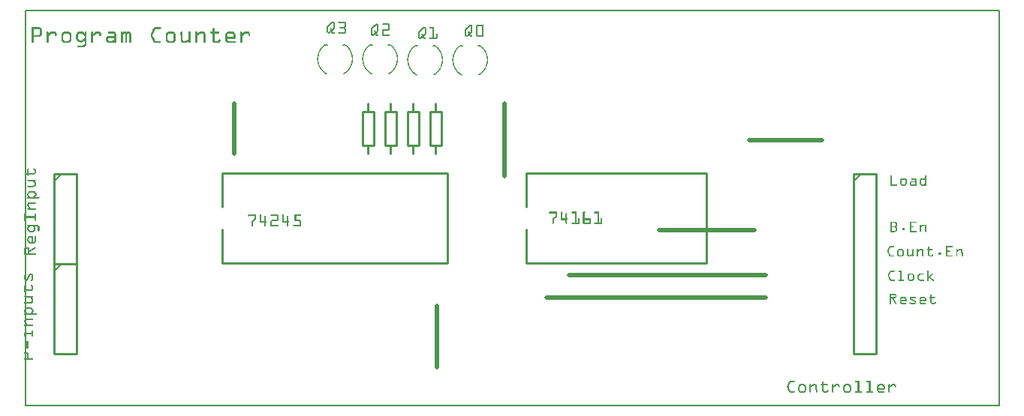
<source format=gto>
G04 MADE WITH FRITZING*
G04 WWW.FRITZING.ORG*
G04 SINGLE SIDED*
G04 HOLES NOT PLATED*
G04 CONTOUR ON CENTER OF CONTOUR VECTOR*
%ASAXBY*%
%FSLAX23Y23*%
%MOIN*%
%OFA0B0*%
%SFA1.0B1.0*%
%ADD10R,4.330720X1.761700X4.314720X1.745700*%
%ADD11C,0.008000*%
%ADD12C,0.010000*%
%ADD13C,0.005000*%
%ADD14C,0.021000*%
%ADD15C,0.005120*%
%ADD16R,0.001000X0.001000*%
%LNSILK1*%
G90*
G70*
G54D11*
X4Y1758D02*
X4327Y1758D01*
X4327Y4D01*
X4Y4D01*
X4Y1758D01*
D02*
G54D12*
X3680Y1034D02*
X3680Y234D01*
D02*
X3680Y234D02*
X3780Y234D01*
D02*
X3780Y234D02*
X3780Y1034D01*
D02*
X3780Y1034D02*
X3680Y1034D01*
G54D13*
D02*
X3680Y999D02*
X3715Y1034D01*
G54D14*
D02*
X2317Y484D02*
X3292Y484D01*
D02*
X2417Y584D02*
X3292Y584D01*
D02*
X2817Y784D02*
X3242Y784D01*
D02*
X2130Y1022D02*
X2130Y1347D01*
D02*
X3217Y1184D02*
X3542Y1184D01*
D02*
X930Y1122D02*
X930Y1347D01*
D02*
X1830Y172D02*
X1830Y447D01*
G54D12*
D02*
X1725Y1122D02*
X1725Y1159D01*
D02*
X1725Y1309D02*
X1725Y1347D01*
D02*
X1700Y1159D02*
X1700Y1309D01*
D02*
X1700Y1309D02*
X1750Y1309D01*
D02*
X1750Y1309D02*
X1750Y1159D01*
D02*
X1750Y1159D02*
X1700Y1159D01*
D02*
X1525Y1122D02*
X1525Y1159D01*
D02*
X1525Y1309D02*
X1525Y1347D01*
D02*
X1500Y1159D02*
X1500Y1309D01*
D02*
X1500Y1309D02*
X1550Y1309D01*
D02*
X1550Y1309D02*
X1550Y1159D01*
D02*
X1550Y1159D02*
X1500Y1159D01*
D02*
X1625Y1122D02*
X1625Y1159D01*
D02*
X1625Y1309D02*
X1625Y1347D01*
D02*
X1600Y1159D02*
X1600Y1309D01*
D02*
X1600Y1309D02*
X1650Y1309D01*
D02*
X1650Y1309D02*
X1650Y1159D01*
D02*
X1650Y1159D02*
X1600Y1159D01*
D02*
X1825Y1122D02*
X1825Y1159D01*
D02*
X1825Y1309D02*
X1825Y1347D01*
D02*
X1800Y1159D02*
X1800Y1309D01*
D02*
X1800Y1309D02*
X1850Y1309D01*
D02*
X1850Y1309D02*
X1850Y1159D01*
D02*
X1850Y1159D02*
X1800Y1159D01*
D02*
X130Y1034D02*
X130Y634D01*
D02*
X130Y634D02*
X230Y634D01*
D02*
X230Y634D02*
X230Y1034D01*
D02*
X230Y1034D02*
X130Y1034D01*
G54D13*
D02*
X130Y999D02*
X165Y1034D01*
G54D12*
D02*
X130Y634D02*
X130Y234D01*
D02*
X130Y234D02*
X230Y234D01*
D02*
X230Y234D02*
X230Y634D01*
D02*
X230Y634D02*
X130Y634D01*
G54D13*
D02*
X130Y599D02*
X165Y634D01*
G54D12*
D02*
X879Y637D02*
X1879Y637D01*
D02*
X1879Y637D02*
X1879Y1037D01*
D02*
X1879Y1037D02*
X879Y1037D01*
D02*
X879Y637D02*
X879Y787D01*
D02*
X879Y887D02*
X879Y1037D01*
D02*
X2229Y637D02*
X3029Y637D01*
D02*
X3029Y637D02*
X3029Y1037D01*
D02*
X3029Y1037D02*
X2229Y1037D01*
D02*
X2229Y637D02*
X2229Y787D01*
D02*
X2229Y887D02*
X2229Y1037D01*
G54D15*
X1946Y1601D02*
X1933Y1601D01*
D02*
X2025Y1601D02*
X2013Y1601D01*
D02*
X1346Y1606D02*
X1333Y1606D01*
D02*
X1425Y1606D02*
X1413Y1606D01*
D02*
X1546Y1606D02*
X1533Y1606D01*
D02*
X1625Y1606D02*
X1613Y1606D01*
D02*
X1746Y1601D02*
X1733Y1601D01*
D02*
X1825Y1601D02*
X1813Y1601D01*
D02*
G54D16*
X1366Y1710D02*
X1371Y1710D01*
X1395Y1710D02*
X1422Y1710D01*
X1364Y1709D02*
X1373Y1709D01*
X1394Y1709D02*
X1424Y1709D01*
X1363Y1708D02*
X1374Y1708D01*
X1393Y1708D02*
X1425Y1708D01*
X1362Y1707D02*
X1375Y1707D01*
X1393Y1707D02*
X1426Y1707D01*
X1361Y1706D02*
X1376Y1706D01*
X1393Y1706D02*
X1426Y1706D01*
X1359Y1705D02*
X1376Y1705D01*
X1394Y1705D02*
X1426Y1705D01*
X1358Y1704D02*
X1376Y1704D01*
X1395Y1704D02*
X1427Y1704D01*
X1357Y1703D02*
X1367Y1703D01*
X1370Y1703D02*
X1376Y1703D01*
X1421Y1703D02*
X1427Y1703D01*
X1356Y1702D02*
X1366Y1702D01*
X1371Y1702D02*
X1377Y1702D01*
X1421Y1702D02*
X1427Y1702D01*
X1355Y1701D02*
X1365Y1701D01*
X1371Y1701D02*
X1377Y1701D01*
X1421Y1701D02*
X1427Y1701D01*
X1563Y1701D02*
X1565Y1701D01*
X1592Y1701D02*
X1616Y1701D01*
X1353Y1700D02*
X1363Y1700D01*
X1371Y1700D02*
X1377Y1700D01*
X1421Y1700D02*
X1427Y1700D01*
X1560Y1700D02*
X1568Y1700D01*
X1590Y1700D02*
X1619Y1700D01*
X1352Y1699D02*
X1362Y1699D01*
X1371Y1699D02*
X1377Y1699D01*
X1421Y1699D02*
X1427Y1699D01*
X1559Y1699D02*
X1569Y1699D01*
X1589Y1699D02*
X1620Y1699D01*
X1351Y1698D02*
X1361Y1698D01*
X1371Y1698D02*
X1377Y1698D01*
X1421Y1698D02*
X1427Y1698D01*
X1558Y1698D02*
X1570Y1698D01*
X1589Y1698D02*
X1621Y1698D01*
X1350Y1697D02*
X1360Y1697D01*
X1371Y1697D02*
X1377Y1697D01*
X1421Y1697D02*
X1427Y1697D01*
X1557Y1697D02*
X1571Y1697D01*
X1589Y1697D02*
X1622Y1697D01*
X1349Y1696D02*
X1359Y1696D01*
X1371Y1696D02*
X1377Y1696D01*
X1421Y1696D02*
X1427Y1696D01*
X1556Y1696D02*
X1571Y1696D01*
X1589Y1696D02*
X1622Y1696D01*
X1979Y1696D02*
X1984Y1696D01*
X2010Y1696D02*
X2035Y1696D01*
X1348Y1695D02*
X1357Y1695D01*
X1371Y1695D02*
X1377Y1695D01*
X1421Y1695D02*
X1427Y1695D01*
X1554Y1695D02*
X1572Y1695D01*
X1590Y1695D02*
X1622Y1695D01*
X1977Y1695D02*
X1985Y1695D01*
X2008Y1695D02*
X2036Y1695D01*
X1347Y1694D02*
X1356Y1694D01*
X1371Y1694D02*
X1377Y1694D01*
X1421Y1694D02*
X1427Y1694D01*
X1553Y1694D02*
X1572Y1694D01*
X1616Y1694D02*
X1622Y1694D01*
X1976Y1694D02*
X1987Y1694D01*
X2007Y1694D02*
X2038Y1694D01*
X1346Y1693D02*
X1355Y1693D01*
X1371Y1693D02*
X1377Y1693D01*
X1421Y1693D02*
X1427Y1693D01*
X1552Y1693D02*
X1562Y1693D01*
X1566Y1693D02*
X1572Y1693D01*
X1616Y1693D02*
X1622Y1693D01*
X1975Y1693D02*
X1988Y1693D01*
X2007Y1693D02*
X2038Y1693D01*
X1345Y1692D02*
X1354Y1692D01*
X1371Y1692D02*
X1377Y1692D01*
X1421Y1692D02*
X1427Y1692D01*
X1551Y1692D02*
X1561Y1692D01*
X1566Y1692D02*
X1572Y1692D01*
X1616Y1692D02*
X1622Y1692D01*
X1973Y1692D02*
X1988Y1692D01*
X2006Y1692D02*
X2039Y1692D01*
X1345Y1691D02*
X1353Y1691D01*
X1371Y1691D02*
X1377Y1691D01*
X1421Y1691D02*
X1427Y1691D01*
X1550Y1691D02*
X1560Y1691D01*
X1566Y1691D02*
X1572Y1691D01*
X1616Y1691D02*
X1622Y1691D01*
X1972Y1691D02*
X1989Y1691D01*
X2006Y1691D02*
X2039Y1691D01*
X1344Y1690D02*
X1352Y1690D01*
X1371Y1690D02*
X1377Y1690D01*
X1420Y1690D02*
X1427Y1690D01*
X1548Y1690D02*
X1558Y1690D01*
X1566Y1690D02*
X1572Y1690D01*
X1616Y1690D02*
X1622Y1690D01*
X1971Y1690D02*
X1989Y1690D01*
X2006Y1690D02*
X2039Y1690D01*
X1344Y1689D02*
X1351Y1689D01*
X1371Y1689D02*
X1377Y1689D01*
X1420Y1689D02*
X1426Y1689D01*
X1547Y1689D02*
X1557Y1689D01*
X1566Y1689D02*
X1572Y1689D01*
X1616Y1689D02*
X1622Y1689D01*
X1970Y1689D02*
X1980Y1689D01*
X1983Y1689D02*
X1989Y1689D01*
X2006Y1689D02*
X2012Y1689D01*
X2033Y1689D02*
X2039Y1689D01*
X1343Y1688D02*
X1350Y1688D01*
X1371Y1688D02*
X1377Y1688D01*
X1419Y1688D02*
X1426Y1688D01*
X1546Y1688D02*
X1556Y1688D01*
X1566Y1688D02*
X1572Y1688D01*
X1616Y1688D02*
X1622Y1688D01*
X1969Y1688D02*
X1979Y1688D01*
X1983Y1688D02*
X1989Y1688D01*
X2006Y1688D02*
X2012Y1688D01*
X2033Y1688D02*
X2039Y1688D01*
X1343Y1687D02*
X1349Y1687D01*
X1371Y1687D02*
X1377Y1687D01*
X1417Y1687D02*
X1426Y1687D01*
X1545Y1687D02*
X1555Y1687D01*
X1566Y1687D02*
X1572Y1687D01*
X1616Y1687D02*
X1622Y1687D01*
X1967Y1687D02*
X1977Y1687D01*
X1983Y1687D02*
X1989Y1687D01*
X2006Y1687D02*
X2012Y1687D01*
X2033Y1687D02*
X2039Y1687D01*
X1343Y1686D02*
X1349Y1686D01*
X1371Y1686D02*
X1377Y1686D01*
X1401Y1686D02*
X1426Y1686D01*
X1544Y1686D02*
X1554Y1686D01*
X1566Y1686D02*
X1572Y1686D01*
X1616Y1686D02*
X1622Y1686D01*
X1772Y1686D02*
X1778Y1686D01*
X1801Y1686D02*
X1819Y1686D01*
X1966Y1686D02*
X1976Y1686D01*
X1983Y1686D02*
X1989Y1686D01*
X2006Y1686D02*
X2012Y1686D01*
X2033Y1686D02*
X2039Y1686D01*
X32Y1685D02*
X67Y1685D01*
X580Y1685D02*
X603Y1685D01*
X1343Y1685D02*
X1349Y1685D01*
X1371Y1685D02*
X1377Y1685D01*
X1400Y1685D02*
X1425Y1685D01*
X1543Y1685D02*
X1552Y1685D01*
X1566Y1685D02*
X1572Y1685D01*
X1616Y1685D02*
X1622Y1685D01*
X1770Y1685D02*
X1780Y1685D01*
X1800Y1685D02*
X1819Y1685D01*
X1965Y1685D02*
X1975Y1685D01*
X1983Y1685D02*
X1989Y1685D01*
X2006Y1685D02*
X2012Y1685D01*
X2033Y1685D02*
X2039Y1685D01*
X32Y1684D02*
X69Y1684D01*
X578Y1684D02*
X604Y1684D01*
X1343Y1684D02*
X1349Y1684D01*
X1371Y1684D02*
X1377Y1684D01*
X1400Y1684D02*
X1424Y1684D01*
X1542Y1684D02*
X1551Y1684D01*
X1566Y1684D02*
X1572Y1684D01*
X1616Y1684D02*
X1622Y1684D01*
X1769Y1684D02*
X1781Y1684D01*
X1799Y1684D02*
X1819Y1684D01*
X1964Y1684D02*
X1974Y1684D01*
X1983Y1684D02*
X1989Y1684D01*
X2006Y1684D02*
X2012Y1684D01*
X2033Y1684D02*
X2039Y1684D01*
X32Y1683D02*
X71Y1683D01*
X576Y1683D02*
X605Y1683D01*
X1343Y1683D02*
X1349Y1683D01*
X1371Y1683D02*
X1377Y1683D01*
X1400Y1683D02*
X1424Y1683D01*
X1541Y1683D02*
X1550Y1683D01*
X1566Y1683D02*
X1572Y1683D01*
X1616Y1683D02*
X1622Y1683D01*
X1768Y1683D02*
X1781Y1683D01*
X1799Y1683D02*
X1819Y1683D01*
X1963Y1683D02*
X1973Y1683D01*
X1983Y1683D02*
X1989Y1683D01*
X2006Y1683D02*
X2012Y1683D01*
X2033Y1683D02*
X2039Y1683D01*
X32Y1682D02*
X72Y1682D01*
X575Y1682D02*
X605Y1682D01*
X1343Y1682D02*
X1349Y1682D01*
X1371Y1682D02*
X1377Y1682D01*
X1400Y1682D02*
X1425Y1682D01*
X1540Y1682D02*
X1549Y1682D01*
X1566Y1682D02*
X1572Y1682D01*
X1616Y1682D02*
X1622Y1682D01*
X1766Y1682D02*
X1782Y1682D01*
X1800Y1682D02*
X1819Y1682D01*
X1961Y1682D02*
X1971Y1682D01*
X1983Y1682D02*
X1989Y1682D01*
X2006Y1682D02*
X2012Y1682D01*
X2033Y1682D02*
X2039Y1682D01*
X32Y1681D02*
X73Y1681D01*
X574Y1681D02*
X606Y1681D01*
X837Y1681D02*
X841Y1681D01*
X1343Y1681D02*
X1349Y1681D01*
X1360Y1681D02*
X1360Y1681D01*
X1370Y1681D02*
X1376Y1681D01*
X1401Y1681D02*
X1425Y1681D01*
X1540Y1681D02*
X1548Y1681D01*
X1566Y1681D02*
X1572Y1681D01*
X1616Y1681D02*
X1622Y1681D01*
X1765Y1681D02*
X1782Y1681D01*
X1800Y1681D02*
X1819Y1681D01*
X1960Y1681D02*
X1970Y1681D01*
X1983Y1681D02*
X1989Y1681D01*
X2006Y1681D02*
X2012Y1681D01*
X2033Y1681D02*
X2039Y1681D01*
X32Y1680D02*
X74Y1680D01*
X573Y1680D02*
X605Y1680D01*
X835Y1680D02*
X842Y1680D01*
X1343Y1680D02*
X1349Y1680D01*
X1358Y1680D02*
X1362Y1680D01*
X1370Y1680D02*
X1376Y1680D01*
X1403Y1680D02*
X1426Y1680D01*
X1540Y1680D02*
X1547Y1680D01*
X1566Y1680D02*
X1572Y1680D01*
X1616Y1680D02*
X1622Y1680D01*
X1764Y1680D02*
X1783Y1680D01*
X1802Y1680D02*
X1819Y1680D01*
X1959Y1680D02*
X1969Y1680D01*
X1983Y1680D02*
X1989Y1680D01*
X2006Y1680D02*
X2012Y1680D01*
X2033Y1680D02*
X2039Y1680D01*
X32Y1679D02*
X74Y1679D01*
X573Y1679D02*
X605Y1679D01*
X835Y1679D02*
X842Y1679D01*
X1343Y1679D02*
X1349Y1679D01*
X1357Y1679D02*
X1362Y1679D01*
X1370Y1679D02*
X1376Y1679D01*
X1419Y1679D02*
X1426Y1679D01*
X1539Y1679D02*
X1546Y1679D01*
X1566Y1679D02*
X1572Y1679D01*
X1616Y1679D02*
X1622Y1679D01*
X1763Y1679D02*
X1773Y1679D01*
X1777Y1679D02*
X1783Y1679D01*
X1813Y1679D02*
X1819Y1679D01*
X1959Y1679D02*
X1968Y1679D01*
X1983Y1679D02*
X1989Y1679D01*
X2006Y1679D02*
X2012Y1679D01*
X2033Y1679D02*
X2039Y1679D01*
X32Y1678D02*
X75Y1678D01*
X572Y1678D02*
X604Y1678D01*
X835Y1678D02*
X843Y1678D01*
X1343Y1678D02*
X1349Y1678D01*
X1357Y1678D02*
X1363Y1678D01*
X1369Y1678D02*
X1376Y1678D01*
X1420Y1678D02*
X1426Y1678D01*
X1539Y1678D02*
X1545Y1678D01*
X1566Y1678D02*
X1572Y1678D01*
X1616Y1678D02*
X1622Y1678D01*
X1762Y1678D02*
X1772Y1678D01*
X1777Y1678D02*
X1783Y1678D01*
X1813Y1678D02*
X1819Y1678D01*
X1958Y1678D02*
X1967Y1678D01*
X1983Y1678D02*
X1989Y1678D01*
X2006Y1678D02*
X2012Y1678D01*
X2033Y1678D02*
X2039Y1678D01*
X32Y1677D02*
X76Y1677D01*
X572Y1677D02*
X603Y1677D01*
X834Y1677D02*
X843Y1677D01*
X1343Y1677D02*
X1349Y1677D01*
X1357Y1677D02*
X1363Y1677D01*
X1368Y1677D02*
X1375Y1677D01*
X1420Y1677D02*
X1427Y1677D01*
X1539Y1677D02*
X1545Y1677D01*
X1566Y1677D02*
X1572Y1677D01*
X1593Y1677D02*
X1622Y1677D01*
X1761Y1677D02*
X1770Y1677D01*
X1777Y1677D02*
X1783Y1677D01*
X1813Y1677D02*
X1819Y1677D01*
X1957Y1677D02*
X1965Y1677D01*
X1983Y1677D02*
X1989Y1677D01*
X2006Y1677D02*
X2012Y1677D01*
X2033Y1677D02*
X2039Y1677D01*
X32Y1676D02*
X40Y1676D01*
X65Y1676D02*
X76Y1676D01*
X571Y1676D02*
X582Y1676D01*
X834Y1676D02*
X843Y1676D01*
X1343Y1676D02*
X1349Y1676D01*
X1357Y1676D02*
X1364Y1676D01*
X1367Y1676D02*
X1375Y1676D01*
X1421Y1676D02*
X1427Y1676D01*
X1539Y1676D02*
X1545Y1676D01*
X1566Y1676D02*
X1572Y1676D01*
X1591Y1676D02*
X1622Y1676D01*
X1759Y1676D02*
X1769Y1676D01*
X1777Y1676D02*
X1783Y1676D01*
X1813Y1676D02*
X1819Y1676D01*
X1957Y1676D02*
X1964Y1676D01*
X1983Y1676D02*
X1989Y1676D01*
X2006Y1676D02*
X2012Y1676D01*
X2033Y1676D02*
X2039Y1676D01*
X32Y1675D02*
X40Y1675D01*
X67Y1675D02*
X76Y1675D01*
X571Y1675D02*
X581Y1675D01*
X834Y1675D02*
X843Y1675D01*
X1343Y1675D02*
X1349Y1675D01*
X1357Y1675D02*
X1364Y1675D01*
X1366Y1675D02*
X1374Y1675D01*
X1421Y1675D02*
X1427Y1675D01*
X1539Y1675D02*
X1545Y1675D01*
X1566Y1675D02*
X1572Y1675D01*
X1590Y1675D02*
X1622Y1675D01*
X1758Y1675D02*
X1768Y1675D01*
X1777Y1675D02*
X1783Y1675D01*
X1813Y1675D02*
X1819Y1675D01*
X1956Y1675D02*
X1963Y1675D01*
X1983Y1675D02*
X1989Y1675D01*
X2006Y1675D02*
X2012Y1675D01*
X2033Y1675D02*
X2039Y1675D01*
X32Y1674D02*
X40Y1674D01*
X68Y1674D02*
X76Y1674D01*
X570Y1674D02*
X580Y1674D01*
X834Y1674D02*
X843Y1674D01*
X1343Y1674D02*
X1349Y1674D01*
X1358Y1674D02*
X1374Y1674D01*
X1421Y1674D02*
X1427Y1674D01*
X1539Y1674D02*
X1545Y1674D01*
X1566Y1674D02*
X1572Y1674D01*
X1590Y1674D02*
X1621Y1674D01*
X1757Y1674D02*
X1767Y1674D01*
X1777Y1674D02*
X1783Y1674D01*
X1813Y1674D02*
X1819Y1674D01*
X1956Y1674D02*
X1963Y1674D01*
X1983Y1674D02*
X1989Y1674D01*
X2006Y1674D02*
X2012Y1674D01*
X2033Y1674D02*
X2039Y1674D01*
X32Y1673D02*
X40Y1673D01*
X68Y1673D02*
X76Y1673D01*
X570Y1673D02*
X579Y1673D01*
X834Y1673D02*
X843Y1673D01*
X1343Y1673D02*
X1349Y1673D01*
X1358Y1673D02*
X1373Y1673D01*
X1421Y1673D02*
X1427Y1673D01*
X1539Y1673D02*
X1545Y1673D01*
X1566Y1673D02*
X1572Y1673D01*
X1589Y1673D02*
X1620Y1673D01*
X1756Y1673D02*
X1766Y1673D01*
X1777Y1673D02*
X1783Y1673D01*
X1813Y1673D02*
X1819Y1673D01*
X1956Y1673D02*
X1962Y1673D01*
X1983Y1673D02*
X1989Y1673D01*
X2006Y1673D02*
X2012Y1673D01*
X2033Y1673D02*
X2039Y1673D01*
X32Y1672D02*
X40Y1672D01*
X68Y1672D02*
X77Y1672D01*
X569Y1672D02*
X579Y1672D01*
X834Y1672D02*
X843Y1672D01*
X1343Y1672D02*
X1349Y1672D01*
X1359Y1672D02*
X1372Y1672D01*
X1421Y1672D02*
X1427Y1672D01*
X1539Y1672D02*
X1545Y1672D01*
X1566Y1672D02*
X1572Y1672D01*
X1589Y1672D02*
X1619Y1672D01*
X1755Y1672D02*
X1765Y1672D01*
X1777Y1672D02*
X1783Y1672D01*
X1813Y1672D02*
X1819Y1672D01*
X1956Y1672D02*
X1962Y1672D01*
X1983Y1672D02*
X1989Y1672D01*
X2006Y1672D02*
X2012Y1672D01*
X2033Y1672D02*
X2039Y1672D01*
X32Y1671D02*
X40Y1671D01*
X68Y1671D02*
X77Y1671D01*
X569Y1671D02*
X578Y1671D01*
X834Y1671D02*
X843Y1671D01*
X1343Y1671D02*
X1349Y1671D01*
X1359Y1671D02*
X1371Y1671D01*
X1421Y1671D02*
X1427Y1671D01*
X1539Y1671D02*
X1545Y1671D01*
X1554Y1671D02*
X1557Y1671D01*
X1566Y1671D02*
X1572Y1671D01*
X1589Y1671D02*
X1618Y1671D01*
X1754Y1671D02*
X1763Y1671D01*
X1777Y1671D02*
X1783Y1671D01*
X1813Y1671D02*
X1819Y1671D01*
X1956Y1671D02*
X1962Y1671D01*
X1983Y1671D02*
X1989Y1671D01*
X2006Y1671D02*
X2012Y1671D01*
X2033Y1671D02*
X2039Y1671D01*
X32Y1670D02*
X40Y1670D01*
X68Y1670D02*
X77Y1670D01*
X568Y1670D02*
X578Y1670D01*
X834Y1670D02*
X843Y1670D01*
X1343Y1670D02*
X1349Y1670D01*
X1359Y1670D02*
X1370Y1670D01*
X1421Y1670D02*
X1427Y1670D01*
X1539Y1670D02*
X1545Y1670D01*
X1553Y1670D02*
X1558Y1670D01*
X1565Y1670D02*
X1572Y1670D01*
X1589Y1670D02*
X1595Y1670D01*
X1753Y1670D02*
X1762Y1670D01*
X1777Y1670D02*
X1783Y1670D01*
X1813Y1670D02*
X1819Y1670D01*
X1956Y1670D02*
X1962Y1670D01*
X1983Y1670D02*
X1989Y1670D01*
X2006Y1670D02*
X2012Y1670D01*
X2033Y1670D02*
X2039Y1670D01*
X32Y1669D02*
X40Y1669D01*
X68Y1669D02*
X77Y1669D01*
X568Y1669D02*
X577Y1669D01*
X834Y1669D02*
X843Y1669D01*
X1343Y1669D02*
X1349Y1669D01*
X1359Y1669D02*
X1369Y1669D01*
X1421Y1669D02*
X1427Y1669D01*
X1539Y1669D02*
X1545Y1669D01*
X1553Y1669D02*
X1558Y1669D01*
X1565Y1669D02*
X1572Y1669D01*
X1589Y1669D02*
X1595Y1669D01*
X1752Y1669D02*
X1761Y1669D01*
X1777Y1669D02*
X1783Y1669D01*
X1813Y1669D02*
X1819Y1669D01*
X1956Y1669D02*
X1962Y1669D01*
X1983Y1669D02*
X1989Y1669D01*
X2006Y1669D02*
X2012Y1669D01*
X2033Y1669D02*
X2039Y1669D01*
X32Y1668D02*
X40Y1668D01*
X68Y1668D02*
X77Y1668D01*
X567Y1668D02*
X577Y1668D01*
X834Y1668D02*
X843Y1668D01*
X1343Y1668D02*
X1349Y1668D01*
X1357Y1668D02*
X1367Y1668D01*
X1421Y1668D02*
X1427Y1668D01*
X1539Y1668D02*
X1545Y1668D01*
X1552Y1668D02*
X1559Y1668D01*
X1564Y1668D02*
X1571Y1668D01*
X1589Y1668D02*
X1595Y1668D01*
X1751Y1668D02*
X1760Y1668D01*
X1777Y1668D02*
X1783Y1668D01*
X1813Y1668D02*
X1819Y1668D01*
X1956Y1668D02*
X1962Y1668D01*
X1983Y1668D02*
X1989Y1668D01*
X2006Y1668D02*
X2012Y1668D01*
X2033Y1668D02*
X2039Y1668D01*
X32Y1667D02*
X40Y1667D01*
X68Y1667D02*
X77Y1667D01*
X567Y1667D02*
X576Y1667D01*
X834Y1667D02*
X843Y1667D01*
X1343Y1667D02*
X1349Y1667D01*
X1356Y1667D02*
X1367Y1667D01*
X1421Y1667D02*
X1427Y1667D01*
X1539Y1667D02*
X1545Y1667D01*
X1553Y1667D02*
X1559Y1667D01*
X1563Y1667D02*
X1571Y1667D01*
X1589Y1667D02*
X1595Y1667D01*
X1751Y1667D02*
X1759Y1667D01*
X1777Y1667D02*
X1783Y1667D01*
X1813Y1667D02*
X1819Y1667D01*
X1956Y1667D02*
X1962Y1667D01*
X1983Y1667D02*
X1989Y1667D01*
X2006Y1667D02*
X2012Y1667D01*
X2033Y1667D02*
X2039Y1667D01*
X32Y1666D02*
X40Y1666D01*
X68Y1666D02*
X77Y1666D01*
X101Y1666D02*
X103Y1666D01*
X119Y1666D02*
X131Y1666D01*
X179Y1666D02*
X194Y1666D01*
X245Y1666D02*
X255Y1666D01*
X270Y1666D02*
X271Y1666D01*
X300Y1666D02*
X301Y1666D01*
X318Y1666D02*
X330Y1666D01*
X375Y1666D02*
X395Y1666D01*
X431Y1666D02*
X433Y1666D01*
X443Y1666D02*
X446Y1666D01*
X566Y1666D02*
X576Y1666D01*
X642Y1666D02*
X657Y1666D01*
X697Y1666D02*
X698Y1666D01*
X733Y1666D02*
X734Y1666D01*
X763Y1666D02*
X764Y1666D01*
X782Y1666D02*
X791Y1666D01*
X829Y1666D02*
X862Y1666D01*
X906Y1666D02*
X921Y1666D01*
X961Y1666D02*
X962Y1666D01*
X979Y1666D02*
X991Y1666D01*
X1343Y1666D02*
X1349Y1666D01*
X1355Y1666D02*
X1368Y1666D01*
X1421Y1666D02*
X1427Y1666D01*
X1539Y1666D02*
X1545Y1666D01*
X1553Y1666D02*
X1560Y1666D01*
X1562Y1666D02*
X1570Y1666D01*
X1589Y1666D02*
X1595Y1666D01*
X1750Y1666D02*
X1757Y1666D01*
X1777Y1666D02*
X1783Y1666D01*
X1813Y1666D02*
X1819Y1666D01*
X1956Y1666D02*
X1962Y1666D01*
X1971Y1666D02*
X1974Y1666D01*
X1983Y1666D02*
X1989Y1666D01*
X2006Y1666D02*
X2012Y1666D01*
X2033Y1666D02*
X2039Y1666D01*
X32Y1665D02*
X40Y1665D01*
X68Y1665D02*
X77Y1665D01*
X100Y1665D02*
X105Y1665D01*
X118Y1665D02*
X134Y1665D01*
X176Y1665D02*
X197Y1665D01*
X242Y1665D02*
X259Y1665D01*
X268Y1665D02*
X273Y1665D01*
X298Y1665D02*
X303Y1665D01*
X316Y1665D02*
X333Y1665D01*
X373Y1665D02*
X398Y1665D01*
X429Y1665D02*
X434Y1665D01*
X440Y1665D02*
X449Y1665D01*
X458Y1665D02*
X466Y1665D01*
X566Y1665D02*
X575Y1665D01*
X638Y1665D02*
X660Y1665D01*
X695Y1665D02*
X700Y1665D01*
X731Y1665D02*
X736Y1665D01*
X761Y1665D02*
X766Y1665D01*
X779Y1665D02*
X795Y1665D01*
X827Y1665D02*
X864Y1665D01*
X903Y1665D02*
X925Y1665D01*
X959Y1665D02*
X964Y1665D01*
X977Y1665D02*
X994Y1665D01*
X1343Y1665D02*
X1349Y1665D01*
X1354Y1665D02*
X1368Y1665D01*
X1421Y1665D02*
X1427Y1665D01*
X1539Y1665D02*
X1545Y1665D01*
X1553Y1665D02*
X1570Y1665D01*
X1589Y1665D02*
X1595Y1665D01*
X1750Y1665D02*
X1757Y1665D01*
X1777Y1665D02*
X1783Y1665D01*
X1813Y1665D02*
X1819Y1665D01*
X1956Y1665D02*
X1962Y1665D01*
X1970Y1665D02*
X1975Y1665D01*
X1982Y1665D02*
X1989Y1665D01*
X2006Y1665D02*
X2012Y1665D01*
X2033Y1665D02*
X2039Y1665D01*
X32Y1664D02*
X40Y1664D01*
X68Y1664D02*
X77Y1664D01*
X99Y1664D02*
X105Y1664D01*
X116Y1664D02*
X136Y1664D01*
X174Y1664D02*
X199Y1664D01*
X240Y1664D02*
X261Y1664D01*
X267Y1664D02*
X274Y1664D01*
X297Y1664D02*
X304Y1664D01*
X315Y1664D02*
X335Y1664D01*
X372Y1664D02*
X400Y1664D01*
X429Y1664D02*
X435Y1664D01*
X438Y1664D02*
X450Y1664D01*
X456Y1664D02*
X468Y1664D01*
X565Y1664D02*
X575Y1664D01*
X637Y1664D02*
X662Y1664D01*
X694Y1664D02*
X701Y1664D01*
X730Y1664D02*
X737Y1664D01*
X760Y1664D02*
X767Y1664D01*
X777Y1664D02*
X796Y1664D01*
X826Y1664D02*
X865Y1664D01*
X901Y1664D02*
X927Y1664D01*
X958Y1664D02*
X965Y1664D01*
X976Y1664D02*
X996Y1664D01*
X1343Y1664D02*
X1349Y1664D01*
X1353Y1664D02*
X1368Y1664D01*
X1421Y1664D02*
X1427Y1664D01*
X1539Y1664D02*
X1545Y1664D01*
X1554Y1664D02*
X1569Y1664D01*
X1589Y1664D02*
X1595Y1664D01*
X1750Y1664D02*
X1756Y1664D01*
X1777Y1664D02*
X1783Y1664D01*
X1813Y1664D02*
X1819Y1664D01*
X1956Y1664D02*
X1962Y1664D01*
X1970Y1664D02*
X1976Y1664D01*
X1982Y1664D02*
X1989Y1664D01*
X2006Y1664D02*
X2012Y1664D01*
X2033Y1664D02*
X2039Y1664D01*
X32Y1663D02*
X40Y1663D01*
X68Y1663D02*
X77Y1663D01*
X98Y1663D02*
X106Y1663D01*
X115Y1663D02*
X138Y1663D01*
X172Y1663D02*
X200Y1663D01*
X238Y1663D02*
X262Y1663D01*
X267Y1663D02*
X275Y1663D01*
X297Y1663D02*
X304Y1663D01*
X314Y1663D02*
X336Y1663D01*
X372Y1663D02*
X401Y1663D01*
X428Y1663D02*
X452Y1663D01*
X455Y1663D02*
X469Y1663D01*
X565Y1663D02*
X574Y1663D01*
X635Y1663D02*
X663Y1663D01*
X693Y1663D02*
X701Y1663D01*
X730Y1663D02*
X738Y1663D01*
X760Y1663D02*
X767Y1663D01*
X776Y1663D02*
X798Y1663D01*
X826Y1663D02*
X865Y1663D01*
X900Y1663D02*
X928Y1663D01*
X958Y1663D02*
X966Y1663D01*
X975Y1663D02*
X997Y1663D01*
X1343Y1663D02*
X1375Y1663D01*
X1395Y1663D02*
X1427Y1663D01*
X1539Y1663D02*
X1545Y1663D01*
X1554Y1663D02*
X1568Y1663D01*
X1589Y1663D02*
X1595Y1663D01*
X1750Y1663D02*
X1756Y1663D01*
X1777Y1663D02*
X1783Y1663D01*
X1813Y1663D02*
X1819Y1663D01*
X1956Y1663D02*
X1962Y1663D01*
X1970Y1663D02*
X1976Y1663D01*
X1981Y1663D02*
X1988Y1663D01*
X2006Y1663D02*
X2012Y1663D01*
X2033Y1663D02*
X2039Y1663D01*
X32Y1662D02*
X40Y1662D01*
X68Y1662D02*
X77Y1662D01*
X98Y1662D02*
X106Y1662D01*
X114Y1662D02*
X139Y1662D01*
X171Y1662D02*
X202Y1662D01*
X237Y1662D02*
X263Y1662D01*
X267Y1662D02*
X275Y1662D01*
X296Y1662D02*
X305Y1662D01*
X312Y1662D02*
X337Y1662D01*
X372Y1662D02*
X402Y1662D01*
X428Y1662D02*
X470Y1662D01*
X564Y1662D02*
X574Y1662D01*
X634Y1662D02*
X665Y1662D01*
X693Y1662D02*
X701Y1662D01*
X730Y1662D02*
X738Y1662D01*
X759Y1662D02*
X767Y1662D01*
X774Y1662D02*
X799Y1662D01*
X825Y1662D02*
X865Y1662D01*
X899Y1662D02*
X929Y1662D01*
X958Y1662D02*
X966Y1662D01*
X974Y1662D02*
X998Y1662D01*
X1344Y1662D02*
X1360Y1662D01*
X1363Y1662D02*
X1376Y1662D01*
X1394Y1662D02*
X1426Y1662D01*
X1539Y1662D02*
X1545Y1662D01*
X1555Y1662D02*
X1567Y1662D01*
X1589Y1662D02*
X1595Y1662D01*
X1749Y1662D02*
X1755Y1662D01*
X1777Y1662D02*
X1783Y1662D01*
X1813Y1662D02*
X1819Y1662D01*
X1956Y1662D02*
X1962Y1662D01*
X1970Y1662D02*
X1976Y1662D01*
X1980Y1662D02*
X1988Y1662D01*
X2006Y1662D02*
X2012Y1662D01*
X2033Y1662D02*
X2039Y1662D01*
X32Y1661D02*
X40Y1661D01*
X68Y1661D02*
X77Y1661D01*
X98Y1661D02*
X106Y1661D01*
X113Y1661D02*
X140Y1661D01*
X170Y1661D02*
X203Y1661D01*
X236Y1661D02*
X264Y1661D01*
X267Y1661D02*
X275Y1661D01*
X296Y1661D02*
X305Y1661D01*
X311Y1661D02*
X338Y1661D01*
X372Y1661D02*
X403Y1661D01*
X428Y1661D02*
X471Y1661D01*
X564Y1661D02*
X573Y1661D01*
X633Y1661D02*
X666Y1661D01*
X693Y1661D02*
X701Y1661D01*
X730Y1661D02*
X738Y1661D01*
X759Y1661D02*
X768Y1661D01*
X773Y1661D02*
X800Y1661D01*
X825Y1661D02*
X865Y1661D01*
X897Y1661D02*
X930Y1661D01*
X958Y1661D02*
X966Y1661D01*
X973Y1661D02*
X999Y1661D01*
X1344Y1661D02*
X1359Y1661D01*
X1363Y1661D02*
X1376Y1661D01*
X1393Y1661D02*
X1426Y1661D01*
X1539Y1661D02*
X1545Y1661D01*
X1555Y1661D02*
X1566Y1661D01*
X1589Y1661D02*
X1595Y1661D01*
X1749Y1661D02*
X1755Y1661D01*
X1777Y1661D02*
X1783Y1661D01*
X1813Y1661D02*
X1819Y1661D01*
X1956Y1661D02*
X1962Y1661D01*
X1970Y1661D02*
X1987Y1661D01*
X2006Y1661D02*
X2012Y1661D01*
X2033Y1661D02*
X2039Y1661D01*
X32Y1660D02*
X40Y1660D01*
X68Y1660D02*
X77Y1660D01*
X98Y1660D02*
X106Y1660D01*
X112Y1660D02*
X140Y1660D01*
X169Y1660D02*
X204Y1660D01*
X235Y1660D02*
X275Y1660D01*
X296Y1660D02*
X305Y1660D01*
X310Y1660D02*
X339Y1660D01*
X372Y1660D02*
X404Y1660D01*
X428Y1660D02*
X471Y1660D01*
X563Y1660D02*
X573Y1660D01*
X632Y1660D02*
X667Y1660D01*
X693Y1660D02*
X701Y1660D01*
X730Y1660D02*
X738Y1660D01*
X759Y1660D02*
X768Y1660D01*
X771Y1660D02*
X801Y1660D01*
X826Y1660D02*
X865Y1660D01*
X896Y1660D02*
X931Y1660D01*
X958Y1660D02*
X966Y1660D01*
X971Y1660D02*
X1000Y1660D01*
X1345Y1660D02*
X1358Y1660D01*
X1363Y1660D02*
X1377Y1660D01*
X1393Y1660D02*
X1426Y1660D01*
X1539Y1660D02*
X1545Y1660D01*
X1555Y1660D02*
X1565Y1660D01*
X1589Y1660D02*
X1595Y1660D01*
X1749Y1660D02*
X1755Y1660D01*
X1777Y1660D02*
X1783Y1660D01*
X1813Y1660D02*
X1819Y1660D01*
X1956Y1660D02*
X1962Y1660D01*
X1971Y1660D02*
X1986Y1660D01*
X2006Y1660D02*
X2012Y1660D01*
X2033Y1660D02*
X2039Y1660D01*
X32Y1659D02*
X40Y1659D01*
X68Y1659D02*
X77Y1659D01*
X98Y1659D02*
X106Y1659D01*
X111Y1659D02*
X141Y1659D01*
X168Y1659D02*
X205Y1659D01*
X234Y1659D02*
X275Y1659D01*
X296Y1659D02*
X305Y1659D01*
X309Y1659D02*
X339Y1659D01*
X372Y1659D02*
X404Y1659D01*
X428Y1659D02*
X472Y1659D01*
X563Y1659D02*
X572Y1659D01*
X631Y1659D02*
X668Y1659D01*
X693Y1659D02*
X701Y1659D01*
X730Y1659D02*
X738Y1659D01*
X759Y1659D02*
X801Y1659D01*
X826Y1659D02*
X865Y1659D01*
X895Y1659D02*
X932Y1659D01*
X958Y1659D02*
X966Y1659D01*
X970Y1659D02*
X1001Y1659D01*
X1345Y1659D02*
X1357Y1659D01*
X1364Y1659D02*
X1376Y1659D01*
X1393Y1659D02*
X1425Y1659D01*
X1539Y1659D02*
X1545Y1659D01*
X1554Y1659D02*
X1563Y1659D01*
X1589Y1659D02*
X1595Y1659D01*
X1749Y1659D02*
X1755Y1659D01*
X1777Y1659D02*
X1783Y1659D01*
X1813Y1659D02*
X1819Y1659D01*
X1956Y1659D02*
X1962Y1659D01*
X1971Y1659D02*
X1986Y1659D01*
X2006Y1659D02*
X2012Y1659D01*
X2033Y1659D02*
X2039Y1659D01*
X32Y1658D02*
X40Y1658D01*
X68Y1658D02*
X77Y1658D01*
X98Y1658D02*
X106Y1658D01*
X109Y1658D02*
X141Y1658D01*
X167Y1658D02*
X206Y1658D01*
X233Y1658D02*
X275Y1658D01*
X296Y1658D02*
X305Y1658D01*
X308Y1658D02*
X340Y1658D01*
X373Y1658D02*
X405Y1658D01*
X428Y1658D02*
X472Y1658D01*
X562Y1658D02*
X572Y1658D01*
X630Y1658D02*
X669Y1658D01*
X693Y1658D02*
X701Y1658D01*
X730Y1658D02*
X738Y1658D01*
X759Y1658D02*
X802Y1658D01*
X827Y1658D02*
X864Y1658D01*
X894Y1658D02*
X933Y1658D01*
X958Y1658D02*
X966Y1658D01*
X969Y1658D02*
X1001Y1658D01*
X1347Y1658D02*
X1355Y1658D01*
X1364Y1658D02*
X1376Y1658D01*
X1394Y1658D02*
X1424Y1658D01*
X1539Y1658D02*
X1545Y1658D01*
X1552Y1658D02*
X1563Y1658D01*
X1589Y1658D02*
X1595Y1658D01*
X1749Y1658D02*
X1755Y1658D01*
X1777Y1658D02*
X1783Y1658D01*
X1813Y1658D02*
X1819Y1658D01*
X1956Y1658D02*
X1962Y1658D01*
X1971Y1658D02*
X1985Y1658D01*
X2006Y1658D02*
X2012Y1658D01*
X2033Y1658D02*
X2039Y1658D01*
X32Y1657D02*
X40Y1657D01*
X68Y1657D02*
X77Y1657D01*
X98Y1657D02*
X106Y1657D01*
X108Y1657D02*
X142Y1657D01*
X166Y1657D02*
X207Y1657D01*
X232Y1657D02*
X275Y1657D01*
X296Y1657D02*
X305Y1657D01*
X307Y1657D02*
X340Y1657D01*
X376Y1657D02*
X405Y1657D01*
X428Y1657D02*
X472Y1657D01*
X562Y1657D02*
X571Y1657D01*
X629Y1657D02*
X669Y1657D01*
X693Y1657D02*
X701Y1657D01*
X730Y1657D02*
X738Y1657D01*
X759Y1657D02*
X802Y1657D01*
X830Y1657D02*
X861Y1657D01*
X894Y1657D02*
X934Y1657D01*
X958Y1657D02*
X966Y1657D01*
X968Y1657D02*
X1002Y1657D01*
X1348Y1657D02*
X1354Y1657D01*
X1364Y1657D02*
X1375Y1657D01*
X1395Y1657D02*
X1422Y1657D01*
X1539Y1657D02*
X1545Y1657D01*
X1551Y1657D02*
X1563Y1657D01*
X1589Y1657D02*
X1595Y1657D01*
X1749Y1657D02*
X1755Y1657D01*
X1765Y1657D02*
X1767Y1657D01*
X1777Y1657D02*
X1783Y1657D01*
X1813Y1657D02*
X1819Y1657D01*
X1829Y1657D02*
X1831Y1657D01*
X1956Y1657D02*
X1962Y1657D01*
X1972Y1657D02*
X1984Y1657D01*
X2006Y1657D02*
X2012Y1657D01*
X2033Y1657D02*
X2039Y1657D01*
X32Y1656D02*
X40Y1656D01*
X68Y1656D02*
X77Y1656D01*
X98Y1656D02*
X120Y1656D01*
X132Y1656D02*
X142Y1656D01*
X166Y1656D02*
X177Y1656D01*
X196Y1656D02*
X207Y1656D01*
X232Y1656D02*
X243Y1656D01*
X257Y1656D02*
X275Y1656D01*
X296Y1656D02*
X319Y1656D01*
X331Y1656D02*
X341Y1656D01*
X396Y1656D02*
X406Y1656D01*
X428Y1656D02*
X442Y1656D01*
X446Y1656D02*
X460Y1656D01*
X464Y1656D02*
X473Y1656D01*
X562Y1656D02*
X571Y1656D01*
X629Y1656D02*
X640Y1656D01*
X658Y1656D02*
X670Y1656D01*
X693Y1656D02*
X701Y1656D01*
X730Y1656D02*
X738Y1656D01*
X759Y1656D02*
X781Y1656D01*
X793Y1656D02*
X802Y1656D01*
X834Y1656D02*
X843Y1656D01*
X893Y1656D02*
X905Y1656D01*
X923Y1656D02*
X935Y1656D01*
X958Y1656D02*
X980Y1656D01*
X992Y1656D02*
X1002Y1656D01*
X1539Y1656D02*
X1545Y1656D01*
X1550Y1656D02*
X1563Y1656D01*
X1589Y1656D02*
X1595Y1656D01*
X1749Y1656D02*
X1755Y1656D01*
X1764Y1656D02*
X1768Y1656D01*
X1776Y1656D02*
X1783Y1656D01*
X1813Y1656D02*
X1819Y1656D01*
X1828Y1656D02*
X1832Y1656D01*
X1956Y1656D02*
X1962Y1656D01*
X1972Y1656D02*
X1982Y1656D01*
X2006Y1656D02*
X2012Y1656D01*
X2033Y1656D02*
X2039Y1656D01*
X32Y1655D02*
X40Y1655D01*
X68Y1655D02*
X77Y1655D01*
X98Y1655D02*
X119Y1655D01*
X133Y1655D02*
X142Y1655D01*
X165Y1655D02*
X176Y1655D01*
X197Y1655D02*
X208Y1655D01*
X231Y1655D02*
X242Y1655D01*
X258Y1655D02*
X275Y1655D01*
X296Y1655D02*
X318Y1655D01*
X332Y1655D02*
X341Y1655D01*
X397Y1655D02*
X406Y1655D01*
X428Y1655D02*
X441Y1655D01*
X447Y1655D02*
X459Y1655D01*
X464Y1655D02*
X473Y1655D01*
X561Y1655D02*
X570Y1655D01*
X628Y1655D02*
X639Y1655D01*
X660Y1655D02*
X671Y1655D01*
X693Y1655D02*
X702Y1655D01*
X730Y1655D02*
X738Y1655D01*
X759Y1655D02*
X779Y1655D01*
X794Y1655D02*
X803Y1655D01*
X834Y1655D02*
X843Y1655D01*
X893Y1655D02*
X904Y1655D01*
X924Y1655D02*
X935Y1655D01*
X958Y1655D02*
X979Y1655D01*
X993Y1655D02*
X1002Y1655D01*
X1539Y1655D02*
X1545Y1655D01*
X1549Y1655D02*
X1564Y1655D01*
X1589Y1655D02*
X1595Y1655D01*
X1749Y1655D02*
X1755Y1655D01*
X1763Y1655D02*
X1769Y1655D01*
X1776Y1655D02*
X1782Y1655D01*
X1813Y1655D02*
X1819Y1655D01*
X1827Y1655D02*
X1833Y1655D01*
X1956Y1655D02*
X1962Y1655D01*
X1971Y1655D02*
X1981Y1655D01*
X2006Y1655D02*
X2012Y1655D01*
X2033Y1655D02*
X2039Y1655D01*
X32Y1654D02*
X40Y1654D01*
X68Y1654D02*
X76Y1654D01*
X98Y1654D02*
X118Y1654D01*
X134Y1654D02*
X143Y1654D01*
X165Y1654D02*
X175Y1654D01*
X198Y1654D02*
X208Y1654D01*
X231Y1654D02*
X241Y1654D01*
X259Y1654D02*
X275Y1654D01*
X296Y1654D02*
X316Y1654D01*
X332Y1654D02*
X341Y1654D01*
X397Y1654D02*
X406Y1654D01*
X428Y1654D02*
X440Y1654D01*
X447Y1654D02*
X458Y1654D01*
X464Y1654D02*
X473Y1654D01*
X561Y1654D02*
X570Y1654D01*
X628Y1654D02*
X638Y1654D01*
X661Y1654D02*
X671Y1654D01*
X693Y1654D02*
X702Y1654D01*
X730Y1654D02*
X738Y1654D01*
X759Y1654D02*
X778Y1654D01*
X794Y1654D02*
X803Y1654D01*
X834Y1654D02*
X843Y1654D01*
X892Y1654D02*
X902Y1654D01*
X926Y1654D02*
X935Y1654D01*
X958Y1654D02*
X978Y1654D01*
X994Y1654D02*
X1002Y1654D01*
X1539Y1654D02*
X1565Y1654D01*
X1589Y1654D02*
X1595Y1654D01*
X1749Y1654D02*
X1755Y1654D01*
X1763Y1654D02*
X1769Y1654D01*
X1775Y1654D02*
X1782Y1654D01*
X1813Y1654D02*
X1819Y1654D01*
X1827Y1654D02*
X1833Y1654D01*
X1956Y1654D02*
X1962Y1654D01*
X1970Y1654D02*
X1980Y1654D01*
X2006Y1654D02*
X2012Y1654D01*
X2033Y1654D02*
X2039Y1654D01*
X32Y1653D02*
X40Y1653D01*
X68Y1653D02*
X76Y1653D01*
X98Y1653D02*
X117Y1653D01*
X134Y1653D02*
X143Y1653D01*
X165Y1653D02*
X174Y1653D01*
X199Y1653D02*
X208Y1653D01*
X231Y1653D02*
X240Y1653D01*
X260Y1653D02*
X275Y1653D01*
X296Y1653D02*
X315Y1653D01*
X333Y1653D02*
X341Y1653D01*
X397Y1653D02*
X406Y1653D01*
X428Y1653D02*
X438Y1653D01*
X447Y1653D02*
X457Y1653D01*
X464Y1653D02*
X473Y1653D01*
X561Y1653D02*
X570Y1653D01*
X627Y1653D02*
X637Y1653D01*
X662Y1653D02*
X671Y1653D01*
X693Y1653D02*
X702Y1653D01*
X730Y1653D02*
X738Y1653D01*
X759Y1653D02*
X776Y1653D01*
X794Y1653D02*
X803Y1653D01*
X834Y1653D02*
X843Y1653D01*
X892Y1653D02*
X901Y1653D01*
X926Y1653D02*
X936Y1653D01*
X958Y1653D02*
X977Y1653D01*
X994Y1653D02*
X1002Y1653D01*
X1539Y1653D02*
X1556Y1653D01*
X1558Y1653D02*
X1571Y1653D01*
X1589Y1653D02*
X1621Y1653D01*
X1749Y1653D02*
X1755Y1653D01*
X1763Y1653D02*
X1770Y1653D01*
X1774Y1653D02*
X1782Y1653D01*
X1813Y1653D02*
X1819Y1653D01*
X1827Y1653D02*
X1833Y1653D01*
X1956Y1653D02*
X1962Y1653D01*
X1969Y1653D02*
X1980Y1653D01*
X2006Y1653D02*
X2012Y1653D01*
X2033Y1653D02*
X2039Y1653D01*
X32Y1652D02*
X40Y1652D01*
X67Y1652D02*
X76Y1652D01*
X98Y1652D02*
X116Y1652D01*
X134Y1652D02*
X143Y1652D01*
X164Y1652D02*
X173Y1652D01*
X200Y1652D02*
X209Y1652D01*
X230Y1652D02*
X239Y1652D01*
X262Y1652D02*
X275Y1652D01*
X296Y1652D02*
X314Y1652D01*
X333Y1652D02*
X341Y1652D01*
X398Y1652D02*
X406Y1652D01*
X428Y1652D02*
X437Y1652D01*
X447Y1652D02*
X455Y1652D01*
X464Y1652D02*
X473Y1652D01*
X561Y1652D02*
X569Y1652D01*
X627Y1652D02*
X636Y1652D01*
X663Y1652D02*
X671Y1652D01*
X693Y1652D02*
X702Y1652D01*
X730Y1652D02*
X738Y1652D01*
X759Y1652D02*
X775Y1652D01*
X795Y1652D02*
X803Y1652D01*
X834Y1652D02*
X843Y1652D01*
X892Y1652D02*
X901Y1652D01*
X927Y1652D02*
X936Y1652D01*
X958Y1652D02*
X975Y1652D01*
X994Y1652D02*
X1002Y1652D01*
X1539Y1652D02*
X1555Y1652D01*
X1558Y1652D02*
X1572Y1652D01*
X1589Y1652D02*
X1622Y1652D01*
X1749Y1652D02*
X1755Y1652D01*
X1764Y1652D02*
X1770Y1652D01*
X1773Y1652D02*
X1781Y1652D01*
X1813Y1652D02*
X1819Y1652D01*
X1827Y1652D02*
X1833Y1652D01*
X1956Y1652D02*
X1962Y1652D01*
X1968Y1652D02*
X1980Y1652D01*
X2006Y1652D02*
X2012Y1652D01*
X2033Y1652D02*
X2039Y1652D01*
X32Y1651D02*
X40Y1651D01*
X65Y1651D02*
X76Y1651D01*
X98Y1651D02*
X115Y1651D01*
X134Y1651D02*
X143Y1651D01*
X164Y1651D02*
X173Y1651D01*
X200Y1651D02*
X209Y1651D01*
X230Y1651D02*
X239Y1651D01*
X263Y1651D02*
X275Y1651D01*
X296Y1651D02*
X313Y1651D01*
X333Y1651D02*
X341Y1651D01*
X398Y1651D02*
X406Y1651D01*
X428Y1651D02*
X436Y1651D01*
X447Y1651D02*
X455Y1651D01*
X465Y1651D02*
X473Y1651D01*
X561Y1651D02*
X569Y1651D01*
X627Y1651D02*
X636Y1651D01*
X663Y1651D02*
X672Y1651D01*
X693Y1651D02*
X702Y1651D01*
X730Y1651D02*
X738Y1651D01*
X759Y1651D02*
X773Y1651D01*
X795Y1651D02*
X803Y1651D01*
X834Y1651D02*
X843Y1651D01*
X892Y1651D02*
X900Y1651D01*
X928Y1651D02*
X936Y1651D01*
X958Y1651D02*
X974Y1651D01*
X994Y1651D02*
X1002Y1651D01*
X1540Y1651D02*
X1554Y1651D01*
X1559Y1651D02*
X1572Y1651D01*
X1589Y1651D02*
X1622Y1651D01*
X1749Y1651D02*
X1755Y1651D01*
X1764Y1651D02*
X1781Y1651D01*
X1813Y1651D02*
X1819Y1651D01*
X1827Y1651D02*
X1833Y1651D01*
X1956Y1651D02*
X1962Y1651D01*
X1967Y1651D02*
X1981Y1651D01*
X2006Y1651D02*
X2012Y1651D01*
X2033Y1651D02*
X2039Y1651D01*
X32Y1650D02*
X75Y1650D01*
X98Y1650D02*
X113Y1650D01*
X134Y1650D02*
X143Y1650D01*
X164Y1650D02*
X172Y1650D01*
X200Y1650D02*
X209Y1650D01*
X230Y1650D02*
X238Y1650D01*
X264Y1650D02*
X275Y1650D01*
X296Y1650D02*
X312Y1650D01*
X333Y1650D02*
X341Y1650D01*
X398Y1650D02*
X406Y1650D01*
X428Y1650D02*
X436Y1650D01*
X447Y1650D02*
X455Y1650D01*
X465Y1650D02*
X473Y1650D01*
X561Y1650D02*
X569Y1650D01*
X627Y1650D02*
X635Y1650D01*
X663Y1650D02*
X672Y1650D01*
X693Y1650D02*
X702Y1650D01*
X730Y1650D02*
X738Y1650D01*
X759Y1650D02*
X772Y1650D01*
X795Y1650D02*
X803Y1650D01*
X834Y1650D02*
X843Y1650D01*
X892Y1650D02*
X900Y1650D01*
X928Y1650D02*
X936Y1650D01*
X958Y1650D02*
X973Y1650D01*
X994Y1650D02*
X1002Y1650D01*
X1541Y1650D02*
X1553Y1650D01*
X1559Y1650D02*
X1572Y1650D01*
X1589Y1650D02*
X1622Y1650D01*
X1749Y1650D02*
X1755Y1650D01*
X1764Y1650D02*
X1780Y1650D01*
X1813Y1650D02*
X1819Y1650D01*
X1827Y1650D02*
X1833Y1650D01*
X1956Y1650D02*
X1962Y1650D01*
X1965Y1650D02*
X1981Y1650D01*
X2006Y1650D02*
X2012Y1650D01*
X2033Y1650D02*
X2039Y1650D01*
X32Y1649D02*
X75Y1649D01*
X98Y1649D02*
X112Y1649D01*
X135Y1649D02*
X142Y1649D01*
X164Y1649D02*
X172Y1649D01*
X201Y1649D02*
X209Y1649D01*
X230Y1649D02*
X238Y1649D01*
X265Y1649D02*
X275Y1649D01*
X296Y1649D02*
X311Y1649D01*
X333Y1649D02*
X341Y1649D01*
X398Y1649D02*
X406Y1649D01*
X428Y1649D02*
X436Y1649D01*
X447Y1649D02*
X455Y1649D01*
X465Y1649D02*
X473Y1649D01*
X561Y1649D02*
X569Y1649D01*
X627Y1649D02*
X635Y1649D01*
X663Y1649D02*
X672Y1649D01*
X693Y1649D02*
X702Y1649D01*
X730Y1649D02*
X738Y1649D01*
X759Y1649D02*
X770Y1649D01*
X795Y1649D02*
X803Y1649D01*
X834Y1649D02*
X843Y1649D01*
X891Y1649D02*
X900Y1649D01*
X928Y1649D02*
X936Y1649D01*
X958Y1649D02*
X972Y1649D01*
X994Y1649D02*
X1002Y1649D01*
X1542Y1649D02*
X1552Y1649D01*
X1560Y1649D02*
X1572Y1649D01*
X1589Y1649D02*
X1622Y1649D01*
X1749Y1649D02*
X1755Y1649D01*
X1765Y1649D02*
X1779Y1649D01*
X1813Y1649D02*
X1819Y1649D01*
X1827Y1649D02*
X1833Y1649D01*
X1956Y1649D02*
X1987Y1649D01*
X2006Y1649D02*
X2039Y1649D01*
X32Y1648D02*
X74Y1648D01*
X98Y1648D02*
X111Y1648D01*
X135Y1648D02*
X142Y1648D01*
X164Y1648D02*
X172Y1648D01*
X201Y1648D02*
X209Y1648D01*
X230Y1648D02*
X238Y1648D01*
X266Y1648D02*
X275Y1648D01*
X296Y1648D02*
X309Y1648D01*
X333Y1648D02*
X341Y1648D01*
X398Y1648D02*
X406Y1648D01*
X428Y1648D02*
X436Y1648D01*
X447Y1648D02*
X455Y1648D01*
X465Y1648D02*
X473Y1648D01*
X561Y1648D02*
X569Y1648D01*
X627Y1648D02*
X635Y1648D01*
X663Y1648D02*
X672Y1648D01*
X694Y1648D02*
X702Y1648D01*
X730Y1648D02*
X738Y1648D01*
X759Y1648D02*
X769Y1648D01*
X795Y1648D02*
X803Y1648D01*
X834Y1648D02*
X843Y1648D01*
X891Y1648D02*
X900Y1648D01*
X928Y1648D02*
X936Y1648D01*
X958Y1648D02*
X971Y1648D01*
X995Y1648D02*
X1002Y1648D01*
X1543Y1648D02*
X1550Y1648D01*
X1560Y1648D02*
X1571Y1648D01*
X1589Y1648D02*
X1621Y1648D01*
X1749Y1648D02*
X1755Y1648D01*
X1765Y1648D02*
X1778Y1648D01*
X1813Y1648D02*
X1819Y1648D01*
X1827Y1648D02*
X1833Y1648D01*
X1956Y1648D02*
X1973Y1648D01*
X1975Y1648D02*
X1988Y1648D01*
X2006Y1648D02*
X2039Y1648D01*
X32Y1647D02*
X74Y1647D01*
X98Y1647D02*
X110Y1647D01*
X135Y1647D02*
X142Y1647D01*
X164Y1647D02*
X172Y1647D01*
X201Y1647D02*
X209Y1647D01*
X230Y1647D02*
X238Y1647D01*
X266Y1647D02*
X275Y1647D01*
X296Y1647D02*
X308Y1647D01*
X334Y1647D02*
X340Y1647D01*
X398Y1647D02*
X406Y1647D01*
X428Y1647D02*
X436Y1647D01*
X447Y1647D02*
X455Y1647D01*
X465Y1647D02*
X473Y1647D01*
X561Y1647D02*
X569Y1647D01*
X627Y1647D02*
X635Y1647D01*
X663Y1647D02*
X672Y1647D01*
X694Y1647D02*
X702Y1647D01*
X730Y1647D02*
X738Y1647D01*
X759Y1647D02*
X768Y1647D01*
X795Y1647D02*
X803Y1647D01*
X834Y1647D02*
X843Y1647D01*
X891Y1647D02*
X900Y1647D01*
X928Y1647D02*
X936Y1647D01*
X958Y1647D02*
X970Y1647D01*
X995Y1647D02*
X1001Y1647D01*
X1547Y1647D02*
X1547Y1647D01*
X1561Y1647D02*
X1569Y1647D01*
X1589Y1647D02*
X1619Y1647D01*
X1749Y1647D02*
X1755Y1647D01*
X1766Y1647D02*
X1777Y1647D01*
X1813Y1647D02*
X1819Y1647D01*
X1827Y1647D02*
X1833Y1647D01*
X1957Y1647D02*
X1972Y1647D01*
X1976Y1647D02*
X1989Y1647D01*
X2006Y1647D02*
X2039Y1647D01*
X32Y1646D02*
X73Y1646D01*
X98Y1646D02*
X109Y1646D01*
X137Y1646D02*
X140Y1646D01*
X164Y1646D02*
X172Y1646D01*
X201Y1646D02*
X209Y1646D01*
X230Y1646D02*
X238Y1646D01*
X267Y1646D02*
X275Y1646D01*
X296Y1646D02*
X307Y1646D01*
X335Y1646D02*
X339Y1646D01*
X372Y1646D02*
X406Y1646D01*
X428Y1646D02*
X436Y1646D01*
X447Y1646D02*
X455Y1646D01*
X465Y1646D02*
X473Y1646D01*
X561Y1646D02*
X570Y1646D01*
X627Y1646D02*
X635Y1646D01*
X663Y1646D02*
X672Y1646D01*
X694Y1646D02*
X702Y1646D01*
X730Y1646D02*
X738Y1646D01*
X759Y1646D02*
X768Y1646D01*
X795Y1646D02*
X803Y1646D01*
X834Y1646D02*
X843Y1646D01*
X891Y1646D02*
X900Y1646D01*
X928Y1646D02*
X936Y1646D01*
X958Y1646D02*
X968Y1646D01*
X996Y1646D02*
X1000Y1646D01*
X1749Y1646D02*
X1755Y1646D01*
X1766Y1646D02*
X1776Y1646D01*
X1813Y1646D02*
X1819Y1646D01*
X1827Y1646D02*
X1833Y1646D01*
X1957Y1646D02*
X1971Y1646D01*
X1976Y1646D02*
X1989Y1646D01*
X2007Y1646D02*
X2038Y1646D01*
X32Y1645D02*
X72Y1645D01*
X98Y1645D02*
X108Y1645D01*
X164Y1645D02*
X172Y1645D01*
X201Y1645D02*
X209Y1645D01*
X230Y1645D02*
X238Y1645D01*
X267Y1645D02*
X275Y1645D01*
X296Y1645D02*
X306Y1645D01*
X370Y1645D02*
X406Y1645D01*
X428Y1645D02*
X436Y1645D01*
X447Y1645D02*
X455Y1645D01*
X465Y1645D02*
X473Y1645D01*
X561Y1645D02*
X570Y1645D01*
X627Y1645D02*
X635Y1645D01*
X663Y1645D02*
X672Y1645D01*
X694Y1645D02*
X702Y1645D01*
X730Y1645D02*
X738Y1645D01*
X759Y1645D02*
X768Y1645D01*
X795Y1645D02*
X803Y1645D01*
X834Y1645D02*
X843Y1645D01*
X891Y1645D02*
X900Y1645D01*
X928Y1645D02*
X936Y1645D01*
X958Y1645D02*
X967Y1645D01*
X1749Y1645D02*
X1755Y1645D01*
X1765Y1645D02*
X1774Y1645D01*
X1813Y1645D02*
X1819Y1645D01*
X1827Y1645D02*
X1833Y1645D01*
X1958Y1645D02*
X1969Y1645D01*
X1976Y1645D02*
X1989Y1645D01*
X2007Y1645D02*
X2038Y1645D01*
X32Y1644D02*
X71Y1644D01*
X98Y1644D02*
X106Y1644D01*
X164Y1644D02*
X172Y1644D01*
X201Y1644D02*
X209Y1644D01*
X230Y1644D02*
X238Y1644D01*
X267Y1644D02*
X275Y1644D01*
X296Y1644D02*
X305Y1644D01*
X368Y1644D02*
X406Y1644D01*
X428Y1644D02*
X436Y1644D01*
X447Y1644D02*
X455Y1644D01*
X465Y1644D02*
X473Y1644D01*
X562Y1644D02*
X571Y1644D01*
X627Y1644D02*
X635Y1644D01*
X663Y1644D02*
X672Y1644D01*
X694Y1644D02*
X702Y1644D01*
X730Y1644D02*
X738Y1644D01*
X759Y1644D02*
X768Y1644D01*
X795Y1644D02*
X803Y1644D01*
X834Y1644D02*
X843Y1644D01*
X891Y1644D02*
X900Y1644D01*
X928Y1644D02*
X936Y1644D01*
X958Y1644D02*
X966Y1644D01*
X1749Y1644D02*
X1755Y1644D01*
X1763Y1644D02*
X1773Y1644D01*
X1813Y1644D02*
X1819Y1644D01*
X1827Y1644D02*
X1833Y1644D01*
X1959Y1644D02*
X1968Y1644D01*
X1977Y1644D02*
X1989Y1644D01*
X2008Y1644D02*
X2037Y1644D01*
X32Y1643D02*
X69Y1643D01*
X98Y1643D02*
X106Y1643D01*
X164Y1643D02*
X172Y1643D01*
X201Y1643D02*
X209Y1643D01*
X230Y1643D02*
X238Y1643D01*
X267Y1643D02*
X275Y1643D01*
X296Y1643D02*
X305Y1643D01*
X367Y1643D02*
X406Y1643D01*
X428Y1643D02*
X436Y1643D01*
X447Y1643D02*
X455Y1643D01*
X465Y1643D02*
X473Y1643D01*
X562Y1643D02*
X571Y1643D01*
X627Y1643D02*
X635Y1643D01*
X663Y1643D02*
X672Y1643D01*
X694Y1643D02*
X702Y1643D01*
X730Y1643D02*
X738Y1643D01*
X759Y1643D02*
X768Y1643D01*
X795Y1643D02*
X803Y1643D01*
X834Y1643D02*
X843Y1643D01*
X891Y1643D02*
X900Y1643D01*
X928Y1643D02*
X936Y1643D01*
X958Y1643D02*
X966Y1643D01*
X1749Y1643D02*
X1755Y1643D01*
X1762Y1643D02*
X1774Y1643D01*
X1813Y1643D02*
X1819Y1643D01*
X1827Y1643D02*
X1833Y1643D01*
X1961Y1643D02*
X1966Y1643D01*
X1977Y1643D02*
X1988Y1643D01*
X2010Y1643D02*
X2035Y1643D01*
X32Y1642D02*
X67Y1642D01*
X98Y1642D02*
X106Y1642D01*
X164Y1642D02*
X172Y1642D01*
X201Y1642D02*
X209Y1642D01*
X230Y1642D02*
X238Y1642D01*
X267Y1642D02*
X275Y1642D01*
X296Y1642D02*
X305Y1642D01*
X366Y1642D02*
X406Y1642D01*
X428Y1642D02*
X436Y1642D01*
X447Y1642D02*
X455Y1642D01*
X465Y1642D02*
X473Y1642D01*
X562Y1642D02*
X572Y1642D01*
X627Y1642D02*
X635Y1642D01*
X663Y1642D02*
X672Y1642D01*
X694Y1642D02*
X702Y1642D01*
X730Y1642D02*
X738Y1642D01*
X759Y1642D02*
X768Y1642D01*
X795Y1642D02*
X803Y1642D01*
X834Y1642D02*
X843Y1642D01*
X891Y1642D02*
X936Y1642D01*
X958Y1642D02*
X966Y1642D01*
X1749Y1642D02*
X1755Y1642D01*
X1761Y1642D02*
X1774Y1642D01*
X1813Y1642D02*
X1819Y1642D01*
X1827Y1642D02*
X1833Y1642D01*
X32Y1641D02*
X40Y1641D01*
X98Y1641D02*
X106Y1641D01*
X164Y1641D02*
X172Y1641D01*
X201Y1641D02*
X209Y1641D01*
X230Y1641D02*
X238Y1641D01*
X267Y1641D02*
X275Y1641D01*
X296Y1641D02*
X305Y1641D01*
X365Y1641D02*
X406Y1641D01*
X428Y1641D02*
X436Y1641D01*
X447Y1641D02*
X455Y1641D01*
X465Y1641D02*
X473Y1641D01*
X563Y1641D02*
X572Y1641D01*
X627Y1641D02*
X635Y1641D01*
X663Y1641D02*
X672Y1641D01*
X694Y1641D02*
X702Y1641D01*
X730Y1641D02*
X738Y1641D01*
X759Y1641D02*
X768Y1641D01*
X795Y1641D02*
X803Y1641D01*
X834Y1641D02*
X843Y1641D01*
X891Y1641D02*
X936Y1641D01*
X958Y1641D02*
X966Y1641D01*
X1749Y1641D02*
X1755Y1641D01*
X1760Y1641D02*
X1774Y1641D01*
X1813Y1641D02*
X1819Y1641D01*
X1827Y1641D02*
X1833Y1641D01*
X32Y1640D02*
X40Y1640D01*
X98Y1640D02*
X106Y1640D01*
X164Y1640D02*
X172Y1640D01*
X201Y1640D02*
X209Y1640D01*
X230Y1640D02*
X238Y1640D01*
X267Y1640D02*
X275Y1640D01*
X296Y1640D02*
X305Y1640D01*
X364Y1640D02*
X406Y1640D01*
X428Y1640D02*
X436Y1640D01*
X447Y1640D02*
X455Y1640D01*
X465Y1640D02*
X473Y1640D01*
X563Y1640D02*
X573Y1640D01*
X627Y1640D02*
X635Y1640D01*
X663Y1640D02*
X672Y1640D01*
X694Y1640D02*
X702Y1640D01*
X730Y1640D02*
X738Y1640D01*
X759Y1640D02*
X768Y1640D01*
X795Y1640D02*
X803Y1640D01*
X834Y1640D02*
X843Y1640D01*
X891Y1640D02*
X936Y1640D01*
X958Y1640D02*
X966Y1640D01*
X1749Y1640D02*
X1756Y1640D01*
X1759Y1640D02*
X1775Y1640D01*
X1813Y1640D02*
X1819Y1640D01*
X1827Y1640D02*
X1833Y1640D01*
X32Y1639D02*
X40Y1639D01*
X98Y1639D02*
X106Y1639D01*
X164Y1639D02*
X172Y1639D01*
X201Y1639D02*
X209Y1639D01*
X230Y1639D02*
X238Y1639D01*
X267Y1639D02*
X275Y1639D01*
X296Y1639D02*
X305Y1639D01*
X364Y1639D02*
X406Y1639D01*
X428Y1639D02*
X436Y1639D01*
X447Y1639D02*
X455Y1639D01*
X465Y1639D02*
X473Y1639D01*
X564Y1639D02*
X573Y1639D01*
X627Y1639D02*
X635Y1639D01*
X663Y1639D02*
X672Y1639D01*
X694Y1639D02*
X702Y1639D01*
X730Y1639D02*
X738Y1639D01*
X759Y1639D02*
X768Y1639D01*
X795Y1639D02*
X803Y1639D01*
X834Y1639D02*
X843Y1639D01*
X891Y1639D02*
X936Y1639D01*
X958Y1639D02*
X966Y1639D01*
X1750Y1639D02*
X1781Y1639D01*
X1801Y1639D02*
X1833Y1639D01*
X32Y1638D02*
X40Y1638D01*
X98Y1638D02*
X106Y1638D01*
X164Y1638D02*
X172Y1638D01*
X201Y1638D02*
X209Y1638D01*
X230Y1638D02*
X238Y1638D01*
X267Y1638D02*
X275Y1638D01*
X296Y1638D02*
X305Y1638D01*
X363Y1638D02*
X407Y1638D01*
X428Y1638D02*
X436Y1638D01*
X447Y1638D02*
X455Y1638D01*
X465Y1638D02*
X473Y1638D01*
X564Y1638D02*
X574Y1638D01*
X627Y1638D02*
X635Y1638D01*
X663Y1638D02*
X672Y1638D01*
X694Y1638D02*
X702Y1638D01*
X730Y1638D02*
X738Y1638D01*
X759Y1638D02*
X768Y1638D01*
X795Y1638D02*
X803Y1638D01*
X834Y1638D02*
X843Y1638D01*
X891Y1638D02*
X936Y1638D01*
X958Y1638D02*
X966Y1638D01*
X1750Y1638D02*
X1766Y1638D01*
X1769Y1638D02*
X1782Y1638D01*
X1800Y1638D02*
X1833Y1638D01*
X32Y1637D02*
X40Y1637D01*
X98Y1637D02*
X106Y1637D01*
X164Y1637D02*
X172Y1637D01*
X201Y1637D02*
X209Y1637D01*
X230Y1637D02*
X238Y1637D01*
X266Y1637D02*
X275Y1637D01*
X296Y1637D02*
X305Y1637D01*
X363Y1637D02*
X373Y1637D01*
X396Y1637D02*
X407Y1637D01*
X428Y1637D02*
X436Y1637D01*
X447Y1637D02*
X455Y1637D01*
X465Y1637D02*
X473Y1637D01*
X565Y1637D02*
X574Y1637D01*
X627Y1637D02*
X635Y1637D01*
X663Y1637D02*
X672Y1637D01*
X694Y1637D02*
X702Y1637D01*
X730Y1637D02*
X738Y1637D01*
X759Y1637D02*
X768Y1637D01*
X795Y1637D02*
X803Y1637D01*
X834Y1637D02*
X843Y1637D01*
X891Y1637D02*
X936Y1637D01*
X958Y1637D02*
X966Y1637D01*
X1751Y1637D02*
X1765Y1637D01*
X1769Y1637D02*
X1783Y1637D01*
X1799Y1637D02*
X1833Y1637D01*
X32Y1636D02*
X40Y1636D01*
X98Y1636D02*
X106Y1636D01*
X164Y1636D02*
X172Y1636D01*
X201Y1636D02*
X209Y1636D01*
X230Y1636D02*
X238Y1636D01*
X266Y1636D02*
X275Y1636D01*
X296Y1636D02*
X305Y1636D01*
X363Y1636D02*
X372Y1636D01*
X397Y1636D02*
X407Y1636D01*
X428Y1636D02*
X436Y1636D01*
X447Y1636D02*
X455Y1636D01*
X465Y1636D02*
X473Y1636D01*
X565Y1636D02*
X575Y1636D01*
X627Y1636D02*
X635Y1636D01*
X663Y1636D02*
X672Y1636D01*
X694Y1636D02*
X702Y1636D01*
X730Y1636D02*
X738Y1636D01*
X759Y1636D02*
X768Y1636D01*
X795Y1636D02*
X803Y1636D01*
X834Y1636D02*
X843Y1636D01*
X891Y1636D02*
X936Y1636D01*
X958Y1636D02*
X966Y1636D01*
X1751Y1636D02*
X1764Y1636D01*
X1770Y1636D02*
X1783Y1636D01*
X1799Y1636D02*
X1833Y1636D01*
X32Y1635D02*
X40Y1635D01*
X98Y1635D02*
X106Y1635D01*
X164Y1635D02*
X172Y1635D01*
X201Y1635D02*
X209Y1635D01*
X230Y1635D02*
X238Y1635D01*
X265Y1635D02*
X275Y1635D01*
X296Y1635D02*
X305Y1635D01*
X363Y1635D02*
X371Y1635D01*
X398Y1635D02*
X407Y1635D01*
X428Y1635D02*
X436Y1635D01*
X447Y1635D02*
X455Y1635D01*
X465Y1635D02*
X473Y1635D01*
X566Y1635D02*
X575Y1635D01*
X627Y1635D02*
X635Y1635D01*
X663Y1635D02*
X672Y1635D01*
X694Y1635D02*
X702Y1635D01*
X730Y1635D02*
X738Y1635D01*
X759Y1635D02*
X768Y1635D01*
X795Y1635D02*
X803Y1635D01*
X834Y1635D02*
X843Y1635D01*
X891Y1635D02*
X935Y1635D01*
X958Y1635D02*
X966Y1635D01*
X1752Y1635D02*
X1763Y1635D01*
X1770Y1635D02*
X1783Y1635D01*
X1800Y1635D02*
X1833Y1635D01*
X32Y1634D02*
X40Y1634D01*
X98Y1634D02*
X106Y1634D01*
X164Y1634D02*
X172Y1634D01*
X201Y1634D02*
X209Y1634D01*
X230Y1634D02*
X238Y1634D01*
X264Y1634D02*
X275Y1634D01*
X296Y1634D02*
X305Y1634D01*
X363Y1634D02*
X371Y1634D01*
X398Y1634D02*
X407Y1634D01*
X428Y1634D02*
X436Y1634D01*
X447Y1634D02*
X455Y1634D01*
X465Y1634D02*
X473Y1634D01*
X566Y1634D02*
X576Y1634D01*
X627Y1634D02*
X635Y1634D01*
X663Y1634D02*
X672Y1634D01*
X694Y1634D02*
X702Y1634D01*
X730Y1634D02*
X738Y1634D01*
X759Y1634D02*
X768Y1634D01*
X795Y1634D02*
X803Y1634D01*
X834Y1634D02*
X843Y1634D01*
X891Y1634D02*
X933Y1634D01*
X958Y1634D02*
X966Y1634D01*
X1753Y1634D02*
X1761Y1634D01*
X1771Y1634D02*
X1782Y1634D01*
X1800Y1634D02*
X1832Y1634D01*
X32Y1633D02*
X40Y1633D01*
X98Y1633D02*
X106Y1633D01*
X164Y1633D02*
X172Y1633D01*
X201Y1633D02*
X209Y1633D01*
X230Y1633D02*
X239Y1633D01*
X263Y1633D02*
X275Y1633D01*
X296Y1633D02*
X305Y1633D01*
X362Y1633D02*
X371Y1633D01*
X398Y1633D02*
X407Y1633D01*
X428Y1633D02*
X436Y1633D01*
X447Y1633D02*
X455Y1633D01*
X465Y1633D02*
X473Y1633D01*
X567Y1633D02*
X576Y1633D01*
X627Y1633D02*
X635Y1633D01*
X663Y1633D02*
X672Y1633D01*
X694Y1633D02*
X702Y1633D01*
X729Y1633D02*
X738Y1633D01*
X759Y1633D02*
X768Y1633D01*
X795Y1633D02*
X803Y1633D01*
X834Y1633D02*
X843Y1633D01*
X891Y1633D02*
X900Y1633D01*
X958Y1633D02*
X966Y1633D01*
X1756Y1633D02*
X1759Y1633D01*
X1771Y1633D02*
X1781Y1633D01*
X1802Y1633D02*
X1831Y1633D01*
X32Y1632D02*
X40Y1632D01*
X98Y1632D02*
X106Y1632D01*
X164Y1632D02*
X172Y1632D01*
X201Y1632D02*
X209Y1632D01*
X230Y1632D02*
X239Y1632D01*
X261Y1632D02*
X275Y1632D01*
X296Y1632D02*
X305Y1632D01*
X362Y1632D02*
X371Y1632D01*
X398Y1632D02*
X407Y1632D01*
X428Y1632D02*
X436Y1632D01*
X447Y1632D02*
X455Y1632D01*
X465Y1632D02*
X473Y1632D01*
X567Y1632D02*
X577Y1632D01*
X627Y1632D02*
X635Y1632D01*
X663Y1632D02*
X672Y1632D01*
X694Y1632D02*
X702Y1632D01*
X728Y1632D02*
X738Y1632D01*
X759Y1632D02*
X768Y1632D01*
X795Y1632D02*
X803Y1632D01*
X834Y1632D02*
X843Y1632D01*
X891Y1632D02*
X900Y1632D01*
X958Y1632D02*
X966Y1632D01*
X32Y1631D02*
X40Y1631D01*
X98Y1631D02*
X106Y1631D01*
X164Y1631D02*
X172Y1631D01*
X201Y1631D02*
X209Y1631D01*
X231Y1631D02*
X240Y1631D01*
X260Y1631D02*
X275Y1631D01*
X296Y1631D02*
X305Y1631D01*
X362Y1631D02*
X371Y1631D01*
X398Y1631D02*
X407Y1631D01*
X428Y1631D02*
X436Y1631D01*
X447Y1631D02*
X455Y1631D01*
X465Y1631D02*
X473Y1631D01*
X568Y1631D02*
X577Y1631D01*
X627Y1631D02*
X635Y1631D01*
X663Y1631D02*
X672Y1631D01*
X694Y1631D02*
X702Y1631D01*
X727Y1631D02*
X738Y1631D01*
X759Y1631D02*
X768Y1631D01*
X795Y1631D02*
X803Y1631D01*
X834Y1631D02*
X843Y1631D01*
X866Y1631D02*
X866Y1631D01*
X891Y1631D02*
X900Y1631D01*
X958Y1631D02*
X966Y1631D01*
X32Y1630D02*
X40Y1630D01*
X98Y1630D02*
X106Y1630D01*
X164Y1630D02*
X172Y1630D01*
X200Y1630D02*
X209Y1630D01*
X231Y1630D02*
X241Y1630D01*
X259Y1630D02*
X275Y1630D01*
X296Y1630D02*
X305Y1630D01*
X362Y1630D02*
X371Y1630D01*
X398Y1630D02*
X407Y1630D01*
X428Y1630D02*
X436Y1630D01*
X447Y1630D02*
X455Y1630D01*
X465Y1630D02*
X474Y1630D01*
X568Y1630D02*
X578Y1630D01*
X627Y1630D02*
X635Y1630D01*
X663Y1630D02*
X672Y1630D01*
X694Y1630D02*
X702Y1630D01*
X725Y1630D02*
X738Y1630D01*
X759Y1630D02*
X768Y1630D01*
X795Y1630D02*
X804Y1630D01*
X834Y1630D02*
X843Y1630D01*
X864Y1630D02*
X868Y1630D01*
X892Y1630D02*
X900Y1630D01*
X958Y1630D02*
X966Y1630D01*
X32Y1629D02*
X40Y1629D01*
X98Y1629D02*
X106Y1629D01*
X164Y1629D02*
X173Y1629D01*
X200Y1629D02*
X209Y1629D01*
X231Y1629D02*
X242Y1629D01*
X258Y1629D02*
X275Y1629D01*
X296Y1629D02*
X305Y1629D01*
X362Y1629D02*
X371Y1629D01*
X398Y1629D02*
X407Y1629D01*
X428Y1629D02*
X436Y1629D01*
X447Y1629D02*
X455Y1629D01*
X465Y1629D02*
X474Y1629D01*
X569Y1629D02*
X578Y1629D01*
X627Y1629D02*
X636Y1629D01*
X663Y1629D02*
X672Y1629D01*
X694Y1629D02*
X702Y1629D01*
X723Y1629D02*
X738Y1629D01*
X759Y1629D02*
X768Y1629D01*
X795Y1629D02*
X804Y1629D01*
X834Y1629D02*
X843Y1629D01*
X863Y1629D02*
X869Y1629D01*
X892Y1629D02*
X900Y1629D01*
X958Y1629D02*
X966Y1629D01*
X32Y1628D02*
X40Y1628D01*
X98Y1628D02*
X106Y1628D01*
X164Y1628D02*
X173Y1628D01*
X199Y1628D02*
X209Y1628D01*
X232Y1628D02*
X243Y1628D01*
X257Y1628D02*
X275Y1628D01*
X296Y1628D02*
X305Y1628D01*
X362Y1628D02*
X371Y1628D01*
X396Y1628D02*
X407Y1628D01*
X428Y1628D02*
X436Y1628D01*
X447Y1628D02*
X455Y1628D01*
X465Y1628D02*
X474Y1628D01*
X569Y1628D02*
X579Y1628D01*
X627Y1628D02*
X636Y1628D01*
X662Y1628D02*
X671Y1628D01*
X694Y1628D02*
X702Y1628D01*
X722Y1628D02*
X738Y1628D01*
X759Y1628D02*
X768Y1628D01*
X795Y1628D02*
X804Y1628D01*
X834Y1628D02*
X843Y1628D01*
X862Y1628D02*
X870Y1628D01*
X892Y1628D02*
X901Y1628D01*
X958Y1628D02*
X966Y1628D01*
X32Y1627D02*
X40Y1627D01*
X98Y1627D02*
X106Y1627D01*
X165Y1627D02*
X174Y1627D01*
X199Y1627D02*
X208Y1627D01*
X232Y1627D02*
X275Y1627D01*
X296Y1627D02*
X305Y1627D01*
X363Y1627D02*
X371Y1627D01*
X395Y1627D02*
X407Y1627D01*
X428Y1627D02*
X436Y1627D01*
X447Y1627D02*
X455Y1627D01*
X465Y1627D02*
X474Y1627D01*
X570Y1627D02*
X579Y1627D01*
X627Y1627D02*
X637Y1627D01*
X661Y1627D02*
X671Y1627D01*
X694Y1627D02*
X703Y1627D01*
X720Y1627D02*
X738Y1627D01*
X759Y1627D02*
X768Y1627D01*
X795Y1627D02*
X804Y1627D01*
X835Y1627D02*
X843Y1627D01*
X862Y1627D02*
X870Y1627D01*
X892Y1627D02*
X902Y1627D01*
X958Y1627D02*
X966Y1627D01*
X32Y1626D02*
X40Y1626D01*
X98Y1626D02*
X106Y1626D01*
X165Y1626D02*
X175Y1626D01*
X197Y1626D02*
X208Y1626D01*
X233Y1626D02*
X275Y1626D01*
X296Y1626D02*
X305Y1626D01*
X363Y1626D02*
X371Y1626D01*
X393Y1626D02*
X407Y1626D01*
X428Y1626D02*
X436Y1626D01*
X447Y1626D02*
X455Y1626D01*
X465Y1626D02*
X474Y1626D01*
X570Y1626D02*
X580Y1626D01*
X628Y1626D02*
X638Y1626D01*
X660Y1626D02*
X671Y1626D01*
X694Y1626D02*
X703Y1626D01*
X719Y1626D02*
X738Y1626D01*
X759Y1626D02*
X768Y1626D01*
X795Y1626D02*
X804Y1626D01*
X835Y1626D02*
X843Y1626D01*
X861Y1626D02*
X870Y1626D01*
X892Y1626D02*
X903Y1626D01*
X958Y1626D02*
X966Y1626D01*
X32Y1625D02*
X40Y1625D01*
X98Y1625D02*
X106Y1625D01*
X165Y1625D02*
X176Y1625D01*
X196Y1625D02*
X208Y1625D01*
X234Y1625D02*
X275Y1625D01*
X296Y1625D02*
X305Y1625D01*
X363Y1625D02*
X372Y1625D01*
X391Y1625D02*
X407Y1625D01*
X428Y1625D02*
X436Y1625D01*
X447Y1625D02*
X455Y1625D01*
X465Y1625D02*
X474Y1625D01*
X571Y1625D02*
X580Y1625D01*
X628Y1625D02*
X639Y1625D01*
X659Y1625D02*
X670Y1625D01*
X694Y1625D02*
X704Y1625D01*
X717Y1625D02*
X738Y1625D01*
X759Y1625D02*
X768Y1625D01*
X795Y1625D02*
X804Y1625D01*
X835Y1625D02*
X844Y1625D01*
X861Y1625D02*
X870Y1625D01*
X893Y1625D02*
X904Y1625D01*
X958Y1625D02*
X966Y1625D01*
X32Y1624D02*
X40Y1624D01*
X98Y1624D02*
X106Y1624D01*
X166Y1624D02*
X178Y1624D01*
X195Y1624D02*
X207Y1624D01*
X235Y1624D02*
X275Y1624D01*
X296Y1624D02*
X305Y1624D01*
X363Y1624D02*
X373Y1624D01*
X390Y1624D02*
X407Y1624D01*
X428Y1624D02*
X436Y1624D01*
X447Y1624D02*
X455Y1624D01*
X465Y1624D02*
X474Y1624D01*
X571Y1624D02*
X581Y1624D01*
X629Y1624D02*
X641Y1624D01*
X658Y1624D02*
X670Y1624D01*
X695Y1624D02*
X705Y1624D01*
X716Y1624D02*
X738Y1624D01*
X759Y1624D02*
X768Y1624D01*
X795Y1624D02*
X804Y1624D01*
X835Y1624D02*
X845Y1624D01*
X859Y1624D02*
X870Y1624D01*
X893Y1624D02*
X905Y1624D01*
X958Y1624D02*
X966Y1624D01*
X32Y1623D02*
X40Y1623D01*
X98Y1623D02*
X106Y1623D01*
X166Y1623D02*
X206Y1623D01*
X236Y1623D02*
X264Y1623D01*
X267Y1623D02*
X275Y1623D01*
X296Y1623D02*
X305Y1623D01*
X363Y1623D02*
X407Y1623D01*
X428Y1623D02*
X436Y1623D01*
X447Y1623D02*
X455Y1623D01*
X466Y1623D02*
X474Y1623D01*
X572Y1623D02*
X603Y1623D01*
X629Y1623D02*
X669Y1623D01*
X695Y1623D02*
X738Y1623D01*
X759Y1623D02*
X768Y1623D01*
X796Y1623D02*
X804Y1623D01*
X835Y1623D02*
X869Y1623D01*
X894Y1623D02*
X933Y1623D01*
X958Y1623D02*
X966Y1623D01*
X32Y1622D02*
X40Y1622D01*
X98Y1622D02*
X106Y1622D01*
X167Y1622D02*
X205Y1622D01*
X237Y1622D02*
X263Y1622D01*
X267Y1622D02*
X275Y1622D01*
X296Y1622D02*
X305Y1622D01*
X364Y1622D02*
X407Y1622D01*
X428Y1622D02*
X436Y1622D01*
X447Y1622D02*
X455Y1622D01*
X466Y1622D02*
X474Y1622D01*
X572Y1622D02*
X604Y1622D01*
X630Y1622D02*
X668Y1622D01*
X695Y1622D02*
X738Y1622D01*
X759Y1622D02*
X768Y1622D01*
X796Y1622D02*
X804Y1622D01*
X836Y1622D02*
X869Y1622D01*
X895Y1622D02*
X935Y1622D01*
X958Y1622D02*
X966Y1622D01*
X32Y1621D02*
X40Y1621D01*
X98Y1621D02*
X106Y1621D01*
X168Y1621D02*
X205Y1621D01*
X239Y1621D02*
X262Y1621D01*
X267Y1621D02*
X275Y1621D01*
X296Y1621D02*
X305Y1621D01*
X364Y1621D02*
X407Y1621D01*
X428Y1621D02*
X436Y1621D01*
X447Y1621D02*
X455Y1621D01*
X466Y1621D02*
X474Y1621D01*
X573Y1621D02*
X605Y1621D01*
X631Y1621D02*
X667Y1621D01*
X696Y1621D02*
X727Y1621D01*
X730Y1621D02*
X738Y1621D01*
X759Y1621D02*
X768Y1621D01*
X796Y1621D02*
X804Y1621D01*
X836Y1621D02*
X868Y1621D01*
X895Y1621D02*
X936Y1621D01*
X958Y1621D02*
X966Y1621D01*
X32Y1620D02*
X40Y1620D01*
X98Y1620D02*
X106Y1620D01*
X169Y1620D02*
X204Y1620D01*
X240Y1620D02*
X260Y1620D01*
X267Y1620D02*
X275Y1620D01*
X296Y1620D02*
X305Y1620D01*
X365Y1620D02*
X407Y1620D01*
X428Y1620D02*
X436Y1620D01*
X447Y1620D02*
X455Y1620D01*
X466Y1620D02*
X474Y1620D01*
X574Y1620D02*
X605Y1620D01*
X632Y1620D02*
X666Y1620D01*
X697Y1620D02*
X726Y1620D01*
X730Y1620D02*
X738Y1620D01*
X759Y1620D02*
X768Y1620D01*
X796Y1620D02*
X804Y1620D01*
X837Y1620D02*
X868Y1620D01*
X896Y1620D02*
X936Y1620D01*
X958Y1620D02*
X966Y1620D01*
X32Y1619D02*
X40Y1619D01*
X98Y1619D02*
X106Y1619D01*
X170Y1619D02*
X202Y1619D01*
X242Y1619D02*
X258Y1619D01*
X267Y1619D02*
X275Y1619D01*
X296Y1619D02*
X305Y1619D01*
X366Y1619D02*
X407Y1619D01*
X428Y1619D02*
X436Y1619D01*
X447Y1619D02*
X455Y1619D01*
X466Y1619D02*
X474Y1619D01*
X574Y1619D02*
X606Y1619D01*
X633Y1619D02*
X665Y1619D01*
X698Y1619D02*
X724Y1619D01*
X730Y1619D02*
X738Y1619D01*
X759Y1619D02*
X767Y1619D01*
X796Y1619D02*
X804Y1619D01*
X838Y1619D02*
X867Y1619D01*
X898Y1619D02*
X936Y1619D01*
X958Y1619D02*
X966Y1619D01*
X32Y1618D02*
X40Y1618D01*
X98Y1618D02*
X106Y1618D01*
X171Y1618D02*
X201Y1618D01*
X247Y1618D02*
X254Y1618D01*
X267Y1618D02*
X275Y1618D01*
X296Y1618D02*
X304Y1618D01*
X367Y1618D02*
X397Y1618D01*
X399Y1618D02*
X407Y1618D01*
X428Y1618D02*
X436Y1618D01*
X447Y1618D02*
X455Y1618D01*
X466Y1618D02*
X474Y1618D01*
X575Y1618D02*
X605Y1618D01*
X634Y1618D02*
X664Y1618D01*
X698Y1618D02*
X722Y1618D01*
X730Y1618D02*
X738Y1618D01*
X759Y1618D02*
X767Y1618D01*
X796Y1618D02*
X804Y1618D01*
X839Y1618D02*
X866Y1618D01*
X899Y1618D02*
X936Y1618D01*
X958Y1618D02*
X966Y1618D01*
X32Y1617D02*
X40Y1617D01*
X98Y1617D02*
X106Y1617D01*
X173Y1617D02*
X200Y1617D01*
X267Y1617D02*
X275Y1617D01*
X297Y1617D02*
X304Y1617D01*
X368Y1617D02*
X395Y1617D01*
X399Y1617D02*
X407Y1617D01*
X428Y1617D02*
X436Y1617D01*
X447Y1617D02*
X455Y1617D01*
X466Y1617D02*
X474Y1617D01*
X577Y1617D02*
X605Y1617D01*
X636Y1617D02*
X663Y1617D01*
X700Y1617D02*
X721Y1617D01*
X730Y1617D02*
X737Y1617D01*
X760Y1617D02*
X767Y1617D01*
X796Y1617D02*
X804Y1617D01*
X840Y1617D02*
X865Y1617D01*
X900Y1617D02*
X936Y1617D01*
X958Y1617D02*
X966Y1617D01*
X33Y1616D02*
X39Y1616D01*
X99Y1616D02*
X105Y1616D01*
X174Y1616D02*
X199Y1616D01*
X267Y1616D02*
X275Y1616D01*
X297Y1616D02*
X304Y1616D01*
X369Y1616D02*
X393Y1616D01*
X400Y1616D02*
X406Y1616D01*
X429Y1616D02*
X435Y1616D01*
X448Y1616D02*
X454Y1616D01*
X467Y1616D02*
X473Y1616D01*
X578Y1616D02*
X605Y1616D01*
X637Y1616D02*
X662Y1616D01*
X701Y1616D02*
X719Y1616D01*
X731Y1616D02*
X737Y1616D01*
X760Y1616D02*
X767Y1616D01*
X797Y1616D02*
X803Y1616D01*
X841Y1616D02*
X863Y1616D01*
X901Y1616D02*
X935Y1616D01*
X959Y1616D02*
X965Y1616D01*
X34Y1615D02*
X38Y1615D01*
X100Y1615D02*
X104Y1615D01*
X176Y1615D02*
X197Y1615D01*
X267Y1615D02*
X275Y1615D01*
X298Y1615D02*
X303Y1615D01*
X371Y1615D02*
X392Y1615D01*
X401Y1615D02*
X405Y1615D01*
X430Y1615D02*
X434Y1615D01*
X449Y1615D02*
X453Y1615D01*
X468Y1615D02*
X472Y1615D01*
X580Y1615D02*
X604Y1615D01*
X639Y1615D02*
X660Y1615D01*
X703Y1615D02*
X717Y1615D01*
X732Y1615D02*
X736Y1615D01*
X761Y1615D02*
X765Y1615D01*
X798Y1615D02*
X802Y1615D01*
X843Y1615D02*
X861Y1615D01*
X904Y1615D02*
X934Y1615D01*
X960Y1615D02*
X964Y1615D01*
X267Y1614D02*
X275Y1614D01*
X267Y1613D02*
X275Y1613D01*
X267Y1612D02*
X275Y1612D01*
X267Y1611D02*
X275Y1611D01*
X266Y1610D02*
X275Y1610D01*
X266Y1609D02*
X275Y1609D01*
X265Y1608D02*
X275Y1608D01*
X1333Y1608D02*
X1334Y1608D01*
X1532Y1608D02*
X1533Y1608D01*
X264Y1607D02*
X274Y1607D01*
X1331Y1607D02*
X1335Y1607D01*
X1424Y1607D02*
X1427Y1607D01*
X1531Y1607D02*
X1535Y1607D01*
X1624Y1607D02*
X1627Y1607D01*
X263Y1606D02*
X274Y1606D01*
X1330Y1606D02*
X1335Y1606D01*
X1423Y1606D02*
X1428Y1606D01*
X1530Y1606D02*
X1535Y1606D01*
X1623Y1606D02*
X1628Y1606D01*
X262Y1605D02*
X273Y1605D01*
X1329Y1605D02*
X1335Y1605D01*
X1423Y1605D02*
X1429Y1605D01*
X1529Y1605D02*
X1535Y1605D01*
X1623Y1605D02*
X1629Y1605D01*
X260Y1604D02*
X273Y1604D01*
X1327Y1604D02*
X1334Y1604D01*
X1424Y1604D02*
X1431Y1604D01*
X1527Y1604D02*
X1534Y1604D01*
X1624Y1604D02*
X1631Y1604D01*
X237Y1603D02*
X272Y1603D01*
X1326Y1603D02*
X1333Y1603D01*
X1425Y1603D02*
X1432Y1603D01*
X1526Y1603D02*
X1533Y1603D01*
X1625Y1603D02*
X1632Y1603D01*
X1731Y1603D02*
X1734Y1603D01*
X1824Y1603D02*
X1826Y1603D01*
X1931Y1603D02*
X1934Y1603D01*
X2024Y1603D02*
X2026Y1603D01*
X236Y1602D02*
X271Y1602D01*
X1325Y1602D02*
X1332Y1602D01*
X1426Y1602D02*
X1433Y1602D01*
X1525Y1602D02*
X1532Y1602D01*
X1626Y1602D02*
X1633Y1602D01*
X1730Y1602D02*
X1735Y1602D01*
X1823Y1602D02*
X1828Y1602D01*
X1930Y1602D02*
X1935Y1602D01*
X2023Y1602D02*
X2028Y1602D01*
X235Y1601D02*
X270Y1601D01*
X1324Y1601D02*
X1331Y1601D01*
X1427Y1601D02*
X1434Y1601D01*
X1524Y1601D02*
X1531Y1601D01*
X1627Y1601D02*
X1634Y1601D01*
X1729Y1601D02*
X1735Y1601D01*
X1823Y1601D02*
X1829Y1601D01*
X1929Y1601D02*
X1935Y1601D01*
X2023Y1601D02*
X2029Y1601D01*
X235Y1600D02*
X269Y1600D01*
X1323Y1600D02*
X1330Y1600D01*
X1428Y1600D02*
X1435Y1600D01*
X1523Y1600D02*
X1530Y1600D01*
X1628Y1600D02*
X1635Y1600D01*
X1728Y1600D02*
X1735Y1600D01*
X1823Y1600D02*
X1830Y1600D01*
X1928Y1600D02*
X1935Y1600D01*
X2023Y1600D02*
X2030Y1600D01*
X235Y1599D02*
X268Y1599D01*
X1322Y1599D02*
X1329Y1599D01*
X1430Y1599D02*
X1436Y1599D01*
X1522Y1599D02*
X1528Y1599D01*
X1630Y1599D02*
X1636Y1599D01*
X1727Y1599D02*
X1734Y1599D01*
X1824Y1599D02*
X1831Y1599D01*
X1927Y1599D02*
X1934Y1599D01*
X2024Y1599D02*
X2031Y1599D01*
X235Y1598D02*
X267Y1598D01*
X1321Y1598D02*
X1327Y1598D01*
X1431Y1598D02*
X1437Y1598D01*
X1521Y1598D02*
X1527Y1598D01*
X1631Y1598D02*
X1637Y1598D01*
X1726Y1598D02*
X1732Y1598D01*
X1825Y1598D02*
X1832Y1598D01*
X1926Y1598D02*
X1932Y1598D01*
X2025Y1598D02*
X2032Y1598D01*
X235Y1597D02*
X265Y1597D01*
X1320Y1597D02*
X1326Y1597D01*
X1432Y1597D02*
X1438Y1597D01*
X1520Y1597D02*
X1526Y1597D01*
X1632Y1597D02*
X1638Y1597D01*
X1725Y1597D02*
X1731Y1597D01*
X1827Y1597D02*
X1833Y1597D01*
X1924Y1597D02*
X1931Y1597D01*
X2027Y1597D02*
X2033Y1597D01*
X236Y1596D02*
X264Y1596D01*
X1319Y1596D02*
X1325Y1596D01*
X1433Y1596D02*
X1439Y1596D01*
X1519Y1596D02*
X1525Y1596D01*
X1633Y1596D02*
X1639Y1596D01*
X1723Y1596D02*
X1730Y1596D01*
X1828Y1596D02*
X1834Y1596D01*
X1923Y1596D02*
X1930Y1596D01*
X2028Y1596D02*
X2034Y1596D01*
X238Y1595D02*
X261Y1595D01*
X1319Y1595D02*
X1324Y1595D01*
X1434Y1595D02*
X1439Y1595D01*
X1519Y1595D02*
X1524Y1595D01*
X1634Y1595D02*
X1639Y1595D01*
X1723Y1595D02*
X1729Y1595D01*
X1829Y1595D02*
X1835Y1595D01*
X1922Y1595D02*
X1929Y1595D01*
X2029Y1595D02*
X2035Y1595D01*
X1318Y1594D02*
X1324Y1594D01*
X1435Y1594D02*
X1440Y1594D01*
X1518Y1594D02*
X1523Y1594D01*
X1635Y1594D02*
X1640Y1594D01*
X1722Y1594D02*
X1728Y1594D01*
X1830Y1594D02*
X1836Y1594D01*
X1922Y1594D02*
X1928Y1594D01*
X2030Y1594D02*
X2036Y1594D01*
X1317Y1593D02*
X1323Y1593D01*
X1436Y1593D02*
X1441Y1593D01*
X1517Y1593D02*
X1523Y1593D01*
X1635Y1593D02*
X1641Y1593D01*
X1721Y1593D02*
X1727Y1593D01*
X1831Y1593D02*
X1837Y1593D01*
X1921Y1593D02*
X1927Y1593D01*
X2031Y1593D02*
X2037Y1593D01*
X1316Y1592D02*
X1322Y1592D01*
X1436Y1592D02*
X1442Y1592D01*
X1516Y1592D02*
X1522Y1592D01*
X1636Y1592D02*
X1642Y1592D01*
X1720Y1592D02*
X1726Y1592D01*
X1832Y1592D02*
X1838Y1592D01*
X1920Y1592D02*
X1926Y1592D01*
X2032Y1592D02*
X2038Y1592D01*
X1316Y1591D02*
X1321Y1591D01*
X1437Y1591D02*
X1443Y1591D01*
X1515Y1591D02*
X1521Y1591D01*
X1637Y1591D02*
X1642Y1591D01*
X1719Y1591D02*
X1725Y1591D01*
X1833Y1591D02*
X1839Y1591D01*
X1919Y1591D02*
X1925Y1591D01*
X2033Y1591D02*
X2039Y1591D01*
X1315Y1590D02*
X1320Y1590D01*
X1438Y1590D02*
X1443Y1590D01*
X1515Y1590D02*
X1520Y1590D01*
X1638Y1590D02*
X1643Y1590D01*
X1718Y1590D02*
X1724Y1590D01*
X1834Y1590D02*
X1840Y1590D01*
X1918Y1590D02*
X1924Y1590D01*
X2034Y1590D02*
X2040Y1590D01*
X1314Y1589D02*
X1319Y1589D01*
X1439Y1589D02*
X1444Y1589D01*
X1514Y1589D02*
X1519Y1589D01*
X1639Y1589D02*
X1644Y1589D01*
X1717Y1589D02*
X1723Y1589D01*
X1835Y1589D02*
X1841Y1589D01*
X1917Y1589D02*
X1923Y1589D01*
X2035Y1589D02*
X2041Y1589D01*
X1313Y1588D02*
X1319Y1588D01*
X1440Y1588D02*
X1445Y1588D01*
X1513Y1588D02*
X1519Y1588D01*
X1640Y1588D02*
X1644Y1588D01*
X1716Y1588D02*
X1722Y1588D01*
X1836Y1588D02*
X1841Y1588D01*
X1916Y1588D02*
X1922Y1588D01*
X2036Y1588D02*
X2041Y1588D01*
X1313Y1587D02*
X1318Y1587D01*
X1440Y1587D02*
X1445Y1587D01*
X1513Y1587D02*
X1518Y1587D01*
X1640Y1587D02*
X1645Y1587D01*
X1716Y1587D02*
X1721Y1587D01*
X1837Y1587D02*
X1842Y1587D01*
X1916Y1587D02*
X1921Y1587D01*
X2037Y1587D02*
X2042Y1587D01*
X1312Y1586D02*
X1317Y1586D01*
X1441Y1586D02*
X1446Y1586D01*
X1512Y1586D02*
X1517Y1586D01*
X1641Y1586D02*
X1646Y1586D01*
X1715Y1586D02*
X1720Y1586D01*
X1838Y1586D02*
X1843Y1586D01*
X1915Y1586D02*
X1920Y1586D01*
X2037Y1586D02*
X2043Y1586D01*
X1311Y1585D02*
X1317Y1585D01*
X1442Y1585D02*
X1446Y1585D01*
X1511Y1585D02*
X1517Y1585D01*
X1642Y1585D02*
X1646Y1585D01*
X1714Y1585D02*
X1720Y1585D01*
X1838Y1585D02*
X1844Y1585D01*
X1914Y1585D02*
X1920Y1585D01*
X2038Y1585D02*
X2044Y1585D01*
X1311Y1584D02*
X1316Y1584D01*
X1442Y1584D02*
X1447Y1584D01*
X1511Y1584D02*
X1516Y1584D01*
X1642Y1584D02*
X1647Y1584D01*
X1714Y1584D02*
X1719Y1584D01*
X1839Y1584D02*
X1844Y1584D01*
X1914Y1584D02*
X1919Y1584D01*
X2039Y1584D02*
X2044Y1584D01*
X1310Y1583D02*
X1315Y1583D01*
X1443Y1583D02*
X1448Y1583D01*
X1510Y1583D02*
X1515Y1583D01*
X1643Y1583D02*
X1648Y1583D01*
X1713Y1583D02*
X1718Y1583D01*
X1840Y1583D02*
X1845Y1583D01*
X1913Y1583D02*
X1918Y1583D01*
X2040Y1583D02*
X2045Y1583D01*
X1310Y1582D02*
X1315Y1582D01*
X1444Y1582D02*
X1448Y1582D01*
X1510Y1582D02*
X1515Y1582D01*
X1643Y1582D02*
X1648Y1582D01*
X1712Y1582D02*
X1717Y1582D01*
X1841Y1582D02*
X1845Y1582D01*
X1912Y1582D02*
X1917Y1582D01*
X2041Y1582D02*
X2045Y1582D01*
X1309Y1581D02*
X1314Y1581D01*
X1444Y1581D02*
X1449Y1581D01*
X1509Y1581D02*
X1514Y1581D01*
X1644Y1581D02*
X1649Y1581D01*
X1712Y1581D02*
X1717Y1581D01*
X1841Y1581D02*
X1846Y1581D01*
X1912Y1581D02*
X1917Y1581D01*
X2041Y1581D02*
X2046Y1581D01*
X1309Y1580D02*
X1314Y1580D01*
X1445Y1580D02*
X1449Y1580D01*
X1509Y1580D02*
X1514Y1580D01*
X1645Y1580D02*
X1649Y1580D01*
X1711Y1580D02*
X1716Y1580D01*
X1842Y1580D02*
X1847Y1580D01*
X1911Y1580D02*
X1916Y1580D01*
X2042Y1580D02*
X2047Y1580D01*
X1308Y1579D02*
X1313Y1579D01*
X1445Y1579D02*
X1450Y1579D01*
X1508Y1579D02*
X1513Y1579D01*
X1645Y1579D02*
X1650Y1579D01*
X1711Y1579D02*
X1715Y1579D01*
X1843Y1579D02*
X1847Y1579D01*
X1911Y1579D02*
X1915Y1579D01*
X2042Y1579D02*
X2047Y1579D01*
X1308Y1578D02*
X1312Y1578D01*
X1446Y1578D02*
X1450Y1578D01*
X1508Y1578D02*
X1512Y1578D01*
X1646Y1578D02*
X1650Y1578D01*
X1710Y1578D02*
X1715Y1578D01*
X1843Y1578D02*
X1848Y1578D01*
X1910Y1578D02*
X1915Y1578D01*
X2043Y1578D02*
X2048Y1578D01*
X1307Y1577D02*
X1312Y1577D01*
X1446Y1577D02*
X1451Y1577D01*
X1507Y1577D02*
X1512Y1577D01*
X1646Y1577D02*
X1651Y1577D01*
X1709Y1577D02*
X1714Y1577D01*
X1844Y1577D02*
X1848Y1577D01*
X1909Y1577D02*
X1914Y1577D01*
X2044Y1577D02*
X2048Y1577D01*
X1307Y1576D02*
X1311Y1576D01*
X1447Y1576D02*
X1451Y1576D01*
X1507Y1576D02*
X1511Y1576D01*
X1647Y1576D02*
X1651Y1576D01*
X1709Y1576D02*
X1714Y1576D01*
X1844Y1576D02*
X1849Y1576D01*
X1909Y1576D02*
X1914Y1576D01*
X2044Y1576D02*
X2049Y1576D01*
X1307Y1575D02*
X1311Y1575D01*
X1447Y1575D02*
X1451Y1575D01*
X1506Y1575D02*
X1511Y1575D01*
X1647Y1575D02*
X1651Y1575D01*
X1708Y1575D02*
X1713Y1575D01*
X1845Y1575D02*
X1849Y1575D01*
X1908Y1575D02*
X1913Y1575D01*
X2045Y1575D02*
X2049Y1575D01*
X1306Y1574D02*
X1311Y1574D01*
X1448Y1574D02*
X1452Y1574D01*
X1506Y1574D02*
X1511Y1574D01*
X1648Y1574D02*
X1652Y1574D01*
X1708Y1574D02*
X1713Y1574D01*
X1845Y1574D02*
X1850Y1574D01*
X1908Y1574D02*
X1913Y1574D01*
X2045Y1574D02*
X2050Y1574D01*
X1306Y1573D02*
X1310Y1573D01*
X1448Y1573D02*
X1452Y1573D01*
X1506Y1573D02*
X1510Y1573D01*
X1648Y1573D02*
X1652Y1573D01*
X1707Y1573D02*
X1712Y1573D01*
X1846Y1573D02*
X1850Y1573D01*
X1907Y1573D02*
X1912Y1573D01*
X2046Y1573D02*
X2050Y1573D01*
X1305Y1572D02*
X1310Y1572D01*
X1448Y1572D02*
X1453Y1572D01*
X1505Y1572D02*
X1510Y1572D01*
X1648Y1572D02*
X1653Y1572D01*
X1707Y1572D02*
X1712Y1572D01*
X1846Y1572D02*
X1851Y1572D01*
X1907Y1572D02*
X1912Y1572D01*
X2046Y1572D02*
X2051Y1572D01*
X1305Y1571D02*
X1309Y1571D01*
X1449Y1571D02*
X1453Y1571D01*
X1505Y1571D02*
X1509Y1571D01*
X1649Y1571D02*
X1653Y1571D01*
X1707Y1571D02*
X1711Y1571D01*
X1847Y1571D02*
X1851Y1571D01*
X1907Y1571D02*
X1911Y1571D01*
X2047Y1571D02*
X2051Y1571D01*
X1305Y1570D02*
X1309Y1570D01*
X1449Y1570D02*
X1453Y1570D01*
X1505Y1570D02*
X1509Y1570D01*
X1649Y1570D02*
X1653Y1570D01*
X1706Y1570D02*
X1711Y1570D01*
X1847Y1570D02*
X1852Y1570D01*
X1906Y1570D02*
X1911Y1570D01*
X2047Y1570D02*
X2052Y1570D01*
X1304Y1569D02*
X1308Y1569D01*
X1450Y1569D02*
X1454Y1569D01*
X1504Y1569D02*
X1508Y1569D01*
X1650Y1569D02*
X1654Y1569D01*
X1706Y1569D02*
X1710Y1569D01*
X1848Y1569D02*
X1852Y1569D01*
X1906Y1569D02*
X1910Y1569D01*
X2048Y1569D02*
X2052Y1569D01*
X1304Y1568D02*
X1308Y1568D01*
X1450Y1568D02*
X1454Y1568D01*
X1504Y1568D02*
X1508Y1568D01*
X1650Y1568D02*
X1654Y1568D01*
X1705Y1568D02*
X1710Y1568D01*
X1848Y1568D02*
X1852Y1568D01*
X1905Y1568D02*
X1910Y1568D01*
X2048Y1568D02*
X2052Y1568D01*
X1304Y1567D02*
X1308Y1567D01*
X1450Y1567D02*
X1454Y1567D01*
X1504Y1567D02*
X1508Y1567D01*
X1650Y1567D02*
X1654Y1567D01*
X1705Y1567D02*
X1709Y1567D01*
X1849Y1567D02*
X1853Y1567D01*
X1905Y1567D02*
X1909Y1567D01*
X2049Y1567D02*
X2053Y1567D01*
X1303Y1566D02*
X1308Y1566D01*
X1451Y1566D02*
X1455Y1566D01*
X1503Y1566D02*
X1508Y1566D01*
X1651Y1566D02*
X1655Y1566D01*
X1705Y1566D02*
X1709Y1566D01*
X1849Y1566D02*
X1853Y1566D01*
X1905Y1566D02*
X1909Y1566D01*
X2049Y1566D02*
X2053Y1566D01*
X1303Y1565D02*
X1307Y1565D01*
X1451Y1565D02*
X1455Y1565D01*
X1503Y1565D02*
X1507Y1565D01*
X1651Y1565D02*
X1655Y1565D01*
X1704Y1565D02*
X1709Y1565D01*
X1849Y1565D02*
X1853Y1565D01*
X1904Y1565D02*
X1909Y1565D01*
X2049Y1565D02*
X2053Y1565D01*
X1303Y1564D02*
X1307Y1564D01*
X1451Y1564D02*
X1455Y1564D01*
X1503Y1564D02*
X1507Y1564D01*
X1651Y1564D02*
X1655Y1564D01*
X1704Y1564D02*
X1708Y1564D01*
X1850Y1564D02*
X1854Y1564D01*
X1904Y1564D02*
X1908Y1564D01*
X2050Y1564D02*
X2054Y1564D01*
X1303Y1563D02*
X1307Y1563D01*
X1451Y1563D02*
X1455Y1563D01*
X1503Y1563D02*
X1507Y1563D01*
X1651Y1563D02*
X1655Y1563D01*
X1704Y1563D02*
X1708Y1563D01*
X1850Y1563D02*
X1854Y1563D01*
X1904Y1563D02*
X1908Y1563D01*
X2050Y1563D02*
X2054Y1563D01*
X1302Y1562D02*
X1306Y1562D01*
X1452Y1562D02*
X1456Y1562D01*
X1502Y1562D02*
X1506Y1562D01*
X1652Y1562D02*
X1656Y1562D01*
X1703Y1562D02*
X1708Y1562D01*
X1850Y1562D02*
X1854Y1562D01*
X1903Y1562D02*
X1908Y1562D01*
X2050Y1562D02*
X2054Y1562D01*
X1302Y1561D02*
X1306Y1561D01*
X1452Y1561D02*
X1456Y1561D01*
X1502Y1561D02*
X1506Y1561D01*
X1652Y1561D02*
X1656Y1561D01*
X1703Y1561D02*
X1707Y1561D01*
X1851Y1561D02*
X1855Y1561D01*
X1903Y1561D02*
X1907Y1561D01*
X2051Y1561D02*
X2055Y1561D01*
X1302Y1560D02*
X1306Y1560D01*
X1452Y1560D02*
X1456Y1560D01*
X1502Y1560D02*
X1506Y1560D01*
X1652Y1560D02*
X1656Y1560D01*
X1703Y1560D02*
X1707Y1560D01*
X1851Y1560D02*
X1855Y1560D01*
X1903Y1560D02*
X1907Y1560D01*
X2051Y1560D02*
X2055Y1560D01*
X1302Y1559D02*
X1306Y1559D01*
X1452Y1559D02*
X1456Y1559D01*
X1502Y1559D02*
X1506Y1559D01*
X1652Y1559D02*
X1656Y1559D01*
X1703Y1559D02*
X1707Y1559D01*
X1851Y1559D02*
X1855Y1559D01*
X1903Y1559D02*
X1907Y1559D01*
X2051Y1559D02*
X2055Y1559D01*
X1302Y1558D02*
X1306Y1558D01*
X1453Y1558D02*
X1456Y1558D01*
X1502Y1558D02*
X1505Y1558D01*
X1653Y1558D02*
X1656Y1558D01*
X1702Y1558D02*
X1706Y1558D01*
X1852Y1558D02*
X1855Y1558D01*
X1902Y1558D02*
X1906Y1558D01*
X2052Y1558D02*
X2055Y1558D01*
X1301Y1557D02*
X1305Y1557D01*
X1453Y1557D02*
X1457Y1557D01*
X1501Y1557D02*
X1505Y1557D01*
X1653Y1557D02*
X1657Y1557D01*
X1702Y1557D02*
X1706Y1557D01*
X1852Y1557D02*
X1856Y1557D01*
X1902Y1557D02*
X1906Y1557D01*
X2052Y1557D02*
X2056Y1557D01*
X1301Y1556D02*
X1305Y1556D01*
X1453Y1556D02*
X1457Y1556D01*
X1501Y1556D02*
X1505Y1556D01*
X1653Y1556D02*
X1657Y1556D01*
X1702Y1556D02*
X1706Y1556D01*
X1852Y1556D02*
X1856Y1556D01*
X1902Y1556D02*
X1906Y1556D01*
X2052Y1556D02*
X2056Y1556D01*
X1301Y1555D02*
X1305Y1555D01*
X1453Y1555D02*
X1457Y1555D01*
X1501Y1555D02*
X1505Y1555D01*
X1653Y1555D02*
X1657Y1555D01*
X1702Y1555D02*
X1706Y1555D01*
X1852Y1555D02*
X1856Y1555D01*
X1902Y1555D02*
X1906Y1555D01*
X2052Y1555D02*
X2056Y1555D01*
X1301Y1554D02*
X1305Y1554D01*
X1453Y1554D02*
X1457Y1554D01*
X1501Y1554D02*
X1505Y1554D01*
X1653Y1554D02*
X1657Y1554D01*
X1702Y1554D02*
X1706Y1554D01*
X1852Y1554D02*
X1856Y1554D01*
X1902Y1554D02*
X1906Y1554D01*
X2052Y1554D02*
X2056Y1554D01*
X1301Y1553D02*
X1305Y1553D01*
X1453Y1553D02*
X1457Y1553D01*
X1501Y1553D02*
X1505Y1553D01*
X1653Y1553D02*
X1657Y1553D01*
X1701Y1553D02*
X1705Y1553D01*
X1853Y1553D02*
X1856Y1553D01*
X1901Y1553D02*
X1905Y1553D01*
X2053Y1553D02*
X2056Y1553D01*
X1301Y1552D02*
X1305Y1552D01*
X1453Y1552D02*
X1457Y1552D01*
X1501Y1552D02*
X1505Y1552D01*
X1653Y1552D02*
X1657Y1552D01*
X1701Y1552D02*
X1705Y1552D01*
X1853Y1552D02*
X1857Y1552D01*
X1901Y1552D02*
X1905Y1552D01*
X2053Y1552D02*
X2057Y1552D01*
X1301Y1551D02*
X1305Y1551D01*
X1454Y1551D02*
X1457Y1551D01*
X1501Y1551D02*
X1504Y1551D01*
X1654Y1551D02*
X1657Y1551D01*
X1701Y1551D02*
X1705Y1551D01*
X1853Y1551D02*
X1857Y1551D01*
X1901Y1551D02*
X1905Y1551D01*
X2053Y1551D02*
X2057Y1551D01*
X1301Y1550D02*
X1304Y1550D01*
X1454Y1550D02*
X1457Y1550D01*
X1501Y1550D02*
X1504Y1550D01*
X1654Y1550D02*
X1657Y1550D01*
X1701Y1550D02*
X1705Y1550D01*
X1853Y1550D02*
X1857Y1550D01*
X1901Y1550D02*
X1905Y1550D01*
X2053Y1550D02*
X2057Y1550D01*
X1300Y1549D02*
X1304Y1549D01*
X1454Y1549D02*
X1457Y1549D01*
X1500Y1549D02*
X1504Y1549D01*
X1654Y1549D02*
X1657Y1549D01*
X1701Y1549D02*
X1705Y1549D01*
X1853Y1549D02*
X1857Y1549D01*
X1901Y1549D02*
X1905Y1549D01*
X2053Y1549D02*
X2057Y1549D01*
X1300Y1548D02*
X1304Y1548D01*
X1454Y1548D02*
X1458Y1548D01*
X1500Y1548D02*
X1504Y1548D01*
X1654Y1548D02*
X1658Y1548D01*
X1701Y1548D02*
X1705Y1548D01*
X1853Y1548D02*
X1857Y1548D01*
X1901Y1548D02*
X1905Y1548D01*
X2053Y1548D02*
X2057Y1548D01*
X1300Y1547D02*
X1304Y1547D01*
X1454Y1547D02*
X1458Y1547D01*
X1500Y1547D02*
X1504Y1547D01*
X1654Y1547D02*
X1658Y1547D01*
X1701Y1547D02*
X1704Y1547D01*
X1853Y1547D02*
X1857Y1547D01*
X1901Y1547D02*
X1904Y1547D01*
X2053Y1547D02*
X2057Y1547D01*
X1300Y1546D02*
X1304Y1546D01*
X1454Y1546D02*
X1458Y1546D01*
X1500Y1546D02*
X1504Y1546D01*
X1654Y1546D02*
X1658Y1546D01*
X1701Y1546D02*
X1704Y1546D01*
X1854Y1546D02*
X1857Y1546D01*
X1901Y1546D02*
X1904Y1546D01*
X2053Y1546D02*
X2057Y1546D01*
X1300Y1545D02*
X1304Y1545D01*
X1454Y1545D02*
X1458Y1545D01*
X1500Y1545D02*
X1504Y1545D01*
X1654Y1545D02*
X1658Y1545D01*
X1700Y1545D02*
X1704Y1545D01*
X1854Y1545D02*
X1857Y1545D01*
X1900Y1545D02*
X1904Y1545D01*
X2054Y1545D02*
X2057Y1545D01*
X1300Y1544D02*
X1304Y1544D01*
X1454Y1544D02*
X1458Y1544D01*
X1500Y1544D02*
X1504Y1544D01*
X1654Y1544D02*
X1658Y1544D01*
X1700Y1544D02*
X1704Y1544D01*
X1854Y1544D02*
X1857Y1544D01*
X1900Y1544D02*
X1904Y1544D01*
X2054Y1544D02*
X2057Y1544D01*
X1300Y1543D02*
X1304Y1543D01*
X1454Y1543D02*
X1458Y1543D01*
X1500Y1543D02*
X1504Y1543D01*
X1654Y1543D02*
X1658Y1543D01*
X1700Y1543D02*
X1704Y1543D01*
X1854Y1543D02*
X1858Y1543D01*
X1900Y1543D02*
X1904Y1543D01*
X2054Y1543D02*
X2058Y1543D01*
X1300Y1542D02*
X1304Y1542D01*
X1454Y1542D02*
X1458Y1542D01*
X1500Y1542D02*
X1504Y1542D01*
X1654Y1542D02*
X1658Y1542D01*
X1700Y1542D02*
X1704Y1542D01*
X1854Y1542D02*
X1858Y1542D01*
X1900Y1542D02*
X1904Y1542D01*
X2054Y1542D02*
X2058Y1542D01*
X1300Y1541D02*
X1304Y1541D01*
X1454Y1541D02*
X1458Y1541D01*
X1500Y1541D02*
X1504Y1541D01*
X1654Y1541D02*
X1658Y1541D01*
X1700Y1541D02*
X1704Y1541D01*
X1854Y1541D02*
X1858Y1541D01*
X1900Y1541D02*
X1904Y1541D01*
X2054Y1541D02*
X2058Y1541D01*
X1301Y1540D02*
X1304Y1540D01*
X1454Y1540D02*
X1458Y1540D01*
X1500Y1540D02*
X1504Y1540D01*
X1654Y1540D02*
X1658Y1540D01*
X1700Y1540D02*
X1704Y1540D01*
X1854Y1540D02*
X1858Y1540D01*
X1900Y1540D02*
X1904Y1540D01*
X2054Y1540D02*
X2058Y1540D01*
X1301Y1539D02*
X1304Y1539D01*
X1454Y1539D02*
X1458Y1539D01*
X1501Y1539D02*
X1504Y1539D01*
X1654Y1539D02*
X1657Y1539D01*
X1700Y1539D02*
X1704Y1539D01*
X1854Y1539D02*
X1858Y1539D01*
X1900Y1539D02*
X1904Y1539D01*
X2054Y1539D02*
X2058Y1539D01*
X1301Y1538D02*
X1304Y1538D01*
X1454Y1538D02*
X1457Y1538D01*
X1501Y1538D02*
X1504Y1538D01*
X1654Y1538D02*
X1657Y1538D01*
X1700Y1538D02*
X1704Y1538D01*
X1854Y1538D02*
X1858Y1538D01*
X1900Y1538D02*
X1904Y1538D01*
X2054Y1538D02*
X2058Y1538D01*
X1301Y1537D02*
X1305Y1537D01*
X1453Y1537D02*
X1457Y1537D01*
X1501Y1537D02*
X1505Y1537D01*
X1653Y1537D02*
X1657Y1537D01*
X1700Y1537D02*
X1704Y1537D01*
X1854Y1537D02*
X1858Y1537D01*
X1900Y1537D02*
X1904Y1537D01*
X2054Y1537D02*
X2058Y1537D01*
X1301Y1536D02*
X1305Y1536D01*
X1453Y1536D02*
X1457Y1536D01*
X1501Y1536D02*
X1505Y1536D01*
X1653Y1536D02*
X1657Y1536D01*
X1700Y1536D02*
X1704Y1536D01*
X1854Y1536D02*
X1858Y1536D01*
X1900Y1536D02*
X1904Y1536D01*
X2054Y1536D02*
X2058Y1536D01*
X1301Y1535D02*
X1305Y1535D01*
X1453Y1535D02*
X1457Y1535D01*
X1501Y1535D02*
X1505Y1535D01*
X1653Y1535D02*
X1657Y1535D01*
X1700Y1535D02*
X1704Y1535D01*
X1854Y1535D02*
X1857Y1535D01*
X1900Y1535D02*
X1904Y1535D01*
X2054Y1535D02*
X2057Y1535D01*
X1301Y1534D02*
X1305Y1534D01*
X1453Y1534D02*
X1457Y1534D01*
X1501Y1534D02*
X1505Y1534D01*
X1653Y1534D02*
X1657Y1534D01*
X1701Y1534D02*
X1704Y1534D01*
X1854Y1534D02*
X1857Y1534D01*
X1901Y1534D02*
X1904Y1534D01*
X2054Y1534D02*
X2057Y1534D01*
X1301Y1533D02*
X1305Y1533D01*
X1453Y1533D02*
X1457Y1533D01*
X1501Y1533D02*
X1505Y1533D01*
X1653Y1533D02*
X1657Y1533D01*
X1701Y1533D02*
X1704Y1533D01*
X1853Y1533D02*
X1857Y1533D01*
X1901Y1533D02*
X1904Y1533D01*
X2053Y1533D02*
X2057Y1533D01*
X1301Y1532D02*
X1305Y1532D01*
X1453Y1532D02*
X1457Y1532D01*
X1501Y1532D02*
X1505Y1532D01*
X1653Y1532D02*
X1657Y1532D01*
X1701Y1532D02*
X1705Y1532D01*
X1853Y1532D02*
X1857Y1532D01*
X1901Y1532D02*
X1904Y1532D01*
X2053Y1532D02*
X2057Y1532D01*
X1302Y1531D02*
X1305Y1531D01*
X1453Y1531D02*
X1457Y1531D01*
X1502Y1531D02*
X1505Y1531D01*
X1653Y1531D02*
X1657Y1531D01*
X1701Y1531D02*
X1705Y1531D01*
X1853Y1531D02*
X1857Y1531D01*
X1901Y1531D02*
X1905Y1531D01*
X2053Y1531D02*
X2057Y1531D01*
X1302Y1530D02*
X1306Y1530D01*
X1452Y1530D02*
X1456Y1530D01*
X1502Y1530D02*
X1506Y1530D01*
X1652Y1530D02*
X1656Y1530D01*
X1701Y1530D02*
X1705Y1530D01*
X1853Y1530D02*
X1857Y1530D01*
X1901Y1530D02*
X1905Y1530D01*
X2053Y1530D02*
X2057Y1530D01*
X1302Y1529D02*
X1306Y1529D01*
X1452Y1529D02*
X1456Y1529D01*
X1502Y1529D02*
X1506Y1529D01*
X1652Y1529D02*
X1656Y1529D01*
X1701Y1529D02*
X1705Y1529D01*
X1853Y1529D02*
X1857Y1529D01*
X1901Y1529D02*
X1905Y1529D01*
X2053Y1529D02*
X2057Y1529D01*
X1302Y1528D02*
X1306Y1528D01*
X1452Y1528D02*
X1456Y1528D01*
X1502Y1528D02*
X1506Y1528D01*
X1652Y1528D02*
X1656Y1528D01*
X1701Y1528D02*
X1705Y1528D01*
X1853Y1528D02*
X1857Y1528D01*
X1901Y1528D02*
X1905Y1528D01*
X2053Y1528D02*
X2057Y1528D01*
X1302Y1527D02*
X1306Y1527D01*
X1452Y1527D02*
X1456Y1527D01*
X1502Y1527D02*
X1506Y1527D01*
X1652Y1527D02*
X1656Y1527D01*
X1701Y1527D02*
X1705Y1527D01*
X1853Y1527D02*
X1857Y1527D01*
X1901Y1527D02*
X1905Y1527D01*
X2053Y1527D02*
X2057Y1527D01*
X1302Y1526D02*
X1306Y1526D01*
X1452Y1526D02*
X1456Y1526D01*
X1502Y1526D02*
X1506Y1526D01*
X1652Y1526D02*
X1656Y1526D01*
X1702Y1526D02*
X1705Y1526D01*
X1852Y1526D02*
X1856Y1526D01*
X1902Y1526D02*
X1905Y1526D01*
X2052Y1526D02*
X2056Y1526D01*
X1303Y1525D02*
X1307Y1525D01*
X1451Y1525D02*
X1455Y1525D01*
X1503Y1525D02*
X1507Y1525D01*
X1651Y1525D02*
X1655Y1525D01*
X1702Y1525D02*
X1706Y1525D01*
X1852Y1525D02*
X1856Y1525D01*
X1902Y1525D02*
X1906Y1525D01*
X2052Y1525D02*
X2056Y1525D01*
X1303Y1524D02*
X1307Y1524D01*
X1451Y1524D02*
X1455Y1524D01*
X1503Y1524D02*
X1507Y1524D01*
X1651Y1524D02*
X1655Y1524D01*
X1702Y1524D02*
X1706Y1524D01*
X1852Y1524D02*
X1856Y1524D01*
X1902Y1524D02*
X1906Y1524D01*
X2052Y1524D02*
X2056Y1524D01*
X1303Y1523D02*
X1307Y1523D01*
X1451Y1523D02*
X1455Y1523D01*
X1503Y1523D02*
X1507Y1523D01*
X1651Y1523D02*
X1655Y1523D01*
X1702Y1523D02*
X1706Y1523D01*
X1852Y1523D02*
X1856Y1523D01*
X1902Y1523D02*
X1906Y1523D01*
X2052Y1523D02*
X2056Y1523D01*
X1304Y1522D02*
X1308Y1522D01*
X1450Y1522D02*
X1455Y1522D01*
X1504Y1522D02*
X1508Y1522D01*
X1650Y1522D02*
X1655Y1522D01*
X1702Y1522D02*
X1706Y1522D01*
X1852Y1522D02*
X1856Y1522D01*
X1902Y1522D02*
X1906Y1522D01*
X2052Y1522D02*
X2056Y1522D01*
X1304Y1521D02*
X1308Y1521D01*
X1450Y1521D02*
X1454Y1521D01*
X1504Y1521D02*
X1508Y1521D01*
X1650Y1521D02*
X1654Y1521D01*
X1703Y1521D02*
X1707Y1521D01*
X1851Y1521D02*
X1855Y1521D01*
X1903Y1521D02*
X1906Y1521D01*
X2051Y1521D02*
X2055Y1521D01*
X1304Y1520D02*
X1308Y1520D01*
X1450Y1520D02*
X1454Y1520D01*
X1504Y1520D02*
X1508Y1520D01*
X1650Y1520D02*
X1654Y1520D01*
X1703Y1520D02*
X1707Y1520D01*
X1851Y1520D02*
X1855Y1520D01*
X1903Y1520D02*
X1907Y1520D01*
X2051Y1520D02*
X2055Y1520D01*
X1304Y1519D02*
X1309Y1519D01*
X1449Y1519D02*
X1454Y1519D01*
X1504Y1519D02*
X1509Y1519D01*
X1649Y1519D02*
X1654Y1519D01*
X1703Y1519D02*
X1707Y1519D01*
X1851Y1519D02*
X1855Y1519D01*
X1903Y1519D02*
X1907Y1519D01*
X2051Y1519D02*
X2055Y1519D01*
X1305Y1518D02*
X1309Y1518D01*
X1449Y1518D02*
X1453Y1518D01*
X1505Y1518D02*
X1509Y1518D01*
X1649Y1518D02*
X1653Y1518D01*
X1703Y1518D02*
X1707Y1518D01*
X1850Y1518D02*
X1855Y1518D01*
X1903Y1518D02*
X1907Y1518D01*
X2050Y1518D02*
X2055Y1518D01*
X1305Y1517D02*
X1309Y1517D01*
X1449Y1517D02*
X1453Y1517D01*
X1505Y1517D02*
X1509Y1517D01*
X1649Y1517D02*
X1653Y1517D01*
X1704Y1517D02*
X1708Y1517D01*
X1850Y1517D02*
X1854Y1517D01*
X1904Y1517D02*
X1908Y1517D01*
X2050Y1517D02*
X2054Y1517D01*
X1306Y1516D02*
X1310Y1516D01*
X1448Y1516D02*
X1453Y1516D01*
X1506Y1516D02*
X1510Y1516D01*
X1648Y1516D02*
X1653Y1516D01*
X1704Y1516D02*
X1708Y1516D01*
X1850Y1516D02*
X1854Y1516D01*
X1904Y1516D02*
X1908Y1516D01*
X2050Y1516D02*
X2054Y1516D01*
X1306Y1515D02*
X1310Y1515D01*
X1448Y1515D02*
X1452Y1515D01*
X1506Y1515D02*
X1510Y1515D01*
X1648Y1515D02*
X1652Y1515D01*
X1704Y1515D02*
X1708Y1515D01*
X1849Y1515D02*
X1854Y1515D01*
X1904Y1515D02*
X1908Y1515D01*
X2049Y1515D02*
X2054Y1515D01*
X1306Y1514D02*
X1311Y1514D01*
X1447Y1514D02*
X1452Y1514D01*
X1506Y1514D02*
X1511Y1514D01*
X1647Y1514D02*
X1652Y1514D01*
X1705Y1514D02*
X1709Y1514D01*
X1849Y1514D02*
X1853Y1514D01*
X1905Y1514D02*
X1909Y1514D01*
X2049Y1514D02*
X2053Y1514D01*
X1307Y1513D02*
X1311Y1513D01*
X1447Y1513D02*
X1451Y1513D01*
X1507Y1513D02*
X1511Y1513D01*
X1647Y1513D02*
X1651Y1513D01*
X1705Y1513D02*
X1709Y1513D01*
X1849Y1513D02*
X1853Y1513D01*
X1905Y1513D02*
X1909Y1513D01*
X2049Y1513D02*
X2053Y1513D01*
X1307Y1512D02*
X1312Y1512D01*
X1446Y1512D02*
X1451Y1512D01*
X1507Y1512D02*
X1512Y1512D01*
X1646Y1512D02*
X1651Y1512D01*
X1705Y1512D02*
X1710Y1512D01*
X1848Y1512D02*
X1853Y1512D01*
X1905Y1512D02*
X1910Y1512D01*
X2048Y1512D02*
X2053Y1512D01*
X1308Y1511D02*
X1312Y1511D01*
X1446Y1511D02*
X1451Y1511D01*
X1508Y1511D02*
X1512Y1511D01*
X1646Y1511D02*
X1650Y1511D01*
X1706Y1511D02*
X1710Y1511D01*
X1848Y1511D02*
X1852Y1511D01*
X1906Y1511D02*
X1910Y1511D01*
X2048Y1511D02*
X2052Y1511D01*
X1308Y1510D02*
X1313Y1510D01*
X1445Y1510D02*
X1450Y1510D01*
X1508Y1510D02*
X1513Y1510D01*
X1645Y1510D02*
X1650Y1510D01*
X1706Y1510D02*
X1710Y1510D01*
X1847Y1510D02*
X1852Y1510D01*
X1906Y1510D02*
X1910Y1510D01*
X2047Y1510D02*
X2052Y1510D01*
X1309Y1509D02*
X1313Y1509D01*
X1445Y1509D02*
X1450Y1509D01*
X1509Y1509D02*
X1513Y1509D01*
X1645Y1509D02*
X1650Y1509D01*
X1707Y1509D02*
X1711Y1509D01*
X1847Y1509D02*
X1851Y1509D01*
X1907Y1509D02*
X1911Y1509D01*
X2047Y1509D02*
X2051Y1509D01*
X1309Y1508D02*
X1314Y1508D01*
X1444Y1508D02*
X1449Y1508D01*
X1509Y1508D02*
X1514Y1508D01*
X1644Y1508D02*
X1649Y1508D01*
X1707Y1508D02*
X1711Y1508D01*
X1847Y1508D02*
X1851Y1508D01*
X1907Y1508D02*
X1911Y1508D01*
X2047Y1508D02*
X2051Y1508D01*
X1310Y1507D02*
X1314Y1507D01*
X1444Y1507D02*
X1448Y1507D01*
X1510Y1507D02*
X1514Y1507D01*
X1644Y1507D02*
X1648Y1507D01*
X1707Y1507D02*
X1712Y1507D01*
X1846Y1507D02*
X1851Y1507D01*
X1907Y1507D02*
X1912Y1507D01*
X2046Y1507D02*
X2051Y1507D01*
X1310Y1506D02*
X1315Y1506D01*
X1443Y1506D02*
X1448Y1506D01*
X1510Y1506D02*
X1515Y1506D01*
X1643Y1506D02*
X1648Y1506D01*
X1708Y1506D02*
X1712Y1506D01*
X1845Y1506D02*
X1850Y1506D01*
X1908Y1506D02*
X1912Y1506D01*
X2045Y1506D02*
X2050Y1506D01*
X1311Y1505D02*
X1315Y1505D01*
X1443Y1505D02*
X1447Y1505D01*
X1511Y1505D02*
X1515Y1505D01*
X1642Y1505D02*
X1647Y1505D01*
X1708Y1505D02*
X1713Y1505D01*
X1845Y1505D02*
X1850Y1505D01*
X1908Y1505D02*
X1913Y1505D01*
X2045Y1505D02*
X2050Y1505D01*
X1311Y1504D02*
X1316Y1504D01*
X1442Y1504D02*
X1447Y1504D01*
X1511Y1504D02*
X1516Y1504D01*
X1642Y1504D02*
X1647Y1504D01*
X1709Y1504D02*
X1713Y1504D01*
X1844Y1504D02*
X1849Y1504D01*
X1909Y1504D02*
X1913Y1504D01*
X2044Y1504D02*
X2049Y1504D01*
X1312Y1503D02*
X1317Y1503D01*
X1441Y1503D02*
X1446Y1503D01*
X1512Y1503D02*
X1517Y1503D01*
X1641Y1503D02*
X1646Y1503D01*
X1709Y1503D02*
X1714Y1503D01*
X1844Y1503D02*
X1849Y1503D01*
X1909Y1503D02*
X1914Y1503D01*
X2044Y1503D02*
X2049Y1503D01*
X1313Y1502D02*
X1317Y1502D01*
X1440Y1502D02*
X1446Y1502D01*
X1512Y1502D02*
X1517Y1502D01*
X1640Y1502D02*
X1646Y1502D01*
X1710Y1502D02*
X1714Y1502D01*
X1843Y1502D02*
X1848Y1502D01*
X1910Y1502D02*
X1914Y1502D01*
X2043Y1502D02*
X2048Y1502D01*
X1313Y1501D02*
X1318Y1501D01*
X1440Y1501D02*
X1445Y1501D01*
X1513Y1501D02*
X1518Y1501D01*
X1640Y1501D02*
X1645Y1501D01*
X1710Y1501D02*
X1715Y1501D01*
X1843Y1501D02*
X1848Y1501D01*
X1910Y1501D02*
X1915Y1501D01*
X2043Y1501D02*
X2048Y1501D01*
X1314Y1500D02*
X1319Y1500D01*
X1439Y1500D02*
X1444Y1500D01*
X1514Y1500D02*
X1519Y1500D01*
X1639Y1500D02*
X1644Y1500D01*
X1711Y1500D02*
X1716Y1500D01*
X1842Y1500D02*
X1847Y1500D01*
X1911Y1500D02*
X1916Y1500D01*
X2042Y1500D02*
X2047Y1500D01*
X1314Y1499D02*
X1320Y1499D01*
X1438Y1499D02*
X1444Y1499D01*
X1514Y1499D02*
X1520Y1499D01*
X1638Y1499D02*
X1644Y1499D01*
X1712Y1499D02*
X1716Y1499D01*
X1841Y1499D02*
X1846Y1499D01*
X1912Y1499D02*
X1916Y1499D01*
X2041Y1499D02*
X2046Y1499D01*
X1315Y1498D02*
X1320Y1498D01*
X1438Y1498D02*
X1443Y1498D01*
X1515Y1498D02*
X1520Y1498D01*
X1637Y1498D02*
X1643Y1498D01*
X1712Y1498D02*
X1717Y1498D01*
X1841Y1498D02*
X1846Y1498D01*
X1912Y1498D02*
X1917Y1498D01*
X2041Y1498D02*
X2046Y1498D01*
X1316Y1497D02*
X1321Y1497D01*
X1437Y1497D02*
X1442Y1497D01*
X1516Y1497D02*
X1521Y1497D01*
X1637Y1497D02*
X1642Y1497D01*
X1713Y1497D02*
X1718Y1497D01*
X1840Y1497D02*
X1845Y1497D01*
X1913Y1497D02*
X1918Y1497D01*
X2040Y1497D02*
X2045Y1497D01*
X1317Y1496D02*
X1322Y1496D01*
X1436Y1496D02*
X1442Y1496D01*
X1517Y1496D02*
X1522Y1496D01*
X1636Y1496D02*
X1641Y1496D01*
X1713Y1496D02*
X1718Y1496D01*
X1839Y1496D02*
X1844Y1496D01*
X1913Y1496D02*
X1918Y1496D01*
X2039Y1496D02*
X2044Y1496D01*
X1317Y1495D02*
X1323Y1495D01*
X1435Y1495D02*
X1441Y1495D01*
X1517Y1495D02*
X1523Y1495D01*
X1635Y1495D02*
X1641Y1495D01*
X1714Y1495D02*
X1719Y1495D01*
X1839Y1495D02*
X1844Y1495D01*
X1914Y1495D02*
X1919Y1495D01*
X2039Y1495D02*
X2044Y1495D01*
X1318Y1494D02*
X1324Y1494D01*
X1434Y1494D02*
X1440Y1494D01*
X1518Y1494D02*
X1524Y1494D01*
X1634Y1494D02*
X1640Y1494D01*
X1715Y1494D02*
X1720Y1494D01*
X1838Y1494D02*
X1843Y1494D01*
X1915Y1494D02*
X1920Y1494D01*
X2038Y1494D02*
X2043Y1494D01*
X1319Y1493D02*
X1325Y1493D01*
X1433Y1493D02*
X1439Y1493D01*
X1519Y1493D02*
X1525Y1493D01*
X1633Y1493D02*
X1639Y1493D01*
X1715Y1493D02*
X1721Y1493D01*
X1837Y1493D02*
X1842Y1493D01*
X1915Y1493D02*
X1921Y1493D01*
X2037Y1493D02*
X2042Y1493D01*
X1320Y1492D02*
X1326Y1492D01*
X1432Y1492D02*
X1438Y1492D01*
X1520Y1492D02*
X1526Y1492D01*
X1632Y1492D02*
X1638Y1492D01*
X1716Y1492D02*
X1722Y1492D01*
X1836Y1492D02*
X1842Y1492D01*
X1916Y1492D02*
X1922Y1492D01*
X2036Y1492D02*
X2042Y1492D01*
X1321Y1491D02*
X1327Y1491D01*
X1431Y1491D02*
X1437Y1491D01*
X1521Y1491D02*
X1527Y1491D01*
X1631Y1491D02*
X1637Y1491D01*
X1717Y1491D02*
X1722Y1491D01*
X1835Y1491D02*
X1841Y1491D01*
X1917Y1491D02*
X1922Y1491D01*
X2035Y1491D02*
X2041Y1491D01*
X1322Y1490D02*
X1328Y1490D01*
X1430Y1490D02*
X1436Y1490D01*
X1522Y1490D02*
X1528Y1490D01*
X1630Y1490D02*
X1636Y1490D01*
X1718Y1490D02*
X1723Y1490D01*
X1834Y1490D02*
X1840Y1490D01*
X1918Y1490D02*
X1923Y1490D01*
X2034Y1490D02*
X2040Y1490D01*
X1323Y1489D02*
X1329Y1489D01*
X1429Y1489D02*
X1435Y1489D01*
X1523Y1489D02*
X1529Y1489D01*
X1629Y1489D02*
X1635Y1489D01*
X1719Y1489D02*
X1724Y1489D01*
X1834Y1489D02*
X1839Y1489D01*
X1919Y1489D02*
X1924Y1489D01*
X2034Y1489D02*
X2039Y1489D01*
X1324Y1488D02*
X1330Y1488D01*
X1428Y1488D02*
X1434Y1488D01*
X1524Y1488D02*
X1530Y1488D01*
X1628Y1488D02*
X1634Y1488D01*
X1719Y1488D02*
X1725Y1488D01*
X1833Y1488D02*
X1838Y1488D01*
X1919Y1488D02*
X1925Y1488D01*
X2032Y1488D02*
X2038Y1488D01*
X1325Y1487D02*
X1331Y1487D01*
X1427Y1487D02*
X1433Y1487D01*
X1525Y1487D02*
X1531Y1487D01*
X1627Y1487D02*
X1633Y1487D01*
X1720Y1487D02*
X1726Y1487D01*
X1832Y1487D02*
X1838Y1487D01*
X1920Y1487D02*
X1926Y1487D01*
X2031Y1487D02*
X2038Y1487D01*
X1326Y1486D02*
X1333Y1486D01*
X1425Y1486D02*
X1432Y1486D01*
X1526Y1486D02*
X1533Y1486D01*
X1625Y1486D02*
X1632Y1486D01*
X1721Y1486D02*
X1727Y1486D01*
X1830Y1486D02*
X1837Y1486D01*
X1921Y1486D02*
X1927Y1486D01*
X2030Y1486D02*
X2037Y1486D01*
X1327Y1485D02*
X1334Y1485D01*
X1424Y1485D02*
X1431Y1485D01*
X1527Y1485D02*
X1534Y1485D01*
X1624Y1485D02*
X1631Y1485D01*
X1722Y1485D02*
X1728Y1485D01*
X1829Y1485D02*
X1836Y1485D01*
X1922Y1485D02*
X1928Y1485D01*
X2029Y1485D02*
X2036Y1485D01*
X1328Y1484D02*
X1335Y1484D01*
X1423Y1484D02*
X1430Y1484D01*
X1528Y1484D02*
X1535Y1484D01*
X1623Y1484D02*
X1630Y1484D01*
X1723Y1484D02*
X1730Y1484D01*
X1828Y1484D02*
X1835Y1484D01*
X1923Y1484D02*
X1930Y1484D01*
X2028Y1484D02*
X2035Y1484D01*
X1329Y1483D02*
X1337Y1483D01*
X1421Y1483D02*
X1429Y1483D01*
X1529Y1483D02*
X1537Y1483D01*
X1621Y1483D02*
X1629Y1483D01*
X1724Y1483D02*
X1731Y1483D01*
X1827Y1483D02*
X1834Y1483D01*
X1924Y1483D02*
X1931Y1483D01*
X2027Y1483D02*
X2034Y1483D01*
X1330Y1482D02*
X1338Y1482D01*
X1420Y1482D02*
X1428Y1482D01*
X1530Y1482D02*
X1538Y1482D01*
X1620Y1482D02*
X1628Y1482D01*
X1725Y1482D02*
X1732Y1482D01*
X1826Y1482D02*
X1833Y1482D01*
X1925Y1482D02*
X1932Y1482D01*
X2026Y1482D02*
X2033Y1482D01*
X1332Y1481D02*
X1340Y1481D01*
X1418Y1481D02*
X1426Y1481D01*
X1532Y1481D02*
X1540Y1481D01*
X1618Y1481D02*
X1626Y1481D01*
X1726Y1481D02*
X1733Y1481D01*
X1825Y1481D02*
X1832Y1481D01*
X1926Y1481D02*
X1933Y1481D01*
X2025Y1481D02*
X2032Y1481D01*
X1333Y1480D02*
X1341Y1480D01*
X1417Y1480D02*
X1425Y1480D01*
X1533Y1480D02*
X1541Y1480D01*
X1617Y1480D02*
X1625Y1480D01*
X1727Y1480D02*
X1735Y1480D01*
X1823Y1480D02*
X1831Y1480D01*
X1927Y1480D02*
X1935Y1480D01*
X2023Y1480D02*
X2030Y1480D01*
X1334Y1479D02*
X1342Y1479D01*
X1417Y1479D02*
X1424Y1479D01*
X1534Y1479D02*
X1542Y1479D01*
X1617Y1479D02*
X1624Y1479D01*
X1729Y1479D02*
X1736Y1479D01*
X1822Y1479D02*
X1829Y1479D01*
X1929Y1479D02*
X1936Y1479D01*
X2022Y1479D02*
X2029Y1479D01*
X1336Y1478D02*
X1343Y1478D01*
X1416Y1478D02*
X1422Y1478D01*
X1536Y1478D02*
X1543Y1478D01*
X1616Y1478D02*
X1622Y1478D01*
X1730Y1478D02*
X1737Y1478D01*
X1820Y1478D02*
X1828Y1478D01*
X1930Y1478D02*
X1937Y1478D01*
X2020Y1478D02*
X2028Y1478D01*
X1337Y1477D02*
X1343Y1477D01*
X1417Y1477D02*
X1421Y1477D01*
X1537Y1477D02*
X1543Y1477D01*
X1617Y1477D02*
X1621Y1477D01*
X1731Y1477D02*
X1739Y1477D01*
X1819Y1477D02*
X1827Y1477D01*
X1931Y1477D02*
X1939Y1477D01*
X2019Y1477D02*
X2027Y1477D01*
X1339Y1476D02*
X1342Y1476D01*
X1418Y1476D02*
X1419Y1476D01*
X1539Y1476D02*
X1542Y1476D01*
X1618Y1476D02*
X1619Y1476D01*
X1732Y1476D02*
X1741Y1476D01*
X1817Y1476D02*
X1826Y1476D01*
X1932Y1476D02*
X1941Y1476D01*
X2017Y1476D02*
X2026Y1476D01*
X1734Y1475D02*
X1742Y1475D01*
X1817Y1475D02*
X1824Y1475D01*
X1934Y1475D02*
X1942Y1475D01*
X2017Y1475D02*
X2024Y1475D01*
X1735Y1474D02*
X1743Y1474D01*
X1816Y1474D02*
X1823Y1474D01*
X1935Y1474D02*
X1943Y1474D01*
X2016Y1474D02*
X2023Y1474D01*
X1737Y1473D02*
X1743Y1473D01*
X1817Y1473D02*
X1821Y1473D01*
X1937Y1473D02*
X1943Y1473D01*
X2017Y1473D02*
X2021Y1473D01*
X1738Y1472D02*
X1742Y1472D01*
X1817Y1472D02*
X1820Y1472D01*
X1938Y1472D02*
X1942Y1472D01*
X2017Y1472D02*
X2020Y1472D01*
X1740Y1471D02*
X1741Y1471D01*
X1940Y1471D02*
X1941Y1471D01*
X41Y1057D02*
X45Y1057D01*
X40Y1056D02*
X47Y1056D01*
X40Y1055D02*
X48Y1055D01*
X15Y1054D02*
X17Y1054D01*
X40Y1054D02*
X49Y1054D01*
X14Y1053D02*
X18Y1053D01*
X40Y1053D02*
X50Y1053D01*
X13Y1052D02*
X19Y1052D01*
X41Y1052D02*
X50Y1052D01*
X13Y1051D02*
X19Y1051D01*
X42Y1051D02*
X51Y1051D01*
X13Y1050D02*
X19Y1050D01*
X44Y1050D02*
X51Y1050D01*
X13Y1049D02*
X19Y1049D01*
X45Y1049D02*
X51Y1049D01*
X13Y1048D02*
X19Y1048D01*
X45Y1048D02*
X51Y1048D01*
X13Y1047D02*
X19Y1047D01*
X46Y1047D02*
X52Y1047D01*
X13Y1046D02*
X19Y1046D01*
X46Y1046D02*
X52Y1046D01*
X13Y1045D02*
X19Y1045D01*
X46Y1045D02*
X52Y1045D01*
X13Y1044D02*
X19Y1044D01*
X46Y1044D02*
X52Y1044D01*
X13Y1043D02*
X19Y1043D01*
X46Y1043D02*
X52Y1043D01*
X13Y1042D02*
X19Y1042D01*
X46Y1042D02*
X52Y1042D01*
X13Y1041D02*
X19Y1041D01*
X46Y1041D02*
X52Y1041D01*
X13Y1040D02*
X19Y1040D01*
X45Y1040D02*
X52Y1040D01*
X13Y1039D02*
X19Y1039D01*
X45Y1039D02*
X51Y1039D01*
X13Y1038D02*
X19Y1038D01*
X44Y1038D02*
X51Y1038D01*
X4Y1037D02*
X51Y1037D01*
X2Y1036D02*
X50Y1036D01*
X2Y1035D02*
X50Y1035D01*
X1Y1034D02*
X49Y1034D01*
X1Y1033D02*
X48Y1033D01*
X2Y1032D02*
X47Y1032D01*
X3Y1031D02*
X45Y1031D01*
X13Y1030D02*
X19Y1030D01*
X13Y1029D02*
X19Y1029D01*
X13Y1028D02*
X19Y1028D01*
X13Y1027D02*
X19Y1027D01*
X13Y1026D02*
X19Y1026D01*
X3846Y1026D02*
X3848Y1026D01*
X4001Y1026D02*
X4003Y1026D01*
X14Y1025D02*
X19Y1025D01*
X3845Y1025D02*
X3849Y1025D01*
X4000Y1025D02*
X4004Y1025D01*
X15Y1024D02*
X18Y1024D01*
X3845Y1024D02*
X3850Y1024D01*
X4000Y1024D02*
X4005Y1024D01*
X3845Y1023D02*
X3850Y1023D01*
X4000Y1023D02*
X4005Y1023D01*
X3845Y1022D02*
X3850Y1022D01*
X4000Y1022D02*
X4005Y1022D01*
X3845Y1021D02*
X3850Y1021D01*
X4000Y1021D02*
X4005Y1021D01*
X3845Y1020D02*
X3850Y1020D01*
X4000Y1020D02*
X4005Y1020D01*
X3845Y1019D02*
X3850Y1019D01*
X4000Y1019D02*
X4005Y1019D01*
X3845Y1018D02*
X3850Y1018D01*
X4000Y1018D02*
X4005Y1018D01*
X3845Y1017D02*
X3850Y1017D01*
X4000Y1017D02*
X4005Y1017D01*
X3845Y1016D02*
X3850Y1016D01*
X4000Y1016D02*
X4005Y1016D01*
X3845Y1015D02*
X3850Y1015D01*
X4000Y1015D02*
X4005Y1015D01*
X3845Y1014D02*
X3850Y1014D01*
X4000Y1014D02*
X4005Y1014D01*
X3845Y1013D02*
X3850Y1013D01*
X3896Y1013D02*
X3909Y1013D01*
X3939Y1013D02*
X3955Y1013D01*
X3983Y1013D02*
X3994Y1013D01*
X4000Y1013D02*
X4005Y1013D01*
X3845Y1012D02*
X3850Y1012D01*
X3894Y1012D02*
X3911Y1012D01*
X3938Y1012D02*
X3956Y1012D01*
X3982Y1012D02*
X3995Y1012D01*
X4000Y1012D02*
X4005Y1012D01*
X3845Y1011D02*
X3850Y1011D01*
X3893Y1011D02*
X3913Y1011D01*
X3938Y1011D02*
X3958Y1011D01*
X3980Y1011D02*
X3997Y1011D01*
X4000Y1011D02*
X4005Y1011D01*
X3845Y1010D02*
X3850Y1010D01*
X3892Y1010D02*
X3914Y1010D01*
X3938Y1010D02*
X3958Y1010D01*
X3979Y1010D02*
X4005Y1010D01*
X3845Y1009D02*
X3850Y1009D01*
X3891Y1009D02*
X3915Y1009D01*
X3938Y1009D02*
X3959Y1009D01*
X3978Y1009D02*
X4005Y1009D01*
X3845Y1008D02*
X3850Y1008D01*
X3890Y1008D02*
X3916Y1008D01*
X3939Y1008D02*
X3960Y1008D01*
X3977Y1008D02*
X4005Y1008D01*
X14Y1007D02*
X50Y1007D01*
X3845Y1007D02*
X3850Y1007D01*
X3890Y1007D02*
X3897Y1007D01*
X3909Y1007D02*
X3916Y1007D01*
X3954Y1007D02*
X3960Y1007D01*
X3977Y1007D02*
X3984Y1007D01*
X3993Y1007D02*
X4005Y1007D01*
X14Y1006D02*
X51Y1006D01*
X3845Y1006D02*
X3850Y1006D01*
X3889Y1006D02*
X3896Y1006D01*
X3910Y1006D02*
X3917Y1006D01*
X3955Y1006D02*
X3960Y1006D01*
X3976Y1006D02*
X3983Y1006D01*
X3994Y1006D02*
X4005Y1006D01*
X13Y1005D02*
X51Y1005D01*
X3845Y1005D02*
X3850Y1005D01*
X3889Y1005D02*
X3895Y1005D01*
X3911Y1005D02*
X3917Y1005D01*
X3955Y1005D02*
X3960Y1005D01*
X3976Y1005D02*
X3982Y1005D01*
X3995Y1005D02*
X4005Y1005D01*
X13Y1004D02*
X51Y1004D01*
X3845Y1004D02*
X3850Y1004D01*
X3888Y1004D02*
X3894Y1004D01*
X3912Y1004D02*
X3917Y1004D01*
X3955Y1004D02*
X3960Y1004D01*
X3976Y1004D02*
X3981Y1004D01*
X3997Y1004D02*
X4005Y1004D01*
X13Y1003D02*
X51Y1003D01*
X3845Y1003D02*
X3850Y1003D01*
X3888Y1003D02*
X3894Y1003D01*
X3912Y1003D02*
X3917Y1003D01*
X3955Y1003D02*
X3960Y1003D01*
X3976Y1003D02*
X3981Y1003D01*
X3998Y1003D02*
X4005Y1003D01*
X14Y1002D02*
X51Y1002D01*
X3845Y1002D02*
X3850Y1002D01*
X3888Y1002D02*
X3893Y1002D01*
X3912Y1002D02*
X3917Y1002D01*
X3955Y1002D02*
X3960Y1002D01*
X3976Y1002D02*
X3981Y1002D01*
X3999Y1002D02*
X4005Y1002D01*
X16Y1001D02*
X49Y1001D01*
X3845Y1001D02*
X3850Y1001D01*
X3888Y1001D02*
X3893Y1001D01*
X3912Y1001D02*
X3917Y1001D01*
X3955Y1001D02*
X3960Y1001D01*
X3976Y1001D02*
X3981Y1001D01*
X3999Y1001D02*
X4005Y1001D01*
X39Y1000D02*
X46Y1000D01*
X3845Y1000D02*
X3850Y1000D01*
X3888Y1000D02*
X3893Y1000D01*
X3912Y1000D02*
X3917Y1000D01*
X3937Y1000D02*
X3960Y1000D01*
X3976Y1000D02*
X3981Y1000D01*
X4000Y1000D02*
X4005Y1000D01*
X39Y999D02*
X47Y999D01*
X3845Y999D02*
X3850Y999D01*
X3888Y999D02*
X3893Y999D01*
X3912Y999D02*
X3917Y999D01*
X3936Y999D02*
X3961Y999D01*
X3976Y999D02*
X3981Y999D01*
X4000Y999D02*
X4005Y999D01*
X40Y998D02*
X47Y998D01*
X3845Y998D02*
X3850Y998D01*
X3888Y998D02*
X3893Y998D01*
X3912Y998D02*
X3917Y998D01*
X3934Y998D02*
X3961Y998D01*
X3976Y998D02*
X3981Y998D01*
X4000Y998D02*
X4005Y998D01*
X41Y997D02*
X48Y997D01*
X3845Y997D02*
X3850Y997D01*
X3888Y997D02*
X3893Y997D01*
X3912Y997D02*
X3917Y997D01*
X3934Y997D02*
X3961Y997D01*
X3976Y997D02*
X3981Y997D01*
X4000Y997D02*
X4005Y997D01*
X41Y996D02*
X49Y996D01*
X3845Y996D02*
X3850Y996D01*
X3888Y996D02*
X3893Y996D01*
X3912Y996D02*
X3917Y996D01*
X3933Y996D02*
X3961Y996D01*
X3976Y996D02*
X3981Y996D01*
X4000Y996D02*
X4005Y996D01*
X42Y995D02*
X49Y995D01*
X3845Y995D02*
X3850Y995D01*
X3888Y995D02*
X3893Y995D01*
X3912Y995D02*
X3917Y995D01*
X3933Y995D02*
X3961Y995D01*
X3976Y995D02*
X3981Y995D01*
X4000Y995D02*
X4005Y995D01*
X43Y994D02*
X50Y994D01*
X3845Y994D02*
X3850Y994D01*
X3888Y994D02*
X3893Y994D01*
X3912Y994D02*
X3917Y994D01*
X3932Y994D02*
X3938Y994D01*
X3954Y994D02*
X3961Y994D01*
X3976Y994D02*
X3981Y994D01*
X4000Y994D02*
X4005Y994D01*
X43Y993D02*
X50Y993D01*
X3845Y993D02*
X3850Y993D01*
X3888Y993D02*
X3893Y993D01*
X3912Y993D02*
X3917Y993D01*
X3932Y993D02*
X3937Y993D01*
X3955Y993D02*
X3961Y993D01*
X3976Y993D02*
X3981Y993D01*
X4000Y993D02*
X4005Y993D01*
X44Y992D02*
X51Y992D01*
X3845Y992D02*
X3850Y992D01*
X3888Y992D02*
X3893Y992D01*
X3912Y992D02*
X3917Y992D01*
X3932Y992D02*
X3937Y992D01*
X3956Y992D02*
X3961Y992D01*
X3976Y992D02*
X3981Y992D01*
X3999Y992D02*
X4005Y992D01*
X45Y991D02*
X51Y991D01*
X3845Y991D02*
X3850Y991D01*
X3888Y991D02*
X3893Y991D01*
X3912Y991D02*
X3917Y991D01*
X3932Y991D02*
X3937Y991D01*
X3956Y991D02*
X3961Y991D01*
X3976Y991D02*
X3981Y991D01*
X3999Y991D02*
X4005Y991D01*
X45Y990D02*
X51Y990D01*
X3845Y990D02*
X3850Y990D01*
X3888Y990D02*
X3894Y990D01*
X3912Y990D02*
X3917Y990D01*
X3932Y990D02*
X3937Y990D01*
X3956Y990D02*
X3961Y990D01*
X3976Y990D02*
X3981Y990D01*
X3998Y990D02*
X4005Y990D01*
X46Y989D02*
X52Y989D01*
X3845Y989D02*
X3850Y989D01*
X3888Y989D02*
X3894Y989D01*
X3912Y989D02*
X3917Y989D01*
X3932Y989D02*
X3937Y989D01*
X3955Y989D02*
X3961Y989D01*
X3976Y989D02*
X3981Y989D01*
X3997Y989D02*
X4005Y989D01*
X46Y988D02*
X52Y988D01*
X3845Y988D02*
X3850Y988D01*
X3889Y988D02*
X3894Y988D01*
X3911Y988D02*
X3917Y988D01*
X3932Y988D02*
X3937Y988D01*
X3954Y988D02*
X3961Y988D01*
X3976Y988D02*
X3982Y988D01*
X3995Y988D02*
X4005Y988D01*
X46Y987D02*
X52Y987D01*
X3845Y987D02*
X3850Y987D01*
X3889Y987D02*
X3896Y987D01*
X3910Y987D02*
X3917Y987D01*
X3932Y987D02*
X3937Y987D01*
X3952Y987D02*
X3961Y987D01*
X3976Y987D02*
X3983Y987D01*
X3994Y987D02*
X4005Y987D01*
X46Y986D02*
X52Y986D01*
X3845Y986D02*
X3850Y986D01*
X3889Y986D02*
X3897Y986D01*
X3909Y986D02*
X3916Y986D01*
X3932Y986D02*
X3938Y986D01*
X3950Y986D02*
X3961Y986D01*
X3977Y986D02*
X3984Y986D01*
X3993Y986D02*
X4005Y986D01*
X46Y985D02*
X52Y985D01*
X3845Y985D02*
X3872Y985D01*
X3890Y985D02*
X3916Y985D01*
X3933Y985D02*
X3961Y985D01*
X3977Y985D02*
X4005Y985D01*
X45Y984D02*
X52Y984D01*
X3845Y984D02*
X3873Y984D01*
X3891Y984D02*
X3915Y984D01*
X3933Y984D02*
X3961Y984D01*
X3978Y984D02*
X4005Y984D01*
X45Y983D02*
X51Y983D01*
X3845Y983D02*
X3874Y983D01*
X3892Y983D02*
X3914Y983D01*
X3934Y983D02*
X3961Y983D01*
X3979Y983D02*
X4005Y983D01*
X44Y982D02*
X51Y982D01*
X3845Y982D02*
X3874Y982D01*
X3893Y982D02*
X3913Y982D01*
X3935Y982D02*
X3954Y982D01*
X3956Y982D02*
X3961Y982D01*
X3980Y982D02*
X3997Y982D01*
X4000Y982D02*
X4005Y982D01*
X39Y981D02*
X51Y981D01*
X3845Y981D02*
X3874Y981D01*
X3894Y981D02*
X3911Y981D01*
X3936Y981D02*
X3953Y981D01*
X3956Y981D02*
X3961Y981D01*
X3981Y981D02*
X3996Y981D01*
X4000Y981D02*
X4004Y981D01*
X15Y980D02*
X50Y980D01*
X3845Y980D02*
X3873Y980D01*
X3896Y980D02*
X3910Y980D01*
X3937Y980D02*
X3951Y980D01*
X3957Y980D02*
X3960Y980D01*
X3983Y980D02*
X3994Y980D01*
X4001Y980D02*
X4004Y980D01*
X14Y979D02*
X50Y979D01*
X13Y978D02*
X49Y978D01*
X13Y977D02*
X48Y977D01*
X13Y976D02*
X47Y976D01*
X14Y975D02*
X45Y975D01*
X15Y974D02*
X38Y974D01*
X23Y957D02*
X42Y957D01*
X22Y956D02*
X43Y956D01*
X20Y955D02*
X45Y955D01*
X19Y954D02*
X46Y954D01*
X18Y953D02*
X46Y953D01*
X17Y952D02*
X47Y952D01*
X17Y951D02*
X48Y951D01*
X16Y950D02*
X24Y950D01*
X41Y950D02*
X49Y950D01*
X15Y949D02*
X23Y949D01*
X42Y949D02*
X50Y949D01*
X14Y948D02*
X22Y948D01*
X42Y948D02*
X51Y948D01*
X13Y947D02*
X21Y947D01*
X43Y947D02*
X51Y947D01*
X13Y946D02*
X21Y946D01*
X44Y946D02*
X52Y946D01*
X12Y945D02*
X20Y945D01*
X45Y945D02*
X52Y945D01*
X12Y944D02*
X19Y944D01*
X46Y944D02*
X53Y944D01*
X12Y943D02*
X18Y943D01*
X47Y943D02*
X53Y943D01*
X12Y942D02*
X18Y942D01*
X47Y942D02*
X53Y942D01*
X12Y941D02*
X18Y941D01*
X47Y941D02*
X53Y941D01*
X12Y940D02*
X18Y940D01*
X47Y940D02*
X53Y940D01*
X12Y939D02*
X18Y939D01*
X47Y939D02*
X53Y939D01*
X12Y938D02*
X18Y938D01*
X46Y938D02*
X53Y938D01*
X12Y937D02*
X19Y937D01*
X46Y937D02*
X53Y937D01*
X12Y936D02*
X20Y936D01*
X45Y936D02*
X52Y936D01*
X13Y935D02*
X21Y935D01*
X44Y935D02*
X52Y935D01*
X14Y934D02*
X22Y934D01*
X43Y934D02*
X51Y934D01*
X14Y933D02*
X23Y933D01*
X42Y933D02*
X50Y933D01*
X15Y932D02*
X24Y932D01*
X41Y932D02*
X50Y932D01*
X16Y931D02*
X25Y931D01*
X39Y931D02*
X49Y931D01*
X14Y930D02*
X64Y930D01*
X13Y929D02*
X65Y929D01*
X12Y928D02*
X66Y928D01*
X12Y927D02*
X66Y927D01*
X12Y926D02*
X66Y926D01*
X12Y925D02*
X66Y925D01*
X13Y924D02*
X65Y924D01*
X24Y907D02*
X50Y907D01*
X19Y906D02*
X51Y906D01*
X17Y905D02*
X51Y905D01*
X16Y904D02*
X51Y904D01*
X15Y903D02*
X51Y903D01*
X15Y902D02*
X51Y902D01*
X14Y901D02*
X49Y901D01*
X14Y900D02*
X23Y900D01*
X13Y899D02*
X20Y899D01*
X13Y898D02*
X20Y898D01*
X13Y897D02*
X19Y897D01*
X13Y896D02*
X19Y896D01*
X13Y895D02*
X19Y895D01*
X13Y894D02*
X19Y894D01*
X13Y893D02*
X19Y893D01*
X13Y892D02*
X19Y892D01*
X13Y891D02*
X20Y891D01*
X13Y890D02*
X20Y890D01*
X14Y889D02*
X21Y889D01*
X14Y888D02*
X21Y888D01*
X15Y887D02*
X22Y887D01*
X15Y886D02*
X23Y886D01*
X16Y885D02*
X23Y885D01*
X17Y884D02*
X24Y884D01*
X17Y883D02*
X25Y883D01*
X18Y882D02*
X25Y882D01*
X19Y881D02*
X26Y881D01*
X15Y880D02*
X49Y880D01*
X14Y879D02*
X51Y879D01*
X13Y878D02*
X51Y878D01*
X13Y877D02*
X51Y877D01*
X13Y876D02*
X51Y876D01*
X14Y875D02*
X51Y875D01*
X15Y874D02*
X50Y874D01*
X2332Y864D02*
X2364Y864D01*
X2384Y864D02*
X2386Y864D01*
X2432Y864D02*
X2450Y864D01*
X2482Y864D02*
X2488Y864D01*
X2532Y864D02*
X2550Y864D01*
X2331Y863D02*
X2364Y863D01*
X2383Y863D02*
X2387Y863D01*
X2431Y863D02*
X2450Y863D01*
X2481Y863D02*
X2489Y863D01*
X2531Y863D02*
X2550Y863D01*
X2331Y862D02*
X2364Y862D01*
X2382Y862D02*
X2388Y862D01*
X2431Y862D02*
X2450Y862D01*
X2481Y862D02*
X2489Y862D01*
X2531Y862D02*
X2550Y862D01*
X2330Y861D02*
X2364Y861D01*
X2382Y861D02*
X2388Y861D01*
X2430Y861D02*
X2450Y861D01*
X2480Y861D02*
X2490Y861D01*
X2530Y861D02*
X2550Y861D01*
X2330Y860D02*
X2364Y860D01*
X2382Y860D02*
X2388Y860D01*
X2430Y860D02*
X2450Y860D01*
X2480Y860D02*
X2490Y860D01*
X2530Y860D02*
X2550Y860D01*
X2330Y859D02*
X2364Y859D01*
X2382Y859D02*
X2388Y859D01*
X2431Y859D02*
X2450Y859D01*
X2480Y859D02*
X2489Y859D01*
X2531Y859D02*
X2550Y859D01*
X2330Y858D02*
X2364Y858D01*
X2382Y858D02*
X2388Y858D01*
X2405Y858D02*
X2407Y858D01*
X2432Y858D02*
X2450Y858D01*
X2480Y858D02*
X2488Y858D01*
X2532Y858D02*
X2550Y858D01*
X0Y857D02*
X3Y857D01*
X47Y857D02*
X50Y857D01*
X2330Y857D02*
X2336Y857D01*
X2358Y857D02*
X2364Y857D01*
X2382Y857D02*
X2388Y857D01*
X2403Y857D02*
X2408Y857D01*
X2444Y857D02*
X2450Y857D01*
X2480Y857D02*
X2486Y857D01*
X2544Y857D02*
X2550Y857D01*
X0Y856D02*
X4Y856D01*
X46Y856D02*
X51Y856D01*
X2331Y856D02*
X2336Y856D01*
X2358Y856D02*
X2364Y856D01*
X2382Y856D02*
X2388Y856D01*
X2403Y856D02*
X2408Y856D01*
X2444Y856D02*
X2450Y856D01*
X2480Y856D02*
X2486Y856D01*
X2544Y856D02*
X2550Y856D01*
X0Y855D02*
X4Y855D01*
X46Y855D02*
X51Y855D01*
X2332Y855D02*
X2335Y855D01*
X2358Y855D02*
X2364Y855D01*
X2382Y855D02*
X2388Y855D01*
X2403Y855D02*
X2409Y855D01*
X2444Y855D02*
X2450Y855D01*
X2480Y855D02*
X2486Y855D01*
X2544Y855D02*
X2550Y855D01*
X0Y854D02*
X4Y854D01*
X46Y854D02*
X52Y854D01*
X2358Y854D02*
X2364Y854D01*
X2382Y854D02*
X2388Y854D01*
X2403Y854D02*
X2409Y854D01*
X2444Y854D02*
X2450Y854D01*
X2480Y854D02*
X2486Y854D01*
X2544Y854D02*
X2550Y854D01*
X0Y853D02*
X4Y853D01*
X46Y853D02*
X52Y853D01*
X2358Y853D02*
X2364Y853D01*
X2382Y853D02*
X2388Y853D01*
X2403Y853D02*
X2409Y853D01*
X2444Y853D02*
X2450Y853D01*
X2480Y853D02*
X2486Y853D01*
X2544Y853D02*
X2550Y853D01*
X0Y852D02*
X4Y852D01*
X46Y852D02*
X52Y852D01*
X996Y852D02*
X1027Y852D01*
X1048Y852D02*
X1048Y852D01*
X1096Y852D02*
X1121Y852D01*
X1148Y852D02*
X1148Y852D01*
X1200Y852D02*
X1224Y852D01*
X2358Y852D02*
X2364Y852D01*
X2382Y852D02*
X2388Y852D01*
X2403Y852D02*
X2409Y852D01*
X2444Y852D02*
X2450Y852D01*
X2480Y852D02*
X2486Y852D01*
X2544Y852D02*
X2550Y852D01*
X0Y851D02*
X4Y851D01*
X46Y851D02*
X52Y851D01*
X994Y851D02*
X1027Y851D01*
X1046Y851D02*
X1050Y851D01*
X1094Y851D02*
X1124Y851D01*
X1146Y851D02*
X1150Y851D01*
X1200Y851D02*
X1226Y851D01*
X2358Y851D02*
X2364Y851D01*
X2382Y851D02*
X2388Y851D01*
X2403Y851D02*
X2409Y851D01*
X2444Y851D02*
X2450Y851D01*
X2480Y851D02*
X2486Y851D01*
X2544Y851D02*
X2550Y851D01*
X0Y850D02*
X4Y850D01*
X46Y850D02*
X52Y850D01*
X994Y850D02*
X1027Y850D01*
X1045Y850D02*
X1051Y850D01*
X1094Y850D02*
X1125Y850D01*
X1145Y850D02*
X1151Y850D01*
X1200Y850D02*
X1227Y850D01*
X2358Y850D02*
X2364Y850D01*
X2382Y850D02*
X2388Y850D01*
X2403Y850D02*
X2409Y850D01*
X2444Y850D02*
X2450Y850D01*
X2480Y850D02*
X2486Y850D01*
X2544Y850D02*
X2550Y850D01*
X0Y849D02*
X4Y849D01*
X46Y849D02*
X52Y849D01*
X993Y849D02*
X1027Y849D01*
X1045Y849D02*
X1051Y849D01*
X1093Y849D02*
X1126Y849D01*
X1145Y849D02*
X1151Y849D01*
X1200Y849D02*
X1227Y849D01*
X2358Y849D02*
X2364Y849D01*
X2382Y849D02*
X2388Y849D01*
X2403Y849D02*
X2409Y849D01*
X2444Y849D02*
X2450Y849D01*
X2480Y849D02*
X2486Y849D01*
X2544Y849D02*
X2550Y849D01*
X0Y848D02*
X4Y848D01*
X46Y848D02*
X52Y848D01*
X993Y848D02*
X1027Y848D01*
X1045Y848D02*
X1051Y848D01*
X1093Y848D02*
X1126Y848D01*
X1145Y848D02*
X1151Y848D01*
X1200Y848D02*
X1227Y848D01*
X2358Y848D02*
X2364Y848D01*
X2382Y848D02*
X2388Y848D01*
X2403Y848D02*
X2409Y848D01*
X2444Y848D02*
X2450Y848D01*
X2480Y848D02*
X2486Y848D01*
X2544Y848D02*
X2550Y848D01*
X0Y847D02*
X4Y847D01*
X46Y847D02*
X52Y847D01*
X993Y847D02*
X1027Y847D01*
X1045Y847D02*
X1051Y847D01*
X1094Y847D02*
X1127Y847D01*
X1145Y847D02*
X1151Y847D01*
X1200Y847D02*
X1226Y847D01*
X2358Y847D02*
X2364Y847D01*
X2382Y847D02*
X2388Y847D01*
X2403Y847D02*
X2409Y847D01*
X2444Y847D02*
X2450Y847D01*
X2480Y847D02*
X2486Y847D01*
X2544Y847D02*
X2550Y847D01*
X0Y846D02*
X4Y846D01*
X46Y846D02*
X52Y846D01*
X993Y846D02*
X1027Y846D01*
X1045Y846D02*
X1051Y846D01*
X1068Y846D02*
X1069Y846D01*
X1095Y846D02*
X1127Y846D01*
X1145Y846D02*
X1151Y846D01*
X1168Y846D02*
X1169Y846D01*
X1200Y846D02*
X1226Y846D01*
X2358Y846D02*
X2364Y846D01*
X2382Y846D02*
X2388Y846D01*
X2403Y846D02*
X2409Y846D01*
X2444Y846D02*
X2450Y846D01*
X2480Y846D02*
X2486Y846D01*
X2544Y846D02*
X2550Y846D01*
X0Y845D02*
X4Y845D01*
X46Y845D02*
X52Y845D01*
X993Y845D02*
X999Y845D01*
X1021Y845D02*
X1027Y845D01*
X1045Y845D02*
X1051Y845D01*
X1067Y845D02*
X1071Y845D01*
X1121Y845D02*
X1127Y845D01*
X1145Y845D02*
X1151Y845D01*
X1167Y845D02*
X1171Y845D01*
X1200Y845D02*
X1206Y845D01*
X2358Y845D02*
X2364Y845D01*
X2382Y845D02*
X2388Y845D01*
X2403Y845D02*
X2409Y845D01*
X2444Y845D02*
X2450Y845D01*
X2480Y845D02*
X2486Y845D01*
X2544Y845D02*
X2550Y845D01*
X0Y844D02*
X52Y844D01*
X994Y844D02*
X999Y844D01*
X1021Y844D02*
X1027Y844D01*
X1045Y844D02*
X1051Y844D01*
X1066Y844D02*
X1071Y844D01*
X1121Y844D02*
X1127Y844D01*
X1145Y844D02*
X1151Y844D01*
X1166Y844D02*
X1171Y844D01*
X1200Y844D02*
X1206Y844D01*
X2357Y844D02*
X2364Y844D01*
X2382Y844D02*
X2388Y844D01*
X2403Y844D02*
X2409Y844D01*
X2444Y844D02*
X2450Y844D01*
X2480Y844D02*
X2486Y844D01*
X2544Y844D02*
X2550Y844D01*
X0Y843D02*
X52Y843D01*
X995Y843D02*
X998Y843D01*
X1021Y843D02*
X1027Y843D01*
X1045Y843D02*
X1051Y843D01*
X1066Y843D02*
X1072Y843D01*
X1121Y843D02*
X1127Y843D01*
X1145Y843D02*
X1151Y843D01*
X1166Y843D02*
X1172Y843D01*
X1200Y843D02*
X1206Y843D01*
X2356Y843D02*
X2364Y843D01*
X2382Y843D02*
X2388Y843D01*
X2403Y843D02*
X2409Y843D01*
X2444Y843D02*
X2450Y843D01*
X2480Y843D02*
X2486Y843D01*
X2544Y843D02*
X2550Y843D01*
X0Y842D02*
X52Y842D01*
X1021Y842D02*
X1027Y842D01*
X1045Y842D02*
X1051Y842D01*
X1066Y842D02*
X1072Y842D01*
X1121Y842D02*
X1127Y842D01*
X1145Y842D02*
X1151Y842D01*
X1166Y842D02*
X1172Y842D01*
X1200Y842D02*
X1206Y842D01*
X2355Y842D02*
X2364Y842D01*
X2382Y842D02*
X2388Y842D01*
X2403Y842D02*
X2409Y842D01*
X2444Y842D02*
X2450Y842D01*
X2480Y842D02*
X2486Y842D01*
X2544Y842D02*
X2550Y842D01*
X0Y841D02*
X52Y841D01*
X1021Y841D02*
X1027Y841D01*
X1045Y841D02*
X1051Y841D01*
X1066Y841D02*
X1072Y841D01*
X1121Y841D02*
X1127Y841D01*
X1145Y841D02*
X1151Y841D01*
X1166Y841D02*
X1172Y841D01*
X1200Y841D02*
X1206Y841D01*
X2354Y841D02*
X2363Y841D01*
X2382Y841D02*
X2388Y841D01*
X2403Y841D02*
X2409Y841D01*
X2444Y841D02*
X2450Y841D01*
X2480Y841D02*
X2486Y841D01*
X2544Y841D02*
X2550Y841D01*
X0Y840D02*
X52Y840D01*
X1021Y840D02*
X1027Y840D01*
X1045Y840D02*
X1051Y840D01*
X1066Y840D02*
X1072Y840D01*
X1121Y840D02*
X1127Y840D01*
X1145Y840D02*
X1151Y840D01*
X1166Y840D02*
X1172Y840D01*
X1200Y840D02*
X1206Y840D01*
X2352Y840D02*
X2362Y840D01*
X2382Y840D02*
X2388Y840D01*
X2403Y840D02*
X2409Y840D01*
X2444Y840D02*
X2450Y840D01*
X2480Y840D02*
X2486Y840D01*
X2544Y840D02*
X2550Y840D01*
X0Y839D02*
X52Y839D01*
X1021Y839D02*
X1027Y839D01*
X1045Y839D02*
X1051Y839D01*
X1066Y839D02*
X1072Y839D01*
X1121Y839D02*
X1127Y839D01*
X1145Y839D02*
X1151Y839D01*
X1166Y839D02*
X1172Y839D01*
X1200Y839D02*
X1206Y839D01*
X2351Y839D02*
X2361Y839D01*
X2382Y839D02*
X2388Y839D01*
X2403Y839D02*
X2409Y839D01*
X2444Y839D02*
X2450Y839D01*
X2480Y839D02*
X2486Y839D01*
X2544Y839D02*
X2550Y839D01*
X0Y838D02*
X52Y838D01*
X1021Y838D02*
X1027Y838D01*
X1045Y838D02*
X1051Y838D01*
X1066Y838D02*
X1072Y838D01*
X1121Y838D02*
X1127Y838D01*
X1145Y838D02*
X1151Y838D01*
X1166Y838D02*
X1172Y838D01*
X1200Y838D02*
X1206Y838D01*
X2350Y838D02*
X2360Y838D01*
X2382Y838D02*
X2388Y838D01*
X2403Y838D02*
X2409Y838D01*
X2444Y838D02*
X2450Y838D01*
X2480Y838D02*
X2486Y838D01*
X2544Y838D02*
X2550Y838D01*
X0Y837D02*
X5Y837D01*
X45Y837D02*
X52Y837D01*
X1021Y837D02*
X1027Y837D01*
X1045Y837D02*
X1051Y837D01*
X1066Y837D02*
X1072Y837D01*
X1121Y837D02*
X1127Y837D01*
X1145Y837D02*
X1151Y837D01*
X1166Y837D02*
X1172Y837D01*
X1200Y837D02*
X1206Y837D01*
X2349Y837D02*
X2359Y837D01*
X2382Y837D02*
X2388Y837D01*
X2403Y837D02*
X2409Y837D01*
X2444Y837D02*
X2450Y837D01*
X2480Y837D02*
X2486Y837D01*
X2544Y837D02*
X2550Y837D01*
X0Y836D02*
X4Y836D01*
X46Y836D02*
X52Y836D01*
X1021Y836D02*
X1027Y836D01*
X1045Y836D02*
X1051Y836D01*
X1066Y836D02*
X1072Y836D01*
X1121Y836D02*
X1127Y836D01*
X1145Y836D02*
X1151Y836D01*
X1166Y836D02*
X1172Y836D01*
X1200Y836D02*
X1206Y836D01*
X2348Y836D02*
X2357Y836D01*
X2382Y836D02*
X2388Y836D01*
X2403Y836D02*
X2409Y836D01*
X2444Y836D02*
X2450Y836D01*
X2480Y836D02*
X2486Y836D01*
X2544Y836D02*
X2550Y836D01*
X0Y835D02*
X4Y835D01*
X46Y835D02*
X52Y835D01*
X1021Y835D02*
X1027Y835D01*
X1045Y835D02*
X1051Y835D01*
X1066Y835D02*
X1072Y835D01*
X1121Y835D02*
X1127Y835D01*
X1145Y835D02*
X1151Y835D01*
X1166Y835D02*
X1172Y835D01*
X1200Y835D02*
X1206Y835D01*
X2346Y835D02*
X2356Y835D01*
X2382Y835D02*
X2388Y835D01*
X2402Y835D02*
X2409Y835D01*
X2444Y835D02*
X2450Y835D01*
X2480Y835D02*
X2487Y835D01*
X2544Y835D02*
X2550Y835D01*
X0Y834D02*
X4Y834D01*
X46Y834D02*
X52Y834D01*
X1021Y834D02*
X1027Y834D01*
X1045Y834D02*
X1051Y834D01*
X1066Y834D02*
X1072Y834D01*
X1121Y834D02*
X1127Y834D01*
X1145Y834D02*
X1151Y834D01*
X1166Y834D02*
X1172Y834D01*
X1200Y834D02*
X1206Y834D01*
X2345Y834D02*
X2355Y834D01*
X2382Y834D02*
X2411Y834D01*
X2444Y834D02*
X2450Y834D01*
X2459Y834D02*
X2463Y834D01*
X2480Y834D02*
X2513Y834D01*
X2544Y834D02*
X2550Y834D01*
X2559Y834D02*
X2563Y834D01*
X0Y833D02*
X4Y833D01*
X46Y833D02*
X52Y833D01*
X1021Y833D02*
X1027Y833D01*
X1045Y833D02*
X1051Y833D01*
X1066Y833D02*
X1072Y833D01*
X1121Y833D02*
X1127Y833D01*
X1145Y833D02*
X1151Y833D01*
X1166Y833D02*
X1172Y833D01*
X1200Y833D02*
X1206Y833D01*
X2345Y833D02*
X2354Y833D01*
X2382Y833D02*
X2412Y833D01*
X2444Y833D02*
X2450Y833D01*
X2458Y833D02*
X2463Y833D01*
X2480Y833D02*
X2513Y833D01*
X2544Y833D02*
X2550Y833D01*
X2558Y833D02*
X2563Y833D01*
X0Y832D02*
X4Y832D01*
X46Y832D02*
X52Y832D01*
X1020Y832D02*
X1027Y832D01*
X1045Y832D02*
X1051Y832D01*
X1066Y832D02*
X1072Y832D01*
X1121Y832D02*
X1127Y832D01*
X1145Y832D02*
X1151Y832D01*
X1166Y832D02*
X1172Y832D01*
X1200Y832D02*
X1206Y832D01*
X2344Y832D02*
X2353Y832D01*
X2382Y832D02*
X2412Y832D01*
X2444Y832D02*
X2450Y832D01*
X2458Y832D02*
X2464Y832D01*
X2480Y832D02*
X2514Y832D01*
X2544Y832D02*
X2550Y832D01*
X2558Y832D02*
X2564Y832D01*
X0Y831D02*
X4Y831D01*
X46Y831D02*
X52Y831D01*
X1019Y831D02*
X1027Y831D01*
X1045Y831D02*
X1051Y831D01*
X1066Y831D02*
X1072Y831D01*
X1121Y831D02*
X1127Y831D01*
X1145Y831D02*
X1151Y831D01*
X1166Y831D02*
X1172Y831D01*
X1200Y831D02*
X1206Y831D01*
X2344Y831D02*
X2352Y831D01*
X2382Y831D02*
X2412Y831D01*
X2444Y831D02*
X2450Y831D01*
X2458Y831D02*
X2464Y831D01*
X2480Y831D02*
X2514Y831D01*
X2544Y831D02*
X2550Y831D01*
X2558Y831D02*
X2564Y831D01*
X0Y830D02*
X4Y830D01*
X46Y830D02*
X52Y830D01*
X1018Y830D02*
X1027Y830D01*
X1045Y830D02*
X1051Y830D01*
X1066Y830D02*
X1072Y830D01*
X1121Y830D02*
X1127Y830D01*
X1145Y830D02*
X1151Y830D01*
X1166Y830D02*
X1172Y830D01*
X1200Y830D02*
X1206Y830D01*
X2344Y830D02*
X2350Y830D01*
X2382Y830D02*
X2412Y830D01*
X2444Y830D02*
X2450Y830D01*
X2458Y830D02*
X2464Y830D01*
X2480Y830D02*
X2514Y830D01*
X2544Y830D02*
X2550Y830D01*
X2558Y830D02*
X2564Y830D01*
X0Y829D02*
X4Y829D01*
X46Y829D02*
X52Y829D01*
X1017Y829D02*
X1026Y829D01*
X1045Y829D02*
X1051Y829D01*
X1066Y829D02*
X1072Y829D01*
X1121Y829D02*
X1127Y829D01*
X1145Y829D02*
X1151Y829D01*
X1166Y829D02*
X1172Y829D01*
X1200Y829D02*
X1206Y829D01*
X2344Y829D02*
X2350Y829D01*
X2382Y829D02*
X2411Y829D01*
X2444Y829D02*
X2450Y829D01*
X2458Y829D02*
X2464Y829D01*
X2480Y829D02*
X2514Y829D01*
X2544Y829D02*
X2550Y829D01*
X2558Y829D02*
X2564Y829D01*
X0Y828D02*
X4Y828D01*
X46Y828D02*
X52Y828D01*
X1016Y828D02*
X1025Y828D01*
X1045Y828D02*
X1051Y828D01*
X1066Y828D02*
X1072Y828D01*
X1098Y828D02*
X1127Y828D01*
X1145Y828D02*
X1151Y828D01*
X1166Y828D02*
X1172Y828D01*
X1200Y828D02*
X1223Y828D01*
X2344Y828D02*
X2350Y828D01*
X2382Y828D02*
X2409Y828D01*
X2444Y828D02*
X2450Y828D01*
X2458Y828D02*
X2464Y828D01*
X2480Y828D02*
X2514Y828D01*
X2544Y828D02*
X2550Y828D01*
X2558Y828D02*
X2564Y828D01*
X0Y827D02*
X4Y827D01*
X46Y827D02*
X52Y827D01*
X1014Y827D02*
X1024Y827D01*
X1045Y827D02*
X1051Y827D01*
X1066Y827D02*
X1072Y827D01*
X1096Y827D02*
X1127Y827D01*
X1145Y827D02*
X1151Y827D01*
X1166Y827D02*
X1172Y827D01*
X1200Y827D02*
X1224Y827D01*
X2344Y827D02*
X2350Y827D01*
X2403Y827D02*
X2409Y827D01*
X2444Y827D02*
X2450Y827D01*
X2458Y827D02*
X2464Y827D01*
X2480Y827D02*
X2486Y827D01*
X2508Y827D02*
X2514Y827D01*
X2544Y827D02*
X2550Y827D01*
X2558Y827D02*
X2564Y827D01*
X0Y826D02*
X4Y826D01*
X46Y826D02*
X51Y826D01*
X1013Y826D02*
X1023Y826D01*
X1045Y826D02*
X1051Y826D01*
X1066Y826D02*
X1072Y826D01*
X1095Y826D02*
X1126Y826D01*
X1145Y826D02*
X1151Y826D01*
X1166Y826D02*
X1172Y826D01*
X1200Y826D02*
X1225Y826D01*
X2344Y826D02*
X2350Y826D01*
X2403Y826D02*
X2409Y826D01*
X2444Y826D02*
X2450Y826D01*
X2458Y826D02*
X2464Y826D01*
X2480Y826D02*
X2486Y826D01*
X2508Y826D02*
X2514Y826D01*
X2544Y826D02*
X2550Y826D01*
X2558Y826D02*
X2564Y826D01*
X0Y825D02*
X4Y825D01*
X46Y825D02*
X51Y825D01*
X1012Y825D02*
X1022Y825D01*
X1045Y825D02*
X1051Y825D01*
X1066Y825D02*
X1072Y825D01*
X1094Y825D02*
X1126Y825D01*
X1145Y825D02*
X1151Y825D01*
X1166Y825D02*
X1172Y825D01*
X1200Y825D02*
X1226Y825D01*
X2344Y825D02*
X2350Y825D01*
X2403Y825D02*
X2409Y825D01*
X2444Y825D02*
X2450Y825D01*
X2458Y825D02*
X2464Y825D01*
X2480Y825D02*
X2486Y825D01*
X2508Y825D02*
X2514Y825D01*
X2544Y825D02*
X2550Y825D01*
X2558Y825D02*
X2564Y825D01*
X0Y824D02*
X3Y824D01*
X47Y824D02*
X50Y824D01*
X1011Y824D02*
X1021Y824D01*
X1045Y824D02*
X1051Y824D01*
X1066Y824D02*
X1072Y824D01*
X1094Y824D02*
X1125Y824D01*
X1145Y824D02*
X1151Y824D01*
X1166Y824D02*
X1172Y824D01*
X1200Y824D02*
X1226Y824D01*
X2344Y824D02*
X2350Y824D01*
X2403Y824D02*
X2409Y824D01*
X2444Y824D02*
X2450Y824D01*
X2458Y824D02*
X2464Y824D01*
X2480Y824D02*
X2486Y824D01*
X2508Y824D02*
X2514Y824D01*
X2544Y824D02*
X2550Y824D01*
X2558Y824D02*
X2564Y824D01*
X1010Y823D02*
X1019Y823D01*
X1045Y823D02*
X1051Y823D01*
X1066Y823D02*
X1072Y823D01*
X1093Y823D02*
X1124Y823D01*
X1145Y823D02*
X1151Y823D01*
X1166Y823D02*
X1172Y823D01*
X1200Y823D02*
X1227Y823D01*
X2344Y823D02*
X2350Y823D01*
X2403Y823D02*
X2409Y823D01*
X2444Y823D02*
X2450Y823D01*
X2458Y823D02*
X2464Y823D01*
X2480Y823D02*
X2486Y823D01*
X2508Y823D02*
X2514Y823D01*
X2544Y823D02*
X2550Y823D01*
X2558Y823D02*
X2564Y823D01*
X1008Y822D02*
X1018Y822D01*
X1045Y822D02*
X1074Y822D01*
X1093Y822D02*
X1122Y822D01*
X1145Y822D02*
X1174Y822D01*
X1200Y822D02*
X1227Y822D01*
X2344Y822D02*
X2350Y822D01*
X2403Y822D02*
X2409Y822D01*
X2444Y822D02*
X2450Y822D01*
X2458Y822D02*
X2464Y822D01*
X2480Y822D02*
X2486Y822D01*
X2508Y822D02*
X2514Y822D01*
X2544Y822D02*
X2550Y822D01*
X2558Y822D02*
X2564Y822D01*
X1008Y821D02*
X1017Y821D01*
X1045Y821D02*
X1075Y821D01*
X1093Y821D02*
X1099Y821D01*
X1145Y821D02*
X1175Y821D01*
X1221Y821D02*
X1227Y821D01*
X2344Y821D02*
X2350Y821D01*
X2403Y821D02*
X2409Y821D01*
X2444Y821D02*
X2450Y821D01*
X2458Y821D02*
X2464Y821D01*
X2480Y821D02*
X2486Y821D01*
X2508Y821D02*
X2514Y821D01*
X2544Y821D02*
X2550Y821D01*
X2558Y821D02*
X2564Y821D01*
X1007Y820D02*
X1016Y820D01*
X1045Y820D02*
X1075Y820D01*
X1093Y820D02*
X1099Y820D01*
X1145Y820D02*
X1175Y820D01*
X1221Y820D02*
X1227Y820D01*
X2344Y820D02*
X2350Y820D01*
X2403Y820D02*
X2409Y820D01*
X2444Y820D02*
X2450Y820D01*
X2458Y820D02*
X2464Y820D01*
X2480Y820D02*
X2486Y820D01*
X2508Y820D02*
X2514Y820D01*
X2544Y820D02*
X2550Y820D01*
X2558Y820D02*
X2564Y820D01*
X3845Y820D02*
X3866Y820D01*
X3932Y820D02*
X3960Y820D01*
X1007Y819D02*
X1015Y819D01*
X1045Y819D02*
X1075Y819D01*
X1093Y819D02*
X1099Y819D01*
X1145Y819D02*
X1175Y819D01*
X1221Y819D02*
X1227Y819D01*
X2344Y819D02*
X2350Y819D01*
X2403Y819D02*
X2409Y819D01*
X2444Y819D02*
X2450Y819D01*
X2458Y819D02*
X2464Y819D01*
X2480Y819D02*
X2486Y819D01*
X2508Y819D02*
X2514Y819D01*
X2544Y819D02*
X2550Y819D01*
X2558Y819D02*
X2564Y819D01*
X3845Y819D02*
X3868Y819D01*
X3932Y819D02*
X3961Y819D01*
X1007Y818D02*
X1014Y818D01*
X1045Y818D02*
X1075Y818D01*
X1093Y818D02*
X1099Y818D01*
X1145Y818D02*
X1175Y818D01*
X1221Y818D02*
X1227Y818D01*
X2344Y818D02*
X2350Y818D01*
X2403Y818D02*
X2409Y818D01*
X2444Y818D02*
X2450Y818D01*
X2458Y818D02*
X2464Y818D01*
X2480Y818D02*
X2486Y818D01*
X2508Y818D02*
X2514Y818D01*
X2544Y818D02*
X2550Y818D01*
X2558Y818D02*
X2564Y818D01*
X3845Y818D02*
X3870Y818D01*
X3932Y818D02*
X3961Y818D01*
X1007Y817D02*
X1013Y817D01*
X1045Y817D02*
X1074Y817D01*
X1093Y817D02*
X1099Y817D01*
X1145Y817D02*
X1174Y817D01*
X1221Y817D02*
X1227Y817D01*
X2344Y817D02*
X2350Y817D01*
X2403Y817D02*
X2409Y817D01*
X2433Y817D02*
X2464Y817D01*
X2480Y817D02*
X2514Y817D01*
X2533Y817D02*
X2564Y817D01*
X3845Y817D02*
X3871Y817D01*
X3932Y817D02*
X3961Y817D01*
X1007Y816D02*
X1013Y816D01*
X1045Y816D02*
X1073Y816D01*
X1093Y816D02*
X1099Y816D01*
X1145Y816D02*
X1173Y816D01*
X1221Y816D02*
X1227Y816D01*
X2344Y816D02*
X2350Y816D01*
X2403Y816D02*
X2409Y816D01*
X2431Y816D02*
X2464Y816D01*
X2480Y816D02*
X2514Y816D01*
X2531Y816D02*
X2564Y816D01*
X3845Y816D02*
X3872Y816D01*
X3932Y816D02*
X3961Y816D01*
X1007Y815D02*
X1013Y815D01*
X1066Y815D02*
X1072Y815D01*
X1093Y815D02*
X1099Y815D01*
X1166Y815D02*
X1172Y815D01*
X1221Y815D02*
X1227Y815D01*
X2344Y815D02*
X2350Y815D01*
X2403Y815D02*
X2409Y815D01*
X2431Y815D02*
X2464Y815D01*
X2480Y815D02*
X2514Y815D01*
X2531Y815D02*
X2564Y815D01*
X3845Y815D02*
X3872Y815D01*
X3932Y815D02*
X3960Y815D01*
X1007Y814D02*
X1013Y814D01*
X1066Y814D02*
X1072Y814D01*
X1093Y814D02*
X1099Y814D01*
X1166Y814D02*
X1172Y814D01*
X1221Y814D02*
X1227Y814D01*
X2344Y814D02*
X2350Y814D01*
X2403Y814D02*
X2409Y814D01*
X2430Y814D02*
X2464Y814D01*
X2480Y814D02*
X2514Y814D01*
X2530Y814D02*
X2564Y814D01*
X3845Y814D02*
X3850Y814D01*
X3866Y814D02*
X3873Y814D01*
X3932Y814D02*
X3937Y814D01*
X1007Y813D02*
X1013Y813D01*
X1066Y813D02*
X1072Y813D01*
X1093Y813D02*
X1099Y813D01*
X1166Y813D02*
X1172Y813D01*
X1221Y813D02*
X1227Y813D01*
X2344Y813D02*
X2350Y813D01*
X2403Y813D02*
X2409Y813D01*
X2430Y813D02*
X2464Y813D01*
X2480Y813D02*
X2514Y813D01*
X2530Y813D02*
X2564Y813D01*
X3845Y813D02*
X3850Y813D01*
X3867Y813D02*
X3873Y813D01*
X3932Y813D02*
X3937Y813D01*
X1007Y812D02*
X1013Y812D01*
X1066Y812D02*
X1072Y812D01*
X1093Y812D02*
X1099Y812D01*
X1166Y812D02*
X1172Y812D01*
X1221Y812D02*
X1227Y812D01*
X2345Y812D02*
X2350Y812D01*
X2403Y812D02*
X2408Y812D01*
X2431Y812D02*
X2463Y812D01*
X2481Y812D02*
X2513Y812D01*
X2531Y812D02*
X2563Y812D01*
X3845Y812D02*
X3850Y812D01*
X3868Y812D02*
X3874Y812D01*
X3932Y812D02*
X3937Y812D01*
X1007Y811D02*
X1013Y811D01*
X1066Y811D02*
X1072Y811D01*
X1093Y811D02*
X1099Y811D01*
X1166Y811D02*
X1172Y811D01*
X1221Y811D02*
X1227Y811D01*
X2345Y811D02*
X2349Y811D01*
X2404Y811D02*
X2407Y811D01*
X2432Y811D02*
X2463Y811D01*
X2482Y811D02*
X2513Y811D01*
X2532Y811D02*
X2563Y811D01*
X3845Y811D02*
X3850Y811D01*
X3869Y811D02*
X3874Y811D01*
X3932Y811D02*
X3937Y811D01*
X1007Y810D02*
X1013Y810D01*
X1066Y810D02*
X1072Y810D01*
X1093Y810D02*
X1099Y810D01*
X1166Y810D02*
X1172Y810D01*
X1221Y810D02*
X1227Y810D01*
X3845Y810D02*
X3850Y810D01*
X3869Y810D02*
X3874Y810D01*
X3932Y810D02*
X3937Y810D01*
X1007Y809D02*
X1013Y809D01*
X1066Y809D02*
X1072Y809D01*
X1093Y809D02*
X1099Y809D01*
X1166Y809D02*
X1172Y809D01*
X1221Y809D02*
X1227Y809D01*
X3845Y809D02*
X3850Y809D01*
X3869Y809D02*
X3874Y809D01*
X3932Y809D02*
X3937Y809D01*
X1007Y808D02*
X1013Y808D01*
X1066Y808D02*
X1072Y808D01*
X1093Y808D02*
X1099Y808D01*
X1166Y808D02*
X1172Y808D01*
X1221Y808D02*
X1227Y808D01*
X3845Y808D02*
X3850Y808D01*
X3869Y808D02*
X3874Y808D01*
X3932Y808D02*
X3937Y808D01*
X14Y807D02*
X58Y807D01*
X1007Y807D02*
X1013Y807D01*
X1066Y807D02*
X1072Y807D01*
X1093Y807D02*
X1099Y807D01*
X1166Y807D02*
X1172Y807D01*
X1194Y807D02*
X1199Y807D01*
X1221Y807D02*
X1227Y807D01*
X3845Y807D02*
X3850Y807D01*
X3869Y807D02*
X3874Y807D01*
X3932Y807D02*
X3937Y807D01*
X3977Y807D02*
X3980Y807D01*
X3989Y807D02*
X3999Y807D01*
X14Y806D02*
X60Y806D01*
X1007Y806D02*
X1013Y806D01*
X1066Y806D02*
X1072Y806D01*
X1093Y806D02*
X1099Y806D01*
X1166Y806D02*
X1172Y806D01*
X1194Y806D02*
X1201Y806D01*
X1221Y806D02*
X1227Y806D01*
X3845Y806D02*
X3850Y806D01*
X3869Y806D02*
X3874Y806D01*
X3932Y806D02*
X3937Y806D01*
X3976Y806D02*
X3981Y806D01*
X3987Y806D02*
X4001Y806D01*
X13Y805D02*
X61Y805D01*
X1007Y805D02*
X1013Y805D01*
X1066Y805D02*
X1072Y805D01*
X1093Y805D02*
X1123Y805D01*
X1166Y805D02*
X1172Y805D01*
X1193Y805D02*
X1227Y805D01*
X3845Y805D02*
X3850Y805D01*
X3869Y805D02*
X3874Y805D01*
X3932Y805D02*
X3937Y805D01*
X3976Y805D02*
X3981Y805D01*
X3985Y805D02*
X4002Y805D01*
X13Y804D02*
X62Y804D01*
X1007Y804D02*
X1013Y804D01*
X1066Y804D02*
X1072Y804D01*
X1093Y804D02*
X1126Y804D01*
X1166Y804D02*
X1172Y804D01*
X1193Y804D02*
X1227Y804D01*
X3845Y804D02*
X3850Y804D01*
X3869Y804D02*
X3874Y804D01*
X3932Y804D02*
X3937Y804D01*
X3976Y804D02*
X3981Y804D01*
X3984Y804D02*
X4003Y804D01*
X13Y803D02*
X63Y803D01*
X1007Y803D02*
X1013Y803D01*
X1066Y803D02*
X1072Y803D01*
X1093Y803D02*
X1126Y803D01*
X1166Y803D02*
X1172Y803D01*
X1194Y803D02*
X1227Y803D01*
X3845Y803D02*
X3850Y803D01*
X3868Y803D02*
X3874Y803D01*
X3932Y803D02*
X3937Y803D01*
X3976Y803D02*
X4003Y803D01*
X14Y802D02*
X64Y802D01*
X1007Y802D02*
X1013Y802D01*
X1066Y802D02*
X1072Y802D01*
X1093Y802D02*
X1127Y802D01*
X1166Y802D02*
X1172Y802D01*
X1194Y802D02*
X1226Y802D01*
X3845Y802D02*
X3850Y802D01*
X3867Y802D02*
X3873Y802D01*
X3932Y802D02*
X3937Y802D01*
X3976Y802D02*
X4004Y802D01*
X16Y801D02*
X64Y801D01*
X1007Y801D02*
X1013Y801D01*
X1066Y801D02*
X1072Y801D01*
X1093Y801D02*
X1127Y801D01*
X1166Y801D02*
X1172Y801D01*
X1196Y801D02*
X1226Y801D01*
X3845Y801D02*
X3850Y801D01*
X3866Y801D02*
X3873Y801D01*
X3932Y801D02*
X3937Y801D01*
X3976Y801D02*
X3990Y801D01*
X3998Y801D02*
X4004Y801D01*
X17Y800D02*
X26Y800D01*
X36Y800D02*
X45Y800D01*
X57Y800D02*
X65Y800D01*
X1007Y800D02*
X1013Y800D01*
X1066Y800D02*
X1071Y800D01*
X1093Y800D02*
X1126Y800D01*
X1166Y800D02*
X1171Y800D01*
X1198Y800D02*
X1225Y800D01*
X3845Y800D02*
X3872Y800D01*
X3932Y800D02*
X3948Y800D01*
X3976Y800D02*
X3988Y800D01*
X3999Y800D02*
X4004Y800D01*
X16Y799D02*
X25Y799D01*
X37Y799D02*
X46Y799D01*
X58Y799D02*
X65Y799D01*
X1008Y799D02*
X1012Y799D01*
X1067Y799D02*
X1071Y799D01*
X1093Y799D02*
X1126Y799D01*
X1167Y799D02*
X1170Y799D01*
X1200Y799D02*
X1223Y799D01*
X3845Y799D02*
X3872Y799D01*
X3932Y799D02*
X3949Y799D01*
X3976Y799D02*
X3986Y799D01*
X3999Y799D02*
X4004Y799D01*
X15Y798D02*
X24Y798D01*
X38Y798D02*
X46Y798D01*
X59Y798D02*
X66Y798D01*
X3845Y798D02*
X3871Y798D01*
X3932Y798D02*
X3949Y798D01*
X3976Y798D02*
X3985Y798D01*
X3999Y798D02*
X4004Y798D01*
X15Y797D02*
X23Y797D01*
X39Y797D02*
X47Y797D01*
X60Y797D02*
X66Y797D01*
X3845Y797D02*
X3870Y797D01*
X3932Y797D02*
X3949Y797D01*
X3976Y797D02*
X3983Y797D01*
X3999Y797D02*
X4004Y797D01*
X14Y796D02*
X22Y796D01*
X40Y796D02*
X47Y796D01*
X60Y796D02*
X66Y796D01*
X3845Y796D02*
X3871Y796D01*
X3932Y796D02*
X3949Y796D01*
X3976Y796D02*
X3982Y796D01*
X3999Y796D02*
X4004Y796D01*
X14Y795D02*
X21Y795D01*
X41Y795D02*
X48Y795D01*
X60Y795D02*
X66Y795D01*
X3845Y795D02*
X3872Y795D01*
X3932Y795D02*
X3948Y795D01*
X3976Y795D02*
X3981Y795D01*
X3999Y795D02*
X4004Y795D01*
X13Y794D02*
X20Y794D01*
X42Y794D02*
X48Y794D01*
X60Y794D02*
X66Y794D01*
X3845Y794D02*
X3850Y794D01*
X3864Y794D02*
X3873Y794D01*
X3932Y794D02*
X3938Y794D01*
X3976Y794D02*
X3981Y794D01*
X3999Y794D02*
X4004Y794D01*
X13Y793D02*
X20Y793D01*
X42Y793D02*
X48Y793D01*
X60Y793D02*
X66Y793D01*
X3845Y793D02*
X3850Y793D01*
X3866Y793D02*
X3873Y793D01*
X3932Y793D02*
X3937Y793D01*
X3976Y793D02*
X3981Y793D01*
X3999Y793D02*
X4004Y793D01*
X13Y792D02*
X19Y792D01*
X43Y792D02*
X49Y792D01*
X60Y792D02*
X66Y792D01*
X3845Y792D02*
X3850Y792D01*
X3868Y792D02*
X3874Y792D01*
X3899Y792D02*
X3907Y792D01*
X3932Y792D02*
X3937Y792D01*
X3976Y792D02*
X3981Y792D01*
X3999Y792D02*
X4005Y792D01*
X13Y791D02*
X19Y791D01*
X43Y791D02*
X49Y791D01*
X60Y791D02*
X66Y791D01*
X3845Y791D02*
X3850Y791D01*
X3868Y791D02*
X3874Y791D01*
X3898Y791D02*
X3908Y791D01*
X3932Y791D02*
X3937Y791D01*
X3976Y791D02*
X3981Y791D01*
X3999Y791D02*
X4005Y791D01*
X13Y790D02*
X19Y790D01*
X43Y790D02*
X49Y790D01*
X60Y790D02*
X66Y790D01*
X3845Y790D02*
X3850Y790D01*
X3869Y790D02*
X3874Y790D01*
X3898Y790D02*
X3909Y790D01*
X3932Y790D02*
X3937Y790D01*
X3976Y790D02*
X3981Y790D01*
X3999Y790D02*
X4005Y790D01*
X13Y789D02*
X19Y789D01*
X43Y789D02*
X49Y789D01*
X60Y789D02*
X66Y789D01*
X3845Y789D02*
X3850Y789D01*
X3869Y789D02*
X3874Y789D01*
X3898Y789D02*
X3909Y789D01*
X3932Y789D02*
X3937Y789D01*
X3976Y789D02*
X3981Y789D01*
X4000Y789D02*
X4005Y789D01*
X13Y788D02*
X19Y788D01*
X43Y788D02*
X49Y788D01*
X60Y788D02*
X66Y788D01*
X3845Y788D02*
X3850Y788D01*
X3869Y788D02*
X3874Y788D01*
X3898Y788D02*
X3909Y788D01*
X3932Y788D02*
X3937Y788D01*
X3976Y788D02*
X3981Y788D01*
X4000Y788D02*
X4005Y788D01*
X13Y787D02*
X19Y787D01*
X43Y787D02*
X49Y787D01*
X60Y787D02*
X66Y787D01*
X3845Y787D02*
X3850Y787D01*
X3869Y787D02*
X3874Y787D01*
X3898Y787D02*
X3909Y787D01*
X3932Y787D02*
X3937Y787D01*
X3976Y787D02*
X3981Y787D01*
X4000Y787D02*
X4005Y787D01*
X13Y786D02*
X19Y786D01*
X43Y786D02*
X49Y786D01*
X60Y786D02*
X66Y786D01*
X3845Y786D02*
X3850Y786D01*
X3869Y786D02*
X3874Y786D01*
X3898Y786D02*
X3909Y786D01*
X3932Y786D02*
X3937Y786D01*
X3976Y786D02*
X3981Y786D01*
X4000Y786D02*
X4005Y786D01*
X13Y785D02*
X19Y785D01*
X42Y785D02*
X48Y785D01*
X60Y785D02*
X66Y785D01*
X3845Y785D02*
X3850Y785D01*
X3869Y785D02*
X3874Y785D01*
X3898Y785D02*
X3909Y785D01*
X3932Y785D02*
X3937Y785D01*
X3976Y785D02*
X3981Y785D01*
X4000Y785D02*
X4005Y785D01*
X13Y784D02*
X20Y784D01*
X42Y784D02*
X48Y784D01*
X60Y784D02*
X66Y784D01*
X3845Y784D02*
X3850Y784D01*
X3869Y784D02*
X3874Y784D01*
X3898Y784D02*
X3909Y784D01*
X3932Y784D02*
X3937Y784D01*
X3976Y784D02*
X3981Y784D01*
X4000Y784D02*
X4005Y784D01*
X14Y783D02*
X21Y783D01*
X41Y783D02*
X48Y783D01*
X60Y783D02*
X66Y783D01*
X3845Y783D02*
X3850Y783D01*
X3868Y783D02*
X3874Y783D01*
X3898Y783D02*
X3908Y783D01*
X3932Y783D02*
X3937Y783D01*
X3976Y783D02*
X3981Y783D01*
X4000Y783D02*
X4005Y783D01*
X14Y782D02*
X22Y782D01*
X40Y782D02*
X48Y782D01*
X60Y782D02*
X66Y782D01*
X3845Y782D02*
X3850Y782D01*
X3868Y782D02*
X3874Y782D01*
X3899Y782D02*
X3908Y782D01*
X3932Y782D02*
X3937Y782D01*
X3976Y782D02*
X3981Y782D01*
X4000Y782D02*
X4005Y782D01*
X15Y781D02*
X23Y781D01*
X39Y781D02*
X47Y781D01*
X60Y781D02*
X66Y781D01*
X3845Y781D02*
X3850Y781D01*
X3867Y781D02*
X3873Y781D01*
X3932Y781D02*
X3937Y781D01*
X3976Y781D02*
X3981Y781D01*
X4000Y781D02*
X4005Y781D01*
X15Y780D02*
X46Y780D01*
X60Y780D02*
X66Y780D01*
X3845Y780D02*
X3850Y780D01*
X3865Y780D02*
X3873Y780D01*
X3932Y780D02*
X3938Y780D01*
X3976Y780D02*
X3981Y780D01*
X4000Y780D02*
X4005Y780D01*
X16Y779D02*
X46Y779D01*
X61Y779D02*
X66Y779D01*
X3845Y779D02*
X3872Y779D01*
X3932Y779D02*
X3960Y779D01*
X3976Y779D02*
X3981Y779D01*
X4000Y779D02*
X4005Y779D01*
X17Y778D02*
X45Y778D01*
X61Y778D02*
X65Y778D01*
X3845Y778D02*
X3871Y778D01*
X3932Y778D02*
X3961Y778D01*
X3976Y778D02*
X3981Y778D01*
X4000Y778D02*
X4005Y778D01*
X18Y777D02*
X44Y777D01*
X63Y777D02*
X64Y777D01*
X3845Y777D02*
X3870Y777D01*
X3932Y777D02*
X3961Y777D01*
X3976Y777D02*
X3981Y777D01*
X4000Y777D02*
X4005Y777D01*
X19Y776D02*
X43Y776D01*
X3845Y776D02*
X3869Y776D01*
X3932Y776D02*
X3961Y776D01*
X3976Y776D02*
X3981Y776D01*
X4000Y776D02*
X4005Y776D01*
X20Y775D02*
X42Y775D01*
X3845Y775D02*
X3868Y775D01*
X3932Y775D02*
X3961Y775D01*
X3976Y775D02*
X3980Y775D01*
X4000Y775D02*
X4004Y775D01*
X22Y774D02*
X40Y774D01*
X3845Y774D02*
X3865Y774D01*
X3932Y774D02*
X3960Y774D01*
X3978Y774D02*
X3979Y774D01*
X4002Y774D02*
X4003Y774D01*
X21Y757D02*
X36Y757D01*
X47Y757D02*
X50Y757D01*
X20Y756D02*
X36Y756D01*
X46Y756D02*
X51Y756D01*
X19Y755D02*
X37Y755D01*
X46Y755D02*
X51Y755D01*
X18Y754D02*
X37Y754D01*
X46Y754D02*
X52Y754D01*
X17Y753D02*
X37Y753D01*
X46Y753D02*
X52Y753D01*
X16Y752D02*
X37Y752D01*
X46Y752D02*
X52Y752D01*
X15Y751D02*
X37Y751D01*
X46Y751D02*
X52Y751D01*
X14Y750D02*
X22Y750D01*
X31Y750D02*
X37Y750D01*
X46Y750D02*
X52Y750D01*
X14Y749D02*
X21Y749D01*
X31Y749D02*
X37Y749D01*
X46Y749D02*
X52Y749D01*
X14Y748D02*
X20Y748D01*
X31Y748D02*
X37Y748D01*
X46Y748D02*
X52Y748D01*
X13Y747D02*
X20Y747D01*
X31Y747D02*
X37Y747D01*
X46Y747D02*
X52Y747D01*
X13Y746D02*
X19Y746D01*
X31Y746D02*
X37Y746D01*
X46Y746D02*
X52Y746D01*
X13Y745D02*
X19Y745D01*
X31Y745D02*
X37Y745D01*
X46Y745D02*
X52Y745D01*
X13Y744D02*
X19Y744D01*
X31Y744D02*
X37Y744D01*
X46Y744D02*
X52Y744D01*
X13Y743D02*
X19Y743D01*
X31Y743D02*
X37Y743D01*
X46Y743D02*
X52Y743D01*
X13Y742D02*
X19Y742D01*
X31Y742D02*
X37Y742D01*
X46Y742D02*
X52Y742D01*
X13Y741D02*
X19Y741D01*
X31Y741D02*
X37Y741D01*
X46Y741D02*
X52Y741D01*
X13Y740D02*
X19Y740D01*
X31Y740D02*
X37Y740D01*
X46Y740D02*
X52Y740D01*
X13Y739D02*
X19Y739D01*
X31Y739D02*
X37Y739D01*
X46Y739D02*
X52Y739D01*
X13Y738D02*
X19Y738D01*
X31Y738D02*
X37Y738D01*
X46Y738D02*
X52Y738D01*
X13Y737D02*
X19Y737D01*
X31Y737D02*
X37Y737D01*
X46Y737D02*
X52Y737D01*
X13Y736D02*
X19Y736D01*
X31Y736D02*
X37Y736D01*
X45Y736D02*
X52Y736D01*
X13Y735D02*
X19Y735D01*
X31Y735D02*
X37Y735D01*
X45Y735D02*
X51Y735D01*
X13Y734D02*
X20Y734D01*
X31Y734D02*
X37Y734D01*
X45Y734D02*
X51Y734D01*
X14Y733D02*
X21Y733D01*
X31Y733D02*
X37Y733D01*
X44Y733D02*
X51Y733D01*
X14Y732D02*
X22Y732D01*
X31Y732D02*
X37Y732D01*
X43Y732D02*
X51Y732D01*
X15Y731D02*
X23Y731D01*
X31Y731D02*
X37Y731D01*
X42Y731D02*
X50Y731D01*
X15Y730D02*
X49Y730D01*
X16Y729D02*
X49Y729D01*
X17Y728D02*
X48Y728D01*
X18Y727D02*
X47Y727D01*
X19Y726D02*
X46Y726D01*
X20Y725D02*
X45Y725D01*
X22Y724D02*
X43Y724D01*
X3844Y711D02*
X3860Y711D01*
X4093Y711D02*
X4121Y711D01*
X3842Y710D02*
X3860Y710D01*
X4093Y710D02*
X4122Y710D01*
X3841Y709D02*
X3861Y709D01*
X4014Y709D02*
X4015Y709D01*
X4093Y709D02*
X4122Y709D01*
X3840Y708D02*
X3861Y708D01*
X4013Y708D02*
X4016Y708D01*
X4093Y708D02*
X4122Y708D01*
X5Y707D02*
X16Y707D01*
X46Y707D02*
X50Y707D01*
X3839Y707D02*
X3860Y707D01*
X4012Y707D02*
X4017Y707D01*
X4093Y707D02*
X4122Y707D01*
X3Y706D02*
X18Y706D01*
X45Y706D02*
X51Y706D01*
X3839Y706D02*
X3859Y706D01*
X4012Y706D02*
X4017Y706D01*
X4093Y706D02*
X4120Y706D01*
X2Y705D02*
X19Y705D01*
X43Y705D02*
X51Y705D01*
X3838Y705D02*
X3845Y705D01*
X4012Y705D02*
X4017Y705D01*
X4093Y705D02*
X4098Y705D01*
X1Y704D02*
X20Y704D01*
X41Y704D02*
X51Y704D01*
X3838Y704D02*
X3844Y704D01*
X4012Y704D02*
X4017Y704D01*
X4093Y704D02*
X4098Y704D01*
X0Y703D02*
X20Y703D01*
X40Y703D02*
X51Y703D01*
X3837Y703D02*
X3843Y703D01*
X4012Y703D02*
X4017Y703D01*
X4093Y703D02*
X4098Y703D01*
X0Y702D02*
X21Y702D01*
X38Y702D02*
X50Y702D01*
X3837Y702D02*
X3843Y702D01*
X4012Y702D02*
X4017Y702D01*
X4093Y702D02*
X4098Y702D01*
X0Y701D02*
X21Y701D01*
X36Y701D02*
X49Y701D01*
X3836Y701D02*
X3842Y701D01*
X4012Y701D02*
X4017Y701D01*
X4093Y701D02*
X4098Y701D01*
X0Y700D02*
X6Y700D01*
X15Y700D02*
X22Y700D01*
X34Y700D02*
X47Y700D01*
X3836Y700D02*
X3842Y700D01*
X4012Y700D02*
X4017Y700D01*
X4093Y700D02*
X4098Y700D01*
X0Y699D02*
X5Y699D01*
X16Y699D02*
X22Y699D01*
X33Y699D02*
X46Y699D01*
X3835Y699D02*
X3841Y699D01*
X4012Y699D02*
X4018Y699D01*
X4093Y699D02*
X4098Y699D01*
X0Y698D02*
X5Y698D01*
X16Y698D02*
X22Y698D01*
X31Y698D02*
X44Y698D01*
X3835Y698D02*
X3841Y698D01*
X3882Y698D02*
X3897Y698D01*
X3920Y698D02*
X3923Y698D01*
X3944Y698D02*
X3947Y698D01*
X3963Y698D02*
X3967Y698D01*
X3975Y698D02*
X3986Y698D01*
X4007Y698D02*
X4031Y698D01*
X4093Y698D02*
X4098Y698D01*
X4138Y698D02*
X4141Y698D01*
X4150Y698D02*
X4160Y698D01*
X0Y697D02*
X4Y697D01*
X16Y697D02*
X22Y697D01*
X29Y697D02*
X42Y697D01*
X3834Y697D02*
X3840Y697D01*
X3881Y697D02*
X3899Y697D01*
X3919Y697D02*
X3924Y697D01*
X3943Y697D02*
X3948Y697D01*
X3963Y697D02*
X3967Y697D01*
X3974Y697D02*
X3987Y697D01*
X4006Y697D02*
X4032Y697D01*
X4093Y697D02*
X4098Y697D01*
X4137Y697D02*
X4142Y697D01*
X4148Y697D02*
X4162Y697D01*
X0Y696D02*
X4Y696D01*
X16Y696D02*
X22Y696D01*
X28Y696D02*
X41Y696D01*
X3834Y696D02*
X3840Y696D01*
X3880Y696D02*
X3900Y696D01*
X3919Y696D02*
X3924Y696D01*
X3943Y696D02*
X3948Y696D01*
X3962Y696D02*
X3968Y696D01*
X3972Y696D02*
X3988Y696D01*
X4006Y696D02*
X4032Y696D01*
X4093Y696D02*
X4098Y696D01*
X4137Y696D02*
X4142Y696D01*
X4146Y696D02*
X4163Y696D01*
X0Y695D02*
X4Y695D01*
X16Y695D02*
X22Y695D01*
X26Y695D02*
X39Y695D01*
X3833Y695D02*
X3839Y695D01*
X3879Y695D02*
X3901Y695D01*
X3919Y695D02*
X3924Y695D01*
X3943Y695D02*
X3948Y695D01*
X3962Y695D02*
X3968Y695D01*
X3970Y695D02*
X3989Y695D01*
X4006Y695D02*
X4032Y695D01*
X4093Y695D02*
X4098Y695D01*
X4137Y695D02*
X4142Y695D01*
X4145Y695D02*
X4164Y695D01*
X0Y694D02*
X4Y694D01*
X16Y694D02*
X22Y694D01*
X24Y694D02*
X37Y694D01*
X3833Y694D02*
X3839Y694D01*
X3878Y694D02*
X3902Y694D01*
X3919Y694D02*
X3924Y694D01*
X3943Y694D02*
X3948Y694D01*
X3962Y694D02*
X3990Y694D01*
X4007Y694D02*
X4031Y694D01*
X4093Y694D02*
X4098Y694D01*
X4137Y694D02*
X4164Y694D01*
X0Y693D02*
X4Y693D01*
X16Y693D02*
X35Y693D01*
X3833Y693D02*
X3838Y693D01*
X3877Y693D02*
X3903Y693D01*
X3919Y693D02*
X3924Y693D01*
X3943Y693D02*
X3948Y693D01*
X3962Y693D02*
X3990Y693D01*
X4008Y693D02*
X4030Y693D01*
X4093Y693D02*
X4098Y693D01*
X4137Y693D02*
X4165Y693D01*
X0Y692D02*
X4Y692D01*
X16Y692D02*
X34Y692D01*
X3832Y692D02*
X3838Y692D01*
X3876Y692D02*
X3883Y692D01*
X3896Y692D02*
X3903Y692D01*
X3919Y692D02*
X3924Y692D01*
X3943Y692D02*
X3948Y692D01*
X3962Y692D02*
X3976Y692D01*
X3985Y692D02*
X3991Y692D01*
X4012Y692D02*
X4017Y692D01*
X4093Y692D02*
X4098Y692D01*
X4137Y692D02*
X4150Y692D01*
X4159Y692D02*
X4165Y692D01*
X0Y691D02*
X4Y691D01*
X16Y691D02*
X32Y691D01*
X3832Y691D02*
X3837Y691D01*
X3876Y691D02*
X3882Y691D01*
X3898Y691D02*
X3904Y691D01*
X3919Y691D02*
X3924Y691D01*
X3943Y691D02*
X3948Y691D01*
X3962Y691D02*
X3975Y691D01*
X3985Y691D02*
X3991Y691D01*
X4012Y691D02*
X4017Y691D01*
X4093Y691D02*
X4108Y691D01*
X4137Y691D02*
X4149Y691D01*
X4160Y691D02*
X4165Y691D01*
X0Y690D02*
X4Y690D01*
X16Y690D02*
X30Y690D01*
X3832Y690D02*
X3837Y690D01*
X3875Y690D02*
X3881Y690D01*
X3898Y690D02*
X3904Y690D01*
X3919Y690D02*
X3924Y690D01*
X3943Y690D02*
X3948Y690D01*
X3962Y690D02*
X3973Y690D01*
X3986Y690D02*
X3991Y690D01*
X4012Y690D02*
X4017Y690D01*
X4093Y690D02*
X4110Y690D01*
X4137Y690D02*
X4147Y690D01*
X4160Y690D02*
X4165Y690D01*
X0Y689D02*
X4Y689D01*
X16Y689D02*
X29Y689D01*
X3832Y689D02*
X3837Y689D01*
X3875Y689D02*
X3881Y689D01*
X3899Y689D02*
X3904Y689D01*
X3919Y689D02*
X3924Y689D01*
X3943Y689D02*
X3948Y689D01*
X3962Y689D02*
X3971Y689D01*
X3986Y689D02*
X3991Y689D01*
X4012Y689D02*
X4017Y689D01*
X4093Y689D02*
X4110Y689D01*
X4137Y689D02*
X4146Y689D01*
X4160Y689D02*
X4165Y689D01*
X0Y688D02*
X4Y688D01*
X16Y688D02*
X27Y688D01*
X3832Y688D02*
X3837Y688D01*
X3875Y688D02*
X3880Y688D01*
X3899Y688D02*
X3904Y688D01*
X3919Y688D02*
X3924Y688D01*
X3943Y688D02*
X3948Y688D01*
X3962Y688D02*
X3970Y688D01*
X3986Y688D02*
X3991Y688D01*
X4012Y688D02*
X4017Y688D01*
X4093Y688D02*
X4110Y688D01*
X4137Y688D02*
X4144Y688D01*
X4160Y688D02*
X4165Y688D01*
X0Y687D02*
X4Y687D01*
X16Y687D02*
X25Y687D01*
X3832Y687D02*
X3837Y687D01*
X3875Y687D02*
X3880Y687D01*
X3899Y687D02*
X3904Y687D01*
X3919Y687D02*
X3924Y687D01*
X3943Y687D02*
X3948Y687D01*
X3962Y687D02*
X3968Y687D01*
X3986Y687D02*
X3991Y687D01*
X4012Y687D02*
X4017Y687D01*
X4093Y687D02*
X4110Y687D01*
X4137Y687D02*
X4143Y687D01*
X4160Y687D02*
X4165Y687D01*
X0Y686D02*
X4Y686D01*
X16Y686D02*
X24Y686D01*
X3832Y686D02*
X3837Y686D01*
X3875Y686D02*
X3880Y686D01*
X3899Y686D02*
X3904Y686D01*
X3919Y686D02*
X3924Y686D01*
X3943Y686D02*
X3948Y686D01*
X3962Y686D02*
X3968Y686D01*
X3986Y686D02*
X3991Y686D01*
X4012Y686D02*
X4017Y686D01*
X4093Y686D02*
X4109Y686D01*
X4137Y686D02*
X4142Y686D01*
X4160Y686D02*
X4165Y686D01*
X0Y685D02*
X4Y685D01*
X16Y685D02*
X22Y685D01*
X3832Y685D02*
X3837Y685D01*
X3875Y685D02*
X3880Y685D01*
X3899Y685D02*
X3904Y685D01*
X3919Y685D02*
X3924Y685D01*
X3943Y685D02*
X3948Y685D01*
X3962Y685D02*
X3968Y685D01*
X3986Y685D02*
X3991Y685D01*
X4012Y685D02*
X4017Y685D01*
X4093Y685D02*
X4099Y685D01*
X4137Y685D02*
X4142Y685D01*
X4160Y685D02*
X4165Y685D01*
X0Y684D02*
X4Y684D01*
X16Y684D02*
X22Y684D01*
X3832Y684D02*
X3838Y684D01*
X3875Y684D02*
X3880Y684D01*
X3899Y684D02*
X3904Y684D01*
X3919Y684D02*
X3924Y684D01*
X3943Y684D02*
X3948Y684D01*
X3962Y684D02*
X3968Y684D01*
X3986Y684D02*
X3991Y684D01*
X4012Y684D02*
X4017Y684D01*
X4093Y684D02*
X4098Y684D01*
X4137Y684D02*
X4142Y684D01*
X4160Y684D02*
X4165Y684D01*
X0Y683D02*
X4Y683D01*
X16Y683D02*
X22Y683D01*
X3833Y683D02*
X3838Y683D01*
X3875Y683D02*
X3880Y683D01*
X3899Y683D02*
X3904Y683D01*
X3919Y683D02*
X3924Y683D01*
X3943Y683D02*
X3948Y683D01*
X3962Y683D02*
X3968Y683D01*
X3986Y683D02*
X3991Y683D01*
X4012Y683D02*
X4017Y683D01*
X4060Y683D02*
X4068Y683D01*
X4093Y683D02*
X4098Y683D01*
X4137Y683D02*
X4142Y683D01*
X4160Y683D02*
X4165Y683D01*
X0Y682D02*
X4Y682D01*
X16Y682D02*
X22Y682D01*
X3833Y682D02*
X3839Y682D01*
X3875Y682D02*
X3880Y682D01*
X3899Y682D02*
X3904Y682D01*
X3919Y682D02*
X3924Y682D01*
X3943Y682D02*
X3948Y682D01*
X3962Y682D02*
X3968Y682D01*
X3986Y682D02*
X3991Y682D01*
X4012Y682D02*
X4017Y682D01*
X4059Y682D02*
X4069Y682D01*
X4093Y682D02*
X4098Y682D01*
X4137Y682D02*
X4142Y682D01*
X4160Y682D02*
X4165Y682D01*
X0Y681D02*
X4Y681D01*
X16Y681D02*
X22Y681D01*
X3834Y681D02*
X3839Y681D01*
X3875Y681D02*
X3880Y681D01*
X3899Y681D02*
X3904Y681D01*
X3919Y681D02*
X3924Y681D01*
X3943Y681D02*
X3948Y681D01*
X3962Y681D02*
X3968Y681D01*
X3986Y681D02*
X3991Y681D01*
X4012Y681D02*
X4017Y681D01*
X4059Y681D02*
X4070Y681D01*
X4093Y681D02*
X4098Y681D01*
X4137Y681D02*
X4142Y681D01*
X4160Y681D02*
X4166Y681D01*
X0Y680D02*
X50Y680D01*
X3834Y680D02*
X3840Y680D01*
X3875Y680D02*
X3880Y680D01*
X3899Y680D02*
X3904Y680D01*
X3919Y680D02*
X3924Y680D01*
X3943Y680D02*
X3948Y680D01*
X3962Y680D02*
X3968Y680D01*
X3986Y680D02*
X3991Y680D01*
X4012Y680D02*
X4017Y680D01*
X4059Y680D02*
X4070Y680D01*
X4093Y680D02*
X4098Y680D01*
X4137Y680D02*
X4142Y680D01*
X4160Y680D02*
X4166Y680D01*
X0Y679D02*
X51Y679D01*
X3835Y679D02*
X3840Y679D01*
X3875Y679D02*
X3880Y679D01*
X3899Y679D02*
X3904Y679D01*
X3919Y679D02*
X3924Y679D01*
X3943Y679D02*
X3948Y679D01*
X3962Y679D02*
X3968Y679D01*
X3986Y679D02*
X3991Y679D01*
X4012Y679D02*
X4017Y679D01*
X4059Y679D02*
X4070Y679D01*
X4093Y679D02*
X4098Y679D01*
X4137Y679D02*
X4142Y679D01*
X4160Y679D02*
X4166Y679D01*
X0Y678D02*
X51Y678D01*
X3835Y678D02*
X3841Y678D01*
X3875Y678D02*
X3880Y678D01*
X3899Y678D02*
X3904Y678D01*
X3919Y678D02*
X3925Y678D01*
X3943Y678D02*
X3948Y678D01*
X3962Y678D02*
X3968Y678D01*
X3986Y678D02*
X3991Y678D01*
X4012Y678D02*
X4017Y678D01*
X4059Y678D02*
X4070Y678D01*
X4093Y678D02*
X4098Y678D01*
X4137Y678D02*
X4142Y678D01*
X4161Y678D02*
X4166Y678D01*
X0Y677D02*
X51Y677D01*
X3836Y677D02*
X3841Y677D01*
X3875Y677D02*
X3880Y677D01*
X3899Y677D02*
X3904Y677D01*
X3919Y677D02*
X3925Y677D01*
X3943Y677D02*
X3948Y677D01*
X3962Y677D02*
X3968Y677D01*
X3986Y677D02*
X3991Y677D01*
X4012Y677D02*
X4017Y677D01*
X4059Y677D02*
X4070Y677D01*
X4093Y677D02*
X4098Y677D01*
X4137Y677D02*
X4142Y677D01*
X4161Y677D02*
X4166Y677D01*
X0Y676D02*
X51Y676D01*
X3836Y676D02*
X3842Y676D01*
X3875Y676D02*
X3880Y676D01*
X3899Y676D02*
X3904Y676D01*
X3919Y676D02*
X3925Y676D01*
X3941Y676D02*
X3948Y676D01*
X3962Y676D02*
X3968Y676D01*
X3986Y676D02*
X3991Y676D01*
X4012Y676D02*
X4017Y676D01*
X4059Y676D02*
X4070Y676D01*
X4093Y676D02*
X4098Y676D01*
X4137Y676D02*
X4142Y676D01*
X4161Y676D02*
X4166Y676D01*
X0Y675D02*
X51Y675D01*
X3837Y675D02*
X3842Y675D01*
X3875Y675D02*
X3880Y675D01*
X3899Y675D02*
X3904Y675D01*
X3920Y675D02*
X3925Y675D01*
X3940Y675D02*
X3948Y675D01*
X3962Y675D02*
X3968Y675D01*
X3986Y675D02*
X3991Y675D01*
X4012Y675D02*
X4017Y675D01*
X4031Y675D02*
X4034Y675D01*
X4059Y675D02*
X4070Y675D01*
X4093Y675D02*
X4098Y675D01*
X4137Y675D02*
X4142Y675D01*
X4161Y675D02*
X4166Y675D01*
X0Y674D02*
X50Y674D01*
X3837Y674D02*
X3843Y674D01*
X3875Y674D02*
X3881Y674D01*
X3899Y674D02*
X3904Y674D01*
X3920Y674D02*
X3925Y674D01*
X3938Y674D02*
X3948Y674D01*
X3962Y674D02*
X3968Y674D01*
X3986Y674D02*
X3991Y674D01*
X4012Y674D02*
X4017Y674D01*
X4031Y674D02*
X4035Y674D01*
X4059Y674D02*
X4069Y674D01*
X4093Y674D02*
X4098Y674D01*
X4137Y674D02*
X4142Y674D01*
X4161Y674D02*
X4166Y674D01*
X3838Y673D02*
X3843Y673D01*
X3876Y673D02*
X3882Y673D01*
X3898Y673D02*
X3904Y673D01*
X3920Y673D02*
X3925Y673D01*
X3937Y673D02*
X3948Y673D01*
X3962Y673D02*
X3968Y673D01*
X3986Y673D02*
X3991Y673D01*
X4012Y673D02*
X4017Y673D01*
X4030Y673D02*
X4035Y673D01*
X4060Y673D02*
X4069Y673D01*
X4093Y673D02*
X4098Y673D01*
X4137Y673D02*
X4142Y673D01*
X4161Y673D02*
X4166Y673D01*
X3838Y672D02*
X3844Y672D01*
X3876Y672D02*
X3883Y672D01*
X3897Y672D02*
X3904Y672D01*
X3920Y672D02*
X3925Y672D01*
X3935Y672D02*
X3948Y672D01*
X3962Y672D02*
X3968Y672D01*
X3986Y672D02*
X3991Y672D01*
X4012Y672D02*
X4018Y672D01*
X4029Y672D02*
X4035Y672D01*
X4093Y672D02*
X4098Y672D01*
X4137Y672D02*
X4142Y672D01*
X4161Y672D02*
X4166Y672D01*
X3839Y671D02*
X3845Y671D01*
X3876Y671D02*
X3884Y671D01*
X3895Y671D02*
X3903Y671D01*
X3920Y671D02*
X3926Y671D01*
X3933Y671D02*
X3948Y671D01*
X3962Y671D02*
X3968Y671D01*
X3986Y671D02*
X3991Y671D01*
X4012Y671D02*
X4019Y671D01*
X4028Y671D02*
X4035Y671D01*
X4093Y671D02*
X4098Y671D01*
X4137Y671D02*
X4142Y671D01*
X4161Y671D02*
X4166Y671D01*
X3839Y670D02*
X3860Y670D01*
X3877Y670D02*
X3902Y670D01*
X3920Y670D02*
X3948Y670D01*
X3962Y670D02*
X3968Y670D01*
X3986Y670D02*
X3991Y670D01*
X4013Y670D02*
X4034Y670D01*
X4093Y670D02*
X4121Y670D01*
X4137Y670D02*
X4142Y670D01*
X4161Y670D02*
X4166Y670D01*
X3840Y669D02*
X3860Y669D01*
X3878Y669D02*
X3901Y669D01*
X3921Y669D02*
X3941Y669D01*
X3943Y669D02*
X3948Y669D01*
X3962Y669D02*
X3968Y669D01*
X3986Y669D02*
X3991Y669D01*
X4013Y669D02*
X4034Y669D01*
X4093Y669D02*
X4122Y669D01*
X4137Y669D02*
X4142Y669D01*
X4161Y669D02*
X4166Y669D01*
X3840Y668D02*
X3861Y668D01*
X3879Y668D02*
X3900Y668D01*
X3922Y668D02*
X3939Y668D01*
X3943Y668D02*
X3948Y668D01*
X3962Y668D02*
X3968Y668D01*
X3986Y668D02*
X3992Y668D01*
X4014Y668D02*
X4033Y668D01*
X4093Y668D02*
X4122Y668D01*
X4137Y668D02*
X4142Y668D01*
X4161Y668D02*
X4166Y668D01*
X3841Y667D02*
X3861Y667D01*
X3880Y667D02*
X3899Y667D01*
X3923Y667D02*
X3937Y667D01*
X3943Y667D02*
X3948Y667D01*
X3963Y667D02*
X3967Y667D01*
X3987Y667D02*
X3991Y667D01*
X4015Y667D02*
X4032Y667D01*
X4093Y667D02*
X4122Y667D01*
X4137Y667D02*
X4142Y667D01*
X4161Y667D02*
X4166Y667D01*
X3843Y666D02*
X3860Y666D01*
X3882Y666D02*
X3898Y666D01*
X3924Y666D02*
X3936Y666D01*
X3943Y666D02*
X3947Y666D01*
X3963Y666D02*
X3967Y666D01*
X3987Y666D02*
X3991Y666D01*
X4016Y666D02*
X4031Y666D01*
X4093Y666D02*
X4122Y666D01*
X4137Y666D02*
X4141Y666D01*
X4161Y666D02*
X4165Y666D01*
X3845Y665D02*
X3859Y665D01*
X3884Y665D02*
X3896Y665D01*
X3926Y665D02*
X3934Y665D01*
X3944Y665D02*
X3946Y665D01*
X3964Y665D02*
X3966Y665D01*
X3988Y665D02*
X3990Y665D01*
X4018Y665D02*
X4029Y665D01*
X4093Y665D02*
X4121Y665D01*
X4138Y665D02*
X4140Y665D01*
X4163Y665D02*
X4164Y665D01*
X3847Y603D02*
X3862Y603D01*
X3882Y603D02*
X3893Y603D01*
X4010Y603D02*
X4012Y603D01*
X3845Y602D02*
X3863Y602D01*
X3881Y602D02*
X3894Y602D01*
X4009Y602D02*
X4013Y602D01*
X3844Y601D02*
X3863Y601D01*
X3881Y601D02*
X3895Y601D01*
X4009Y601D02*
X4013Y601D01*
X3843Y600D02*
X3863Y600D01*
X3881Y600D02*
X3895Y600D01*
X4008Y600D02*
X4014Y600D01*
X3842Y599D02*
X3863Y599D01*
X3881Y599D02*
X3895Y599D01*
X4008Y599D02*
X4014Y599D01*
X3841Y598D02*
X3862Y598D01*
X3882Y598D02*
X3895Y598D01*
X4008Y598D02*
X4014Y598D01*
X3841Y597D02*
X3848Y597D01*
X3889Y597D02*
X3895Y597D01*
X4008Y597D02*
X4014Y597D01*
X3840Y596D02*
X3847Y596D01*
X3890Y596D02*
X3895Y596D01*
X4008Y596D02*
X4014Y596D01*
X3840Y595D02*
X3846Y595D01*
X3890Y595D02*
X3895Y595D01*
X4008Y595D02*
X4014Y595D01*
X3839Y594D02*
X3845Y594D01*
X3890Y594D02*
X3895Y594D01*
X4008Y594D02*
X4014Y594D01*
X3839Y593D02*
X3845Y593D01*
X3890Y593D02*
X3895Y593D01*
X4008Y593D02*
X4014Y593D01*
X3838Y592D02*
X3844Y592D01*
X3890Y592D02*
X3895Y592D01*
X4008Y592D02*
X4014Y592D01*
X3838Y591D02*
X3844Y591D01*
X3890Y591D02*
X3895Y591D01*
X4008Y591D02*
X4014Y591D01*
X26Y590D02*
X30Y590D01*
X3837Y590D02*
X3843Y590D01*
X3890Y590D02*
X3895Y590D01*
X3929Y590D02*
X3942Y590D01*
X3976Y590D02*
X3993Y590D01*
X4008Y590D02*
X4014Y590D01*
X4031Y590D02*
X4033Y590D01*
X4Y589D02*
X7Y589D01*
X24Y589D02*
X33Y589D01*
X3837Y589D02*
X3843Y589D01*
X3890Y589D02*
X3895Y589D01*
X3927Y589D02*
X3944Y589D01*
X3974Y589D02*
X3994Y589D01*
X4008Y589D02*
X4014Y589D01*
X4030Y589D02*
X4034Y589D01*
X3Y588D02*
X8Y588D01*
X22Y588D02*
X34Y588D01*
X3836Y588D02*
X3842Y588D01*
X3890Y588D02*
X3895Y588D01*
X3926Y588D02*
X3945Y588D01*
X3972Y588D02*
X3994Y588D01*
X4008Y588D02*
X4014Y588D01*
X4028Y588D02*
X4034Y588D01*
X2Y587D02*
X9Y587D01*
X21Y587D02*
X35Y587D01*
X3836Y587D02*
X3842Y587D01*
X3890Y587D02*
X3895Y587D01*
X3925Y587D02*
X3947Y587D01*
X3971Y587D02*
X3994Y587D01*
X4008Y587D02*
X4014Y587D01*
X4027Y587D02*
X4034Y587D01*
X2Y586D02*
X9Y586D01*
X20Y586D02*
X36Y586D01*
X3835Y586D02*
X3841Y586D01*
X3890Y586D02*
X3895Y586D01*
X3924Y586D02*
X3948Y586D01*
X3970Y586D02*
X3994Y586D01*
X4008Y586D02*
X4014Y586D01*
X4026Y586D02*
X4034Y586D01*
X1Y585D02*
X9Y585D01*
X20Y585D02*
X37Y585D01*
X3835Y585D02*
X3841Y585D01*
X3890Y585D02*
X3895Y585D01*
X3923Y585D02*
X3949Y585D01*
X3969Y585D02*
X3993Y585D01*
X4008Y585D02*
X4014Y585D01*
X4025Y585D02*
X4033Y585D01*
X1Y584D02*
X8Y584D01*
X19Y584D02*
X37Y584D01*
X3835Y584D02*
X3840Y584D01*
X3890Y584D02*
X3895Y584D01*
X3923Y584D02*
X3930Y584D01*
X3942Y584D02*
X3949Y584D01*
X3968Y584D02*
X3977Y584D01*
X4008Y584D02*
X4014Y584D01*
X4024Y584D02*
X4032Y584D01*
X0Y583D02*
X7Y583D01*
X18Y583D02*
X26Y583D01*
X30Y583D02*
X38Y583D01*
X3834Y583D02*
X3840Y583D01*
X3890Y583D02*
X3895Y583D01*
X3922Y583D02*
X3929Y583D01*
X3943Y583D02*
X3950Y583D01*
X3967Y583D02*
X3975Y583D01*
X4008Y583D02*
X4014Y583D01*
X4023Y583D02*
X4031Y583D01*
X0Y582D02*
X6Y582D01*
X18Y582D02*
X25Y582D01*
X31Y582D02*
X38Y582D01*
X3834Y582D02*
X3839Y582D01*
X3890Y582D02*
X3895Y582D01*
X3922Y582D02*
X3928Y582D01*
X3944Y582D02*
X3950Y582D01*
X3966Y582D02*
X3974Y582D01*
X4008Y582D02*
X4014Y582D01*
X4021Y582D02*
X4030Y582D01*
X0Y581D02*
X6Y581D01*
X18Y581D02*
X24Y581D01*
X32Y581D02*
X38Y581D01*
X3834Y581D02*
X3839Y581D01*
X3890Y581D02*
X3895Y581D01*
X3921Y581D02*
X3927Y581D01*
X3945Y581D02*
X3950Y581D01*
X3966Y581D02*
X3973Y581D01*
X4008Y581D02*
X4014Y581D01*
X4020Y581D02*
X4029Y581D01*
X0Y580D02*
X6Y580D01*
X17Y580D02*
X24Y580D01*
X32Y580D02*
X38Y580D01*
X3834Y580D02*
X3839Y580D01*
X3890Y580D02*
X3895Y580D01*
X3921Y580D02*
X3926Y580D01*
X3945Y580D02*
X3950Y580D01*
X3965Y580D02*
X3972Y580D01*
X4008Y580D02*
X4014Y580D01*
X4019Y580D02*
X4027Y580D01*
X0Y579D02*
X6Y579D01*
X17Y579D02*
X23Y579D01*
X32Y579D02*
X38Y579D01*
X3834Y579D02*
X3839Y579D01*
X3890Y579D02*
X3895Y579D01*
X3921Y579D02*
X3926Y579D01*
X3945Y579D02*
X3950Y579D01*
X3965Y579D02*
X3971Y579D01*
X4008Y579D02*
X4014Y579D01*
X4018Y579D02*
X4026Y579D01*
X0Y578D02*
X6Y578D01*
X16Y578D02*
X23Y578D01*
X32Y578D02*
X38Y578D01*
X3834Y578D02*
X3839Y578D01*
X3890Y578D02*
X3895Y578D01*
X3921Y578D02*
X3926Y578D01*
X3945Y578D02*
X3950Y578D01*
X3965Y578D02*
X3970Y578D01*
X4008Y578D02*
X4014Y578D01*
X4017Y578D02*
X4025Y578D01*
X0Y577D02*
X6Y577D01*
X16Y577D02*
X22Y577D01*
X32Y577D02*
X38Y577D01*
X3834Y577D02*
X3840Y577D01*
X3890Y577D02*
X3895Y577D01*
X3921Y577D02*
X3926Y577D01*
X3945Y577D02*
X3950Y577D01*
X3965Y577D02*
X3970Y577D01*
X4008Y577D02*
X4024Y577D01*
X0Y576D02*
X6Y576D01*
X15Y576D02*
X22Y576D01*
X32Y576D02*
X38Y576D01*
X3835Y576D02*
X3840Y576D01*
X3890Y576D02*
X3895Y576D01*
X3921Y576D02*
X3926Y576D01*
X3945Y576D02*
X3950Y576D01*
X3965Y576D02*
X3970Y576D01*
X4008Y576D02*
X4023Y576D01*
X0Y575D02*
X6Y575D01*
X15Y575D02*
X22Y575D01*
X32Y575D02*
X38Y575D01*
X3835Y575D02*
X3841Y575D01*
X3890Y575D02*
X3895Y575D01*
X3921Y575D02*
X3926Y575D01*
X3945Y575D02*
X3950Y575D01*
X3965Y575D02*
X3970Y575D01*
X4008Y575D02*
X4022Y575D01*
X0Y574D02*
X6Y574D01*
X15Y574D02*
X21Y574D01*
X32Y574D02*
X38Y574D01*
X3835Y574D02*
X3841Y574D01*
X3890Y574D02*
X3895Y574D01*
X3921Y574D02*
X3926Y574D01*
X3945Y574D02*
X3950Y574D01*
X3965Y574D02*
X3970Y574D01*
X4008Y574D02*
X4022Y574D01*
X0Y573D02*
X6Y573D01*
X14Y573D02*
X21Y573D01*
X32Y573D02*
X38Y573D01*
X3836Y573D02*
X3842Y573D01*
X3890Y573D02*
X3895Y573D01*
X3921Y573D02*
X3926Y573D01*
X3945Y573D02*
X3950Y573D01*
X3965Y573D02*
X3970Y573D01*
X4008Y573D02*
X4023Y573D01*
X0Y572D02*
X6Y572D01*
X14Y572D02*
X20Y572D01*
X32Y572D02*
X38Y572D01*
X3836Y572D02*
X3842Y572D01*
X3890Y572D02*
X3895Y572D01*
X3921Y572D02*
X3926Y572D01*
X3945Y572D02*
X3950Y572D01*
X3965Y572D02*
X3970Y572D01*
X4008Y572D02*
X4024Y572D01*
X0Y571D02*
X6Y571D01*
X13Y571D02*
X20Y571D01*
X32Y571D02*
X38Y571D01*
X3837Y571D02*
X3843Y571D01*
X3890Y571D02*
X3895Y571D01*
X3921Y571D02*
X3926Y571D01*
X3945Y571D02*
X3950Y571D01*
X3965Y571D02*
X3970Y571D01*
X4008Y571D02*
X4025Y571D01*
X0Y570D02*
X6Y570D01*
X13Y570D02*
X19Y570D01*
X32Y570D02*
X38Y570D01*
X3837Y570D02*
X3843Y570D01*
X3890Y570D02*
X3895Y570D01*
X3921Y570D02*
X3926Y570D01*
X3945Y570D02*
X3950Y570D01*
X3965Y570D02*
X3970Y570D01*
X4008Y570D02*
X4016Y570D01*
X4018Y570D02*
X4027Y570D01*
X0Y569D02*
X6Y569D01*
X12Y569D02*
X19Y569D01*
X32Y569D02*
X38Y569D01*
X3838Y569D02*
X3844Y569D01*
X3890Y569D02*
X3895Y569D01*
X3921Y569D02*
X3926Y569D01*
X3945Y569D02*
X3950Y569D01*
X3965Y569D02*
X3970Y569D01*
X4008Y569D02*
X4015Y569D01*
X4019Y569D02*
X4028Y569D01*
X0Y568D02*
X6Y568D01*
X12Y568D02*
X19Y568D01*
X32Y568D02*
X38Y568D01*
X3838Y568D02*
X3844Y568D01*
X3890Y568D02*
X3895Y568D01*
X3921Y568D02*
X3926Y568D01*
X3945Y568D02*
X3950Y568D01*
X3965Y568D02*
X3971Y568D01*
X4008Y568D02*
X4014Y568D01*
X4021Y568D02*
X4029Y568D01*
X0Y567D02*
X6Y567D01*
X12Y567D02*
X18Y567D01*
X32Y567D02*
X38Y567D01*
X3839Y567D02*
X3845Y567D01*
X3890Y567D02*
X3895Y567D01*
X3921Y567D02*
X3926Y567D01*
X3945Y567D02*
X3950Y567D01*
X3965Y567D02*
X3972Y567D01*
X4008Y567D02*
X4014Y567D01*
X4022Y567D02*
X4030Y567D01*
X0Y566D02*
X6Y566D01*
X11Y566D02*
X18Y566D01*
X32Y566D02*
X38Y566D01*
X3839Y566D02*
X3845Y566D01*
X3890Y566D02*
X3895Y566D01*
X3921Y566D02*
X3927Y566D01*
X3945Y566D02*
X3950Y566D01*
X3966Y566D02*
X3973Y566D01*
X4008Y566D02*
X4014Y566D01*
X4023Y566D02*
X4031Y566D01*
X0Y565D02*
X6Y565D01*
X11Y565D02*
X17Y565D01*
X32Y565D02*
X38Y565D01*
X3840Y565D02*
X3846Y565D01*
X3890Y565D02*
X3895Y565D01*
X3921Y565D02*
X3927Y565D01*
X3944Y565D02*
X3950Y565D01*
X3966Y565D02*
X3974Y565D01*
X4008Y565D02*
X4014Y565D01*
X4024Y565D02*
X4033Y565D01*
X0Y564D02*
X7Y564D01*
X10Y564D02*
X17Y564D01*
X32Y564D02*
X38Y564D01*
X3840Y564D02*
X3846Y564D01*
X3890Y564D02*
X3895Y564D01*
X3922Y564D02*
X3928Y564D01*
X3943Y564D02*
X3950Y564D01*
X3967Y564D02*
X3975Y564D01*
X4008Y564D02*
X4014Y564D01*
X4025Y564D02*
X4034Y564D01*
X0Y563D02*
X16Y563D01*
X31Y563D02*
X38Y563D01*
X3841Y563D02*
X3847Y563D01*
X3890Y563D02*
X3895Y563D01*
X3922Y563D02*
X3930Y563D01*
X3942Y563D02*
X3949Y563D01*
X3968Y563D02*
X3976Y563D01*
X4008Y563D02*
X4014Y563D01*
X4026Y563D02*
X4035Y563D01*
X1Y562D02*
X16Y562D01*
X31Y562D02*
X38Y562D01*
X3841Y562D02*
X3861Y562D01*
X3882Y562D02*
X3902Y562D01*
X3923Y562D02*
X3949Y562D01*
X3969Y562D02*
X3992Y562D01*
X4008Y562D02*
X4014Y562D01*
X4028Y562D02*
X4036Y562D01*
X1Y561D02*
X15Y561D01*
X30Y561D02*
X37Y561D01*
X3842Y561D02*
X3863Y561D01*
X3881Y561D02*
X3903Y561D01*
X3924Y561D02*
X3948Y561D01*
X3970Y561D02*
X3993Y561D01*
X4008Y561D02*
X4014Y561D01*
X4029Y561D02*
X4037Y561D01*
X2Y560D02*
X15Y560D01*
X30Y560D02*
X37Y560D01*
X3843Y560D02*
X3863Y560D01*
X3881Y560D02*
X3904Y560D01*
X3925Y560D02*
X3947Y560D01*
X3971Y560D02*
X3994Y560D01*
X4008Y560D02*
X4014Y560D01*
X4030Y560D02*
X4037Y560D01*
X3Y559D02*
X14Y559D01*
X29Y559D02*
X36Y559D01*
X3843Y559D02*
X3863Y559D01*
X3881Y559D02*
X3904Y559D01*
X3926Y559D02*
X3946Y559D01*
X3972Y559D02*
X3994Y559D01*
X4009Y559D02*
X4014Y559D01*
X4031Y559D02*
X4038Y559D01*
X4Y558D02*
X12Y558D01*
X30Y558D02*
X35Y558D01*
X3845Y558D02*
X3863Y558D01*
X3881Y558D02*
X3903Y558D01*
X3927Y558D02*
X3944Y558D01*
X3974Y558D02*
X3994Y558D01*
X4009Y558D02*
X4013Y558D01*
X4032Y558D02*
X4037Y558D01*
X6Y557D02*
X10Y557D01*
X30Y557D02*
X34Y557D01*
X3846Y557D02*
X3862Y557D01*
X3882Y557D02*
X3903Y557D01*
X3929Y557D02*
X3943Y557D01*
X3975Y557D02*
X3993Y557D01*
X4010Y557D02*
X4012Y557D01*
X4033Y557D02*
X4037Y557D01*
X32Y556D02*
X33Y556D01*
X28Y540D02*
X31Y540D01*
X27Y539D02*
X33Y539D01*
X27Y538D02*
X34Y538D01*
X26Y537D02*
X35Y537D01*
X1Y536D02*
X5Y536D01*
X27Y536D02*
X36Y536D01*
X0Y535D02*
X5Y535D01*
X27Y535D02*
X37Y535D01*
X0Y534D02*
X6Y534D01*
X28Y534D02*
X37Y534D01*
X0Y533D02*
X6Y533D01*
X30Y533D02*
X38Y533D01*
X0Y532D02*
X6Y532D01*
X32Y532D02*
X38Y532D01*
X0Y531D02*
X6Y531D01*
X32Y531D02*
X38Y531D01*
X0Y530D02*
X6Y530D01*
X32Y530D02*
X38Y530D01*
X0Y529D02*
X6Y529D01*
X32Y529D02*
X38Y529D01*
X0Y528D02*
X6Y528D01*
X32Y528D02*
X38Y528D01*
X0Y527D02*
X6Y527D01*
X32Y527D02*
X38Y527D01*
X0Y526D02*
X6Y526D01*
X32Y526D02*
X38Y526D01*
X0Y525D02*
X6Y525D01*
X32Y525D02*
X38Y525D01*
X0Y524D02*
X6Y524D01*
X32Y524D02*
X38Y524D01*
X0Y523D02*
X6Y523D01*
X32Y523D02*
X38Y523D01*
X0Y522D02*
X6Y522D01*
X32Y522D02*
X38Y522D01*
X0Y521D02*
X6Y521D01*
X31Y521D02*
X38Y521D01*
X0Y520D02*
X6Y520D01*
X30Y520D02*
X38Y520D01*
X0Y519D02*
X37Y519D01*
X0Y518D02*
X37Y518D01*
X0Y517D02*
X36Y517D01*
X0Y516D02*
X35Y516D01*
X0Y515D02*
X34Y515D01*
X0Y514D02*
X33Y514D01*
X0Y513D02*
X30Y513D01*
X0Y512D02*
X6Y512D01*
X0Y511D02*
X6Y511D01*
X0Y510D02*
X6Y510D01*
X0Y509D02*
X6Y509D01*
X0Y508D02*
X6Y508D01*
X1Y507D02*
X5Y507D01*
X3Y506D02*
X3Y506D01*
X3843Y499D02*
X3866Y499D01*
X3843Y498D02*
X3868Y498D01*
X3843Y497D02*
X3869Y497D01*
X4025Y497D02*
X4026Y497D01*
X3843Y496D02*
X3870Y496D01*
X4024Y496D02*
X4028Y496D01*
X3843Y495D02*
X3871Y495D01*
X4024Y495D02*
X4028Y495D01*
X3843Y494D02*
X3871Y494D01*
X4023Y494D02*
X4028Y494D01*
X3843Y493D02*
X3848Y493D01*
X3866Y493D02*
X3872Y493D01*
X4023Y493D02*
X4028Y493D01*
X3843Y492D02*
X3848Y492D01*
X3867Y492D02*
X3872Y492D01*
X4023Y492D02*
X4028Y492D01*
X3843Y491D02*
X3848Y491D01*
X3867Y491D02*
X3872Y491D01*
X4023Y491D02*
X4028Y491D01*
X2Y490D02*
X36Y490D01*
X3843Y490D02*
X3848Y490D01*
X3867Y490D02*
X3872Y490D01*
X4023Y490D02*
X4028Y490D01*
X1Y489D02*
X38Y489D01*
X3843Y489D02*
X3848Y489D01*
X3867Y489D02*
X3872Y489D01*
X4023Y489D02*
X4028Y489D01*
X0Y488D02*
X38Y488D01*
X3843Y488D02*
X3848Y488D01*
X3867Y488D02*
X3872Y488D01*
X4023Y488D02*
X4028Y488D01*
X0Y487D02*
X38Y487D01*
X3843Y487D02*
X3848Y487D01*
X3867Y487D02*
X3872Y487D01*
X4023Y487D02*
X4029Y487D01*
X0Y486D02*
X38Y486D01*
X3843Y486D02*
X3848Y486D01*
X3867Y486D02*
X3872Y486D01*
X3894Y486D02*
X3908Y486D01*
X3935Y486D02*
X3955Y486D01*
X3981Y486D02*
X3996Y486D01*
X4018Y486D02*
X4042Y486D01*
X1Y485D02*
X38Y485D01*
X3843Y485D02*
X3848Y485D01*
X3866Y485D02*
X3872Y485D01*
X3892Y485D02*
X3910Y485D01*
X3934Y485D02*
X3956Y485D01*
X3979Y485D02*
X3997Y485D01*
X4018Y485D02*
X4043Y485D01*
X2Y484D02*
X37Y484D01*
X3843Y484D02*
X3871Y484D01*
X3891Y484D02*
X3911Y484D01*
X3933Y484D02*
X3957Y484D01*
X3978Y484D02*
X3998Y484D01*
X4017Y484D02*
X4043Y484D01*
X25Y483D02*
X33Y483D01*
X3843Y483D02*
X3871Y483D01*
X3890Y483D02*
X3912Y483D01*
X3932Y483D02*
X3958Y483D01*
X3977Y483D02*
X4000Y483D01*
X4017Y483D02*
X4043Y483D01*
X26Y482D02*
X33Y482D01*
X3843Y482D02*
X3870Y482D01*
X3889Y482D02*
X3913Y482D01*
X3931Y482D02*
X3959Y482D01*
X3976Y482D02*
X4000Y482D01*
X4018Y482D02*
X4043Y482D01*
X27Y481D02*
X34Y481D01*
X3843Y481D02*
X3869Y481D01*
X3888Y481D02*
X3914Y481D01*
X3931Y481D02*
X3959Y481D01*
X3975Y481D02*
X4001Y481D01*
X4019Y481D02*
X4041Y481D01*
X27Y480D02*
X35Y480D01*
X3843Y480D02*
X3868Y480D01*
X3888Y480D02*
X3895Y480D01*
X3908Y480D02*
X3915Y480D01*
X3931Y480D02*
X3936Y480D01*
X3953Y480D02*
X3958Y480D01*
X3975Y480D02*
X3982Y480D01*
X3995Y480D02*
X4002Y480D01*
X4023Y480D02*
X4028Y480D01*
X28Y479D02*
X35Y479D01*
X3843Y479D02*
X3867Y479D01*
X3887Y479D02*
X3894Y479D01*
X3909Y479D02*
X3915Y479D01*
X3931Y479D02*
X3936Y479D01*
X3955Y479D02*
X3958Y479D01*
X3974Y479D02*
X3981Y479D01*
X3996Y479D02*
X4002Y479D01*
X4023Y479D02*
X4028Y479D01*
X29Y478D02*
X36Y478D01*
X3843Y478D02*
X3848Y478D01*
X3853Y478D02*
X3860Y478D01*
X3887Y478D02*
X3893Y478D01*
X3910Y478D02*
X3915Y478D01*
X3931Y478D02*
X3936Y478D01*
X3974Y478D02*
X3980Y478D01*
X3997Y478D02*
X4003Y478D01*
X4023Y478D02*
X4028Y478D01*
X29Y477D02*
X36Y477D01*
X3843Y477D02*
X3848Y477D01*
X3854Y477D02*
X3860Y477D01*
X3887Y477D02*
X3892Y477D01*
X3910Y477D02*
X3916Y477D01*
X3931Y477D02*
X3938Y477D01*
X3974Y477D02*
X3979Y477D01*
X3997Y477D02*
X4003Y477D01*
X4023Y477D02*
X4028Y477D01*
X30Y476D02*
X37Y476D01*
X3843Y476D02*
X3848Y476D01*
X3855Y476D02*
X3861Y476D01*
X3887Y476D02*
X3892Y476D01*
X3911Y476D02*
X3916Y476D01*
X3932Y476D02*
X3941Y476D01*
X3974Y476D02*
X3979Y476D01*
X3998Y476D02*
X4003Y476D01*
X4023Y476D02*
X4028Y476D01*
X30Y475D02*
X37Y475D01*
X3843Y475D02*
X3848Y475D01*
X3855Y475D02*
X3861Y475D01*
X3887Y475D02*
X3892Y475D01*
X3911Y475D02*
X3916Y475D01*
X3932Y475D02*
X3943Y475D01*
X3974Y475D02*
X3979Y475D01*
X3998Y475D02*
X4003Y475D01*
X4023Y475D02*
X4028Y475D01*
X31Y474D02*
X38Y474D01*
X3843Y474D02*
X3848Y474D01*
X3856Y474D02*
X3862Y474D01*
X3887Y474D02*
X3892Y474D01*
X3911Y474D02*
X3916Y474D01*
X3933Y474D02*
X3945Y474D01*
X3974Y474D02*
X3979Y474D01*
X3998Y474D02*
X4003Y474D01*
X4023Y474D02*
X4028Y474D01*
X32Y473D02*
X38Y473D01*
X3843Y473D02*
X3848Y473D01*
X3856Y473D02*
X3862Y473D01*
X3887Y473D02*
X3892Y473D01*
X3911Y473D02*
X3916Y473D01*
X3934Y473D02*
X3948Y473D01*
X3974Y473D02*
X3979Y473D01*
X3998Y473D02*
X4003Y473D01*
X4023Y473D02*
X4028Y473D01*
X32Y472D02*
X38Y472D01*
X3843Y472D02*
X3848Y472D01*
X3857Y472D02*
X3863Y472D01*
X3887Y472D02*
X3892Y472D01*
X3911Y472D02*
X3916Y472D01*
X3936Y472D02*
X3950Y472D01*
X3974Y472D02*
X3979Y472D01*
X3998Y472D02*
X4003Y472D01*
X4023Y472D02*
X4028Y472D01*
X32Y471D02*
X38Y471D01*
X3843Y471D02*
X3848Y471D01*
X3857Y471D02*
X3864Y471D01*
X3887Y471D02*
X3916Y471D01*
X3938Y471D02*
X3952Y471D01*
X3974Y471D02*
X4003Y471D01*
X4023Y471D02*
X4028Y471D01*
X32Y470D02*
X38Y470D01*
X3843Y470D02*
X3848Y470D01*
X3858Y470D02*
X3864Y470D01*
X3887Y470D02*
X3916Y470D01*
X3940Y470D02*
X3954Y470D01*
X3974Y470D02*
X4003Y470D01*
X4023Y470D02*
X4028Y470D01*
X32Y469D02*
X38Y469D01*
X3843Y469D02*
X3848Y469D01*
X3859Y469D02*
X3865Y469D01*
X3887Y469D02*
X3916Y469D01*
X3942Y469D02*
X3956Y469D01*
X3974Y469D02*
X4003Y469D01*
X4023Y469D02*
X4028Y469D01*
X32Y468D02*
X38Y468D01*
X3843Y468D02*
X3848Y468D01*
X3859Y468D02*
X3865Y468D01*
X3887Y468D02*
X3916Y468D01*
X3945Y468D02*
X3957Y468D01*
X3974Y468D02*
X4003Y468D01*
X4023Y468D02*
X4028Y468D01*
X32Y467D02*
X38Y467D01*
X3843Y467D02*
X3848Y467D01*
X3860Y467D02*
X3866Y467D01*
X3887Y467D02*
X3915Y467D01*
X3947Y467D02*
X3958Y467D01*
X3974Y467D02*
X4002Y467D01*
X4023Y467D02*
X4028Y467D01*
X32Y466D02*
X38Y466D01*
X3843Y466D02*
X3848Y466D01*
X3860Y466D02*
X3866Y466D01*
X3887Y466D02*
X3914Y466D01*
X3949Y466D02*
X3958Y466D01*
X3974Y466D02*
X4002Y466D01*
X4023Y466D02*
X4028Y466D01*
X31Y465D02*
X38Y465D01*
X3843Y465D02*
X3848Y465D01*
X3861Y465D02*
X3867Y465D01*
X3887Y465D02*
X3892Y465D01*
X3952Y465D02*
X3959Y465D01*
X3974Y465D02*
X3979Y465D01*
X4023Y465D02*
X4028Y465D01*
X30Y464D02*
X38Y464D01*
X3843Y464D02*
X3848Y464D01*
X3862Y464D02*
X3868Y464D01*
X3887Y464D02*
X3892Y464D01*
X3953Y464D02*
X3959Y464D01*
X3974Y464D02*
X3979Y464D01*
X4023Y464D02*
X4028Y464D01*
X9Y463D02*
X37Y463D01*
X3843Y463D02*
X3848Y463D01*
X3862Y463D02*
X3868Y463D01*
X3887Y463D02*
X3892Y463D01*
X3954Y463D02*
X3959Y463D01*
X3974Y463D02*
X3979Y463D01*
X4023Y463D02*
X4028Y463D01*
X4043Y463D02*
X4045Y463D01*
X1Y462D02*
X37Y462D01*
X3843Y462D02*
X3848Y462D01*
X3863Y462D02*
X3869Y462D01*
X3887Y462D02*
X3892Y462D01*
X3954Y462D02*
X3959Y462D01*
X3974Y462D02*
X3979Y462D01*
X4023Y462D02*
X4028Y462D01*
X4042Y462D02*
X4046Y462D01*
X0Y461D02*
X36Y461D01*
X3843Y461D02*
X3848Y461D01*
X3863Y461D02*
X3869Y461D01*
X3887Y461D02*
X3893Y461D01*
X3932Y461D02*
X3933Y461D01*
X3954Y461D02*
X3959Y461D01*
X3974Y461D02*
X3980Y461D01*
X4023Y461D02*
X4029Y461D01*
X4041Y461D02*
X4046Y461D01*
X0Y460D02*
X35Y460D01*
X3843Y460D02*
X3848Y460D01*
X3864Y460D02*
X3870Y460D01*
X3887Y460D02*
X3894Y460D01*
X3931Y460D02*
X3935Y460D01*
X3953Y460D02*
X3959Y460D01*
X3974Y460D02*
X3981Y460D01*
X4023Y460D02*
X4029Y460D01*
X4041Y460D02*
X4046Y460D01*
X0Y459D02*
X34Y459D01*
X3843Y459D02*
X3848Y459D01*
X3864Y459D02*
X3871Y459D01*
X3888Y459D02*
X3895Y459D01*
X3930Y459D02*
X3937Y459D01*
X3952Y459D02*
X3959Y459D01*
X3975Y459D02*
X3983Y459D01*
X4024Y459D02*
X4030Y459D01*
X4040Y459D02*
X4046Y459D01*
X0Y458D02*
X33Y458D01*
X3843Y458D02*
X3848Y458D01*
X3865Y458D02*
X3871Y458D01*
X3888Y458D02*
X3914Y458D01*
X3930Y458D02*
X3958Y458D01*
X3976Y458D02*
X4002Y458D01*
X4024Y458D02*
X4046Y458D01*
X1Y457D02*
X30Y457D01*
X3843Y457D02*
X3848Y457D01*
X3866Y457D02*
X3872Y457D01*
X3889Y457D02*
X3915Y457D01*
X3930Y457D02*
X3958Y457D01*
X3976Y457D02*
X4002Y457D01*
X4025Y457D02*
X4045Y457D01*
X3Y456D02*
X7Y456D01*
X3843Y456D02*
X3848Y456D01*
X3866Y456D02*
X3872Y456D01*
X3890Y456D02*
X3916Y456D01*
X3931Y456D02*
X3957Y456D01*
X3978Y456D02*
X4003Y456D01*
X4025Y456D02*
X4044Y456D01*
X3843Y455D02*
X3848Y455D01*
X3867Y455D02*
X3872Y455D01*
X3891Y455D02*
X3916Y455D01*
X3932Y455D02*
X3956Y455D01*
X3979Y455D02*
X4003Y455D01*
X4026Y455D02*
X4043Y455D01*
X3843Y454D02*
X3848Y454D01*
X3867Y454D02*
X3872Y454D01*
X3893Y454D02*
X3915Y454D01*
X3934Y454D02*
X3955Y454D01*
X3980Y454D02*
X4002Y454D01*
X4027Y454D02*
X4042Y454D01*
X3844Y453D02*
X3847Y453D01*
X3868Y453D02*
X3871Y453D01*
X3895Y453D02*
X3914Y453D01*
X3936Y453D02*
X3953Y453D01*
X3982Y453D02*
X4001Y453D01*
X4030Y453D02*
X4040Y453D01*
X11Y440D02*
X27Y440D01*
X9Y439D02*
X29Y439D01*
X8Y438D02*
X31Y438D01*
X6Y437D02*
X32Y437D01*
X5Y436D02*
X33Y436D01*
X4Y435D02*
X34Y435D01*
X4Y434D02*
X35Y434D01*
X3Y433D02*
X11Y433D01*
X27Y433D02*
X35Y433D01*
X2Y432D02*
X10Y432D01*
X28Y432D02*
X36Y432D01*
X1Y431D02*
X9Y431D01*
X29Y431D02*
X37Y431D01*
X0Y430D02*
X9Y430D01*
X30Y430D02*
X38Y430D01*
X0Y429D02*
X8Y429D01*
X31Y429D02*
X39Y429D01*
X0Y428D02*
X7Y428D01*
X31Y428D02*
X39Y428D01*
X0Y427D02*
X6Y427D01*
X32Y427D02*
X39Y427D01*
X0Y426D02*
X5Y426D01*
X33Y426D02*
X40Y426D01*
X0Y425D02*
X5Y425D01*
X34Y425D02*
X40Y425D01*
X0Y424D02*
X4Y424D01*
X34Y424D02*
X40Y424D01*
X0Y423D02*
X4Y423D01*
X34Y423D02*
X40Y423D01*
X0Y422D02*
X5Y422D01*
X34Y422D02*
X40Y422D01*
X0Y421D02*
X5Y421D01*
X33Y421D02*
X40Y421D01*
X0Y420D02*
X6Y420D01*
X33Y420D02*
X39Y420D01*
X0Y419D02*
X7Y419D01*
X32Y419D02*
X39Y419D01*
X0Y418D02*
X8Y418D01*
X31Y418D02*
X39Y418D01*
X0Y417D02*
X9Y417D01*
X30Y417D02*
X38Y417D01*
X1Y416D02*
X10Y416D01*
X29Y416D02*
X38Y416D01*
X2Y415D02*
X11Y415D01*
X28Y415D02*
X37Y415D01*
X3Y414D02*
X12Y414D01*
X27Y414D02*
X36Y414D01*
X3Y413D02*
X13Y413D01*
X25Y413D02*
X35Y413D01*
X0Y412D02*
X52Y412D01*
X0Y411D02*
X53Y411D01*
X0Y410D02*
X53Y410D01*
X0Y409D02*
X53Y409D01*
X0Y408D02*
X53Y408D01*
X0Y407D02*
X52Y407D01*
X1Y406D02*
X50Y406D01*
X23Y390D02*
X36Y390D01*
X7Y389D02*
X38Y389D01*
X5Y388D02*
X38Y388D01*
X4Y387D02*
X38Y387D01*
X2Y386D02*
X38Y386D01*
X2Y385D02*
X38Y385D01*
X1Y384D02*
X37Y384D01*
X1Y383D02*
X22Y383D01*
X0Y382D02*
X8Y382D01*
X0Y381D02*
X7Y381D01*
X0Y380D02*
X6Y380D01*
X0Y379D02*
X6Y379D01*
X0Y378D02*
X6Y378D01*
X0Y377D02*
X6Y377D01*
X0Y376D02*
X6Y376D01*
X0Y375D02*
X6Y375D01*
X0Y374D02*
X6Y374D01*
X0Y373D02*
X7Y373D01*
X0Y372D02*
X7Y372D01*
X1Y371D02*
X8Y371D01*
X1Y370D02*
X9Y370D01*
X2Y369D02*
X9Y369D01*
X3Y368D02*
X10Y368D01*
X3Y367D02*
X11Y367D01*
X4Y366D02*
X11Y366D01*
X4Y365D02*
X12Y365D01*
X5Y364D02*
X12Y364D01*
X5Y363D02*
X13Y363D01*
X1Y362D02*
X37Y362D01*
X0Y361D02*
X38Y361D01*
X0Y360D02*
X38Y360D01*
X0Y359D02*
X38Y359D01*
X0Y358D02*
X38Y358D01*
X1Y357D02*
X37Y357D01*
X3Y356D02*
X35Y356D01*
X33Y336D02*
X37Y336D01*
X33Y335D02*
X38Y335D01*
X32Y334D02*
X38Y334D01*
X32Y333D02*
X38Y333D01*
X32Y332D02*
X38Y332D01*
X32Y331D02*
X38Y331D01*
X32Y330D02*
X38Y330D01*
X32Y329D02*
X38Y329D01*
X32Y328D02*
X38Y328D01*
X32Y327D02*
X38Y327D01*
X1Y326D02*
X38Y326D01*
X0Y325D02*
X38Y325D01*
X0Y324D02*
X38Y324D01*
X0Y323D02*
X38Y323D01*
X0Y322D02*
X38Y322D01*
X0Y321D02*
X38Y321D01*
X0Y320D02*
X38Y320D01*
X0Y319D02*
X6Y319D01*
X32Y319D02*
X38Y319D01*
X0Y318D02*
X6Y318D01*
X32Y318D02*
X38Y318D01*
X0Y317D02*
X6Y317D01*
X32Y317D02*
X38Y317D01*
X0Y316D02*
X6Y316D01*
X32Y316D02*
X38Y316D01*
X0Y315D02*
X6Y315D01*
X32Y315D02*
X38Y315D01*
X0Y314D02*
X6Y314D01*
X32Y314D02*
X38Y314D01*
X0Y313D02*
X6Y313D01*
X32Y313D02*
X38Y313D01*
X0Y312D02*
X6Y312D01*
X32Y312D02*
X38Y312D01*
X0Y311D02*
X5Y311D01*
X33Y311D02*
X38Y311D01*
X1Y310D02*
X4Y310D01*
X34Y310D02*
X37Y310D01*
X11Y290D02*
X16Y290D01*
X9Y289D02*
X17Y289D01*
X9Y288D02*
X17Y288D01*
X9Y287D02*
X18Y287D01*
X9Y286D02*
X18Y286D01*
X9Y285D02*
X18Y285D01*
X9Y284D02*
X18Y284D01*
X9Y283D02*
X18Y283D01*
X9Y282D02*
X18Y282D01*
X9Y281D02*
X18Y281D01*
X9Y280D02*
X18Y280D01*
X9Y279D02*
X18Y279D01*
X9Y278D02*
X18Y278D01*
X9Y277D02*
X18Y277D01*
X9Y276D02*
X18Y276D01*
X9Y275D02*
X18Y275D01*
X9Y274D02*
X18Y274D01*
X9Y273D02*
X18Y273D01*
X9Y272D02*
X18Y272D01*
X9Y271D02*
X18Y271D01*
X9Y270D02*
X18Y270D01*
X9Y269D02*
X18Y269D01*
X9Y268D02*
X18Y268D01*
X9Y267D02*
X18Y267D01*
X9Y266D02*
X18Y266D01*
X9Y265D02*
X18Y265D01*
X9Y264D02*
X18Y264D01*
X9Y263D02*
X18Y263D01*
X9Y262D02*
X18Y262D01*
X9Y261D02*
X18Y261D01*
X9Y260D02*
X18Y260D01*
X9Y259D02*
X18Y259D01*
X9Y258D02*
X17Y258D01*
X10Y257D02*
X17Y257D01*
X12Y256D02*
X15Y256D01*
X0Y240D02*
X10Y240D01*
X0Y239D02*
X13Y239D01*
X0Y238D02*
X14Y238D01*
X0Y237D02*
X15Y237D01*
X0Y236D02*
X16Y236D01*
X0Y235D02*
X16Y235D01*
X0Y234D02*
X17Y234D01*
X10Y233D02*
X17Y233D01*
X11Y232D02*
X17Y232D01*
X11Y231D02*
X18Y231D01*
X12Y230D02*
X18Y230D01*
X12Y229D02*
X18Y229D01*
X12Y228D02*
X18Y228D01*
X12Y227D02*
X18Y227D01*
X12Y226D02*
X18Y226D01*
X12Y225D02*
X18Y225D01*
X12Y224D02*
X18Y224D01*
X12Y223D02*
X18Y223D01*
X12Y222D02*
X18Y222D01*
X12Y221D02*
X18Y221D01*
X12Y220D02*
X18Y220D01*
X12Y219D02*
X18Y219D01*
X12Y218D02*
X18Y218D01*
X12Y217D02*
X18Y217D01*
X12Y216D02*
X18Y216D01*
X12Y215D02*
X18Y215D01*
X12Y214D02*
X18Y214D01*
X11Y213D02*
X18Y213D01*
X0Y212D02*
X37Y212D01*
X0Y211D02*
X38Y211D01*
X0Y210D02*
X38Y210D01*
X0Y209D02*
X38Y209D01*
X0Y208D02*
X38Y208D01*
X0Y207D02*
X37Y207D01*
X0Y206D02*
X35Y206D01*
X3402Y113D02*
X3418Y113D01*
X3692Y113D02*
X3704Y113D01*
X3742Y113D02*
X3754Y113D01*
X3400Y112D02*
X3419Y112D01*
X3691Y112D02*
X3705Y112D01*
X3741Y112D02*
X3755Y112D01*
X3398Y111D02*
X3420Y111D01*
X3690Y111D02*
X3706Y111D01*
X3740Y111D02*
X3756Y111D01*
X3397Y110D02*
X3420Y110D01*
X3545Y110D02*
X3547Y110D01*
X3690Y110D02*
X3706Y110D01*
X3740Y110D02*
X3756Y110D01*
X3396Y109D02*
X3420Y109D01*
X3544Y109D02*
X3548Y109D01*
X3690Y109D02*
X3706Y109D01*
X3740Y109D02*
X3756Y109D01*
X3395Y108D02*
X3419Y108D01*
X3543Y108D02*
X3549Y108D01*
X3690Y108D02*
X3706Y108D01*
X3740Y108D02*
X3756Y108D01*
X3395Y107D02*
X3418Y107D01*
X3543Y107D02*
X3549Y107D01*
X3691Y107D02*
X3706Y107D01*
X3741Y107D02*
X3756Y107D01*
X3394Y106D02*
X3402Y106D01*
X3543Y106D02*
X3549Y106D01*
X3700Y106D02*
X3706Y106D01*
X3750Y106D02*
X3756Y106D01*
X3394Y105D02*
X3401Y105D01*
X3543Y105D02*
X3549Y105D01*
X3700Y105D02*
X3706Y105D01*
X3750Y105D02*
X3756Y105D01*
X3393Y104D02*
X3400Y104D01*
X3543Y104D02*
X3549Y104D01*
X3700Y104D02*
X3706Y104D01*
X3750Y104D02*
X3756Y104D01*
X3393Y103D02*
X3400Y103D01*
X3543Y103D02*
X3549Y103D01*
X3700Y103D02*
X3706Y103D01*
X3750Y103D02*
X3756Y103D01*
X3392Y102D02*
X3399Y102D01*
X3543Y102D02*
X3549Y102D01*
X3700Y102D02*
X3706Y102D01*
X3750Y102D02*
X3756Y102D01*
X3392Y101D02*
X3399Y101D01*
X3543Y101D02*
X3549Y101D01*
X3700Y101D02*
X3706Y101D01*
X3750Y101D02*
X3756Y101D01*
X3391Y100D02*
X3398Y100D01*
X3543Y100D02*
X3549Y100D01*
X3700Y100D02*
X3706Y100D01*
X3750Y100D02*
X3756Y100D01*
X3391Y99D02*
X3398Y99D01*
X3543Y99D02*
X3549Y99D01*
X3700Y99D02*
X3706Y99D01*
X3750Y99D02*
X3756Y99D01*
X3390Y98D02*
X3397Y98D01*
X3446Y98D02*
X3460Y98D01*
X3488Y98D02*
X3491Y98D01*
X3502Y98D02*
X3512Y98D01*
X3538Y98D02*
X3565Y98D01*
X3588Y98D02*
X3590Y98D01*
X3602Y98D02*
X3613Y98D01*
X3646Y98D02*
X3660Y98D01*
X3700Y98D02*
X3706Y98D01*
X3750Y98D02*
X3756Y98D01*
X3796Y98D02*
X3810Y98D01*
X3838Y98D02*
X3840Y98D01*
X3852Y98D02*
X3863Y98D01*
X3390Y97D02*
X3397Y97D01*
X3444Y97D02*
X3462Y97D01*
X3487Y97D02*
X3492Y97D01*
X3500Y97D02*
X3514Y97D01*
X3537Y97D02*
X3566Y97D01*
X3587Y97D02*
X3592Y97D01*
X3600Y97D02*
X3615Y97D01*
X3644Y97D02*
X3662Y97D01*
X3700Y97D02*
X3706Y97D01*
X3750Y97D02*
X3756Y97D01*
X3794Y97D02*
X3812Y97D01*
X3837Y97D02*
X3842Y97D01*
X3850Y97D02*
X3865Y97D01*
X3389Y96D02*
X3396Y96D01*
X3442Y96D02*
X3464Y96D01*
X3486Y96D02*
X3492Y96D01*
X3499Y96D02*
X3515Y96D01*
X3536Y96D02*
X3566Y96D01*
X3586Y96D02*
X3592Y96D01*
X3599Y96D02*
X3616Y96D01*
X3642Y96D02*
X3664Y96D01*
X3700Y96D02*
X3706Y96D01*
X3750Y96D02*
X3756Y96D01*
X3792Y96D02*
X3814Y96D01*
X3836Y96D02*
X3842Y96D01*
X3849Y96D02*
X3866Y96D01*
X3389Y95D02*
X3396Y95D01*
X3441Y95D02*
X3465Y95D01*
X3486Y95D02*
X3492Y95D01*
X3497Y95D02*
X3516Y95D01*
X3536Y95D02*
X3566Y95D01*
X3586Y95D02*
X3592Y95D01*
X3598Y95D02*
X3617Y95D01*
X3641Y95D02*
X3665Y95D01*
X3700Y95D02*
X3706Y95D01*
X3750Y95D02*
X3756Y95D01*
X3791Y95D02*
X3815Y95D01*
X3836Y95D02*
X3842Y95D01*
X3848Y95D02*
X3867Y95D01*
X3388Y94D02*
X3395Y94D01*
X3440Y94D02*
X3466Y94D01*
X3486Y94D02*
X3492Y94D01*
X3495Y94D02*
X3517Y94D01*
X3536Y94D02*
X3566Y94D01*
X3586Y94D02*
X3592Y94D01*
X3597Y94D02*
X3618Y94D01*
X3640Y94D02*
X3666Y94D01*
X3700Y94D02*
X3706Y94D01*
X3750Y94D02*
X3756Y94D01*
X3790Y94D02*
X3816Y94D01*
X3836Y94D02*
X3842Y94D01*
X3847Y94D02*
X3868Y94D01*
X3388Y93D02*
X3395Y93D01*
X3439Y93D02*
X3467Y93D01*
X3486Y93D02*
X3518Y93D01*
X3537Y93D02*
X3566Y93D01*
X3586Y93D02*
X3592Y93D01*
X3596Y93D02*
X3619Y93D01*
X3639Y93D02*
X3667Y93D01*
X3700Y93D02*
X3706Y93D01*
X3750Y93D02*
X3756Y93D01*
X3789Y93D02*
X3817Y93D01*
X3836Y93D02*
X3842Y93D01*
X3846Y93D02*
X3869Y93D01*
X3387Y92D02*
X3394Y92D01*
X3438Y92D02*
X3468Y92D01*
X3486Y92D02*
X3518Y92D01*
X3538Y92D02*
X3564Y92D01*
X3586Y92D02*
X3592Y92D01*
X3595Y92D02*
X3619Y92D01*
X3638Y92D02*
X3668Y92D01*
X3700Y92D02*
X3706Y92D01*
X3750Y92D02*
X3756Y92D01*
X3788Y92D02*
X3818Y92D01*
X3836Y92D02*
X3842Y92D01*
X3844Y92D02*
X3869Y92D01*
X3387Y91D02*
X3394Y91D01*
X3438Y91D02*
X3446Y91D01*
X3460Y91D02*
X3469Y91D01*
X3486Y91D02*
X3503Y91D01*
X3511Y91D02*
X3519Y91D01*
X3543Y91D02*
X3549Y91D01*
X3586Y91D02*
X3603Y91D01*
X3612Y91D02*
X3619Y91D01*
X3638Y91D02*
X3646Y91D01*
X3660Y91D02*
X3668Y91D01*
X3700Y91D02*
X3706Y91D01*
X3750Y91D02*
X3756Y91D01*
X3788Y91D02*
X3796Y91D01*
X3810Y91D02*
X3818Y91D01*
X3836Y91D02*
X3853Y91D01*
X3862Y91D02*
X3869Y91D01*
X3387Y90D02*
X3393Y90D01*
X3437Y90D02*
X3445Y90D01*
X3461Y90D02*
X3469Y90D01*
X3486Y90D02*
X3501Y90D01*
X3512Y90D02*
X3519Y90D01*
X3543Y90D02*
X3549Y90D01*
X3586Y90D02*
X3602Y90D01*
X3613Y90D02*
X3620Y90D01*
X3637Y90D02*
X3645Y90D01*
X3661Y90D02*
X3669Y90D01*
X3700Y90D02*
X3706Y90D01*
X3750Y90D02*
X3756Y90D01*
X3787Y90D02*
X3795Y90D01*
X3811Y90D02*
X3819Y90D01*
X3836Y90D02*
X3852Y90D01*
X3863Y90D02*
X3870Y90D01*
X3387Y89D02*
X3393Y89D01*
X3437Y89D02*
X3444Y89D01*
X3462Y89D02*
X3469Y89D01*
X3486Y89D02*
X3500Y89D01*
X3513Y89D02*
X3519Y89D01*
X3543Y89D02*
X3549Y89D01*
X3586Y89D02*
X3601Y89D01*
X3614Y89D02*
X3620Y89D01*
X3637Y89D02*
X3644Y89D01*
X3662Y89D02*
X3669Y89D01*
X3700Y89D02*
X3706Y89D01*
X3750Y89D02*
X3756Y89D01*
X3787Y89D02*
X3794Y89D01*
X3812Y89D02*
X3819Y89D01*
X3836Y89D02*
X3851Y89D01*
X3864Y89D02*
X3870Y89D01*
X3386Y88D02*
X3393Y88D01*
X3437Y88D02*
X3443Y88D01*
X3463Y88D02*
X3470Y88D01*
X3486Y88D02*
X3498Y88D01*
X3513Y88D02*
X3519Y88D01*
X3543Y88D02*
X3549Y88D01*
X3586Y88D02*
X3600Y88D01*
X3614Y88D02*
X3620Y88D01*
X3636Y88D02*
X3643Y88D01*
X3663Y88D02*
X3670Y88D01*
X3700Y88D02*
X3706Y88D01*
X3750Y88D02*
X3756Y88D01*
X3786Y88D02*
X3793Y88D01*
X3813Y88D02*
X3820Y88D01*
X3836Y88D02*
X3850Y88D01*
X3864Y88D02*
X3870Y88D01*
X3386Y87D02*
X3392Y87D01*
X3436Y87D02*
X3442Y87D01*
X3464Y87D02*
X3470Y87D01*
X3486Y87D02*
X3497Y87D01*
X3513Y87D02*
X3519Y87D01*
X3543Y87D02*
X3549Y87D01*
X3586Y87D02*
X3599Y87D01*
X3614Y87D02*
X3620Y87D01*
X3636Y87D02*
X3642Y87D01*
X3664Y87D02*
X3670Y87D01*
X3700Y87D02*
X3706Y87D01*
X3750Y87D02*
X3756Y87D01*
X3786Y87D02*
X3792Y87D01*
X3814Y87D02*
X3820Y87D01*
X3836Y87D02*
X3848Y87D01*
X3864Y87D02*
X3870Y87D01*
X3386Y86D02*
X3392Y86D01*
X3436Y86D02*
X3442Y86D01*
X3464Y86D02*
X3470Y86D01*
X3486Y86D02*
X3495Y86D01*
X3513Y86D02*
X3519Y86D01*
X3543Y86D02*
X3549Y86D01*
X3586Y86D02*
X3597Y86D01*
X3614Y86D02*
X3620Y86D01*
X3636Y86D02*
X3642Y86D01*
X3664Y86D02*
X3670Y86D01*
X3700Y86D02*
X3706Y86D01*
X3750Y86D02*
X3756Y86D01*
X3786Y86D02*
X3792Y86D01*
X3814Y86D02*
X3820Y86D01*
X3836Y86D02*
X3847Y86D01*
X3864Y86D02*
X3870Y86D01*
X3386Y85D02*
X3392Y85D01*
X3436Y85D02*
X3442Y85D01*
X3464Y85D02*
X3470Y85D01*
X3486Y85D02*
X3493Y85D01*
X3513Y85D02*
X3519Y85D01*
X3543Y85D02*
X3549Y85D01*
X3586Y85D02*
X3596Y85D01*
X3614Y85D02*
X3620Y85D01*
X3636Y85D02*
X3642Y85D01*
X3664Y85D02*
X3670Y85D01*
X3700Y85D02*
X3706Y85D01*
X3750Y85D02*
X3756Y85D01*
X3786Y85D02*
X3792Y85D01*
X3814Y85D02*
X3820Y85D01*
X3836Y85D02*
X3846Y85D01*
X3864Y85D02*
X3870Y85D01*
X3386Y84D02*
X3393Y84D01*
X3436Y84D02*
X3442Y84D01*
X3464Y84D02*
X3470Y84D01*
X3486Y84D02*
X3492Y84D01*
X3513Y84D02*
X3519Y84D01*
X3543Y84D02*
X3549Y84D01*
X3586Y84D02*
X3595Y84D01*
X3615Y84D02*
X3619Y84D01*
X3636Y84D02*
X3642Y84D01*
X3664Y84D02*
X3670Y84D01*
X3700Y84D02*
X3706Y84D01*
X3750Y84D02*
X3756Y84D01*
X3786Y84D02*
X3792Y84D01*
X3814Y84D02*
X3820Y84D01*
X3836Y84D02*
X3845Y84D01*
X3865Y84D02*
X3869Y84D01*
X3387Y83D02*
X3393Y83D01*
X3436Y83D02*
X3442Y83D01*
X3464Y83D02*
X3470Y83D01*
X3486Y83D02*
X3492Y83D01*
X3513Y83D02*
X3519Y83D01*
X3543Y83D02*
X3549Y83D01*
X3586Y83D02*
X3594Y83D01*
X3616Y83D02*
X3618Y83D01*
X3636Y83D02*
X3642Y83D01*
X3664Y83D02*
X3670Y83D01*
X3700Y83D02*
X3706Y83D01*
X3750Y83D02*
X3756Y83D01*
X3786Y83D02*
X3792Y83D01*
X3814Y83D02*
X3820Y83D01*
X3836Y83D02*
X3844Y83D01*
X3866Y83D02*
X3868Y83D01*
X3387Y82D02*
X3393Y82D01*
X3436Y82D02*
X3442Y82D01*
X3464Y82D02*
X3470Y82D01*
X3486Y82D02*
X3492Y82D01*
X3513Y82D02*
X3519Y82D01*
X3543Y82D02*
X3549Y82D01*
X3586Y82D02*
X3593Y82D01*
X3636Y82D02*
X3642Y82D01*
X3664Y82D02*
X3670Y82D01*
X3700Y82D02*
X3706Y82D01*
X3750Y82D02*
X3756Y82D01*
X3786Y82D02*
X3792Y82D01*
X3814Y82D02*
X3820Y82D01*
X3836Y82D02*
X3843Y82D01*
X3387Y81D02*
X3394Y81D01*
X3436Y81D02*
X3442Y81D01*
X3464Y81D02*
X3470Y81D01*
X3486Y81D02*
X3492Y81D01*
X3513Y81D02*
X3519Y81D01*
X3543Y81D02*
X3549Y81D01*
X3586Y81D02*
X3592Y81D01*
X3636Y81D02*
X3642Y81D01*
X3664Y81D02*
X3670Y81D01*
X3700Y81D02*
X3706Y81D01*
X3750Y81D02*
X3756Y81D01*
X3786Y81D02*
X3793Y81D01*
X3814Y81D02*
X3820Y81D01*
X3836Y81D02*
X3842Y81D01*
X3388Y80D02*
X3394Y80D01*
X3436Y80D02*
X3442Y80D01*
X3464Y80D02*
X3470Y80D01*
X3486Y80D02*
X3492Y80D01*
X3513Y80D02*
X3519Y80D01*
X3543Y80D02*
X3549Y80D01*
X3586Y80D02*
X3592Y80D01*
X3636Y80D02*
X3642Y80D01*
X3664Y80D02*
X3670Y80D01*
X3700Y80D02*
X3706Y80D01*
X3750Y80D02*
X3756Y80D01*
X3786Y80D02*
X3820Y80D01*
X3836Y80D02*
X3842Y80D01*
X3388Y79D02*
X3395Y79D01*
X3436Y79D02*
X3442Y79D01*
X3464Y79D02*
X3470Y79D01*
X3486Y79D02*
X3492Y79D01*
X3513Y79D02*
X3519Y79D01*
X3543Y79D02*
X3549Y79D01*
X3586Y79D02*
X3592Y79D01*
X3636Y79D02*
X3642Y79D01*
X3664Y79D02*
X3670Y79D01*
X3700Y79D02*
X3706Y79D01*
X3750Y79D02*
X3756Y79D01*
X3786Y79D02*
X3820Y79D01*
X3836Y79D02*
X3842Y79D01*
X3388Y78D02*
X3395Y78D01*
X3436Y78D02*
X3442Y78D01*
X3464Y78D02*
X3470Y78D01*
X3486Y78D02*
X3492Y78D01*
X3513Y78D02*
X3519Y78D01*
X3543Y78D02*
X3549Y78D01*
X3586Y78D02*
X3592Y78D01*
X3636Y78D02*
X3642Y78D01*
X3664Y78D02*
X3670Y78D01*
X3700Y78D02*
X3706Y78D01*
X3750Y78D02*
X3756Y78D01*
X3786Y78D02*
X3820Y78D01*
X3836Y78D02*
X3842Y78D01*
X3389Y77D02*
X3396Y77D01*
X3436Y77D02*
X3442Y77D01*
X3464Y77D02*
X3470Y77D01*
X3486Y77D02*
X3492Y77D01*
X3513Y77D02*
X3519Y77D01*
X3543Y77D02*
X3549Y77D01*
X3586Y77D02*
X3592Y77D01*
X3636Y77D02*
X3642Y77D01*
X3664Y77D02*
X3670Y77D01*
X3700Y77D02*
X3706Y77D01*
X3750Y77D02*
X3756Y77D01*
X3786Y77D02*
X3820Y77D01*
X3836Y77D02*
X3842Y77D01*
X3389Y76D02*
X3396Y76D01*
X3436Y76D02*
X3442Y76D01*
X3464Y76D02*
X3470Y76D01*
X3486Y76D02*
X3492Y76D01*
X3513Y76D02*
X3519Y76D01*
X3543Y76D02*
X3549Y76D01*
X3586Y76D02*
X3592Y76D01*
X3636Y76D02*
X3642Y76D01*
X3664Y76D02*
X3670Y76D01*
X3700Y76D02*
X3706Y76D01*
X3750Y76D02*
X3756Y76D01*
X3786Y76D02*
X3819Y76D01*
X3836Y76D02*
X3842Y76D01*
X3390Y75D02*
X3397Y75D01*
X3436Y75D02*
X3442Y75D01*
X3464Y75D02*
X3470Y75D01*
X3486Y75D02*
X3492Y75D01*
X3513Y75D02*
X3519Y75D01*
X3543Y75D02*
X3549Y75D01*
X3586Y75D02*
X3592Y75D01*
X3636Y75D02*
X3642Y75D01*
X3664Y75D02*
X3670Y75D01*
X3700Y75D02*
X3706Y75D01*
X3750Y75D02*
X3756Y75D01*
X3786Y75D02*
X3819Y75D01*
X3836Y75D02*
X3842Y75D01*
X3390Y74D02*
X3397Y74D01*
X3436Y74D02*
X3442Y74D01*
X3464Y74D02*
X3470Y74D01*
X3486Y74D02*
X3492Y74D01*
X3513Y74D02*
X3519Y74D01*
X3543Y74D02*
X3549Y74D01*
X3586Y74D02*
X3592Y74D01*
X3636Y74D02*
X3642Y74D01*
X3664Y74D02*
X3670Y74D01*
X3700Y74D02*
X3706Y74D01*
X3750Y74D02*
X3756Y74D01*
X3786Y74D02*
X3817Y74D01*
X3836Y74D02*
X3842Y74D01*
X3391Y73D02*
X3398Y73D01*
X3436Y73D02*
X3442Y73D01*
X3464Y73D02*
X3470Y73D01*
X3486Y73D02*
X3492Y73D01*
X3513Y73D02*
X3519Y73D01*
X3543Y73D02*
X3549Y73D01*
X3586Y73D02*
X3592Y73D01*
X3636Y73D02*
X3642Y73D01*
X3664Y73D02*
X3670Y73D01*
X3700Y73D02*
X3706Y73D01*
X3750Y73D02*
X3756Y73D01*
X3786Y73D02*
X3792Y73D01*
X3836Y73D02*
X3842Y73D01*
X3391Y72D02*
X3398Y72D01*
X3436Y72D02*
X3442Y72D01*
X3464Y72D02*
X3470Y72D01*
X3486Y72D02*
X3492Y72D01*
X3513Y72D02*
X3519Y72D01*
X3543Y72D02*
X3549Y72D01*
X3586Y72D02*
X3592Y72D01*
X3636Y72D02*
X3642Y72D01*
X3664Y72D02*
X3670Y72D01*
X3700Y72D02*
X3706Y72D01*
X3750Y72D02*
X3756Y72D01*
X3786Y72D02*
X3792Y72D01*
X3836Y72D02*
X3842Y72D01*
X3392Y71D02*
X3399Y71D01*
X3436Y71D02*
X3442Y71D01*
X3464Y71D02*
X3470Y71D01*
X3486Y71D02*
X3492Y71D01*
X3514Y71D02*
X3520Y71D01*
X3543Y71D02*
X3549Y71D01*
X3565Y71D02*
X3569Y71D01*
X3586Y71D02*
X3592Y71D01*
X3636Y71D02*
X3642Y71D01*
X3664Y71D02*
X3670Y71D01*
X3700Y71D02*
X3706Y71D01*
X3750Y71D02*
X3756Y71D01*
X3786Y71D02*
X3792Y71D01*
X3836Y71D02*
X3842Y71D01*
X3392Y70D02*
X3399Y70D01*
X3436Y70D02*
X3443Y70D01*
X3463Y70D02*
X3470Y70D01*
X3486Y70D02*
X3492Y70D01*
X3514Y70D02*
X3520Y70D01*
X3543Y70D02*
X3549Y70D01*
X3564Y70D02*
X3569Y70D01*
X3586Y70D02*
X3592Y70D01*
X3636Y70D02*
X3643Y70D01*
X3663Y70D02*
X3670Y70D01*
X3700Y70D02*
X3706Y70D01*
X3750Y70D02*
X3756Y70D01*
X3786Y70D02*
X3793Y70D01*
X3836Y70D02*
X3842Y70D01*
X3393Y69D02*
X3400Y69D01*
X3437Y69D02*
X3444Y69D01*
X3462Y69D02*
X3470Y69D01*
X3486Y69D02*
X3492Y69D01*
X3514Y69D02*
X3520Y69D01*
X3543Y69D02*
X3549Y69D01*
X3564Y69D02*
X3570Y69D01*
X3586Y69D02*
X3592Y69D01*
X3637Y69D02*
X3644Y69D01*
X3662Y69D02*
X3669Y69D01*
X3700Y69D02*
X3706Y69D01*
X3750Y69D02*
X3756Y69D01*
X3787Y69D02*
X3793Y69D01*
X3836Y69D02*
X3842Y69D01*
X3393Y68D02*
X3400Y68D01*
X3437Y68D02*
X3445Y68D01*
X3461Y68D02*
X3469Y68D01*
X3486Y68D02*
X3492Y68D01*
X3514Y68D02*
X3520Y68D01*
X3543Y68D02*
X3550Y68D01*
X3563Y68D02*
X3570Y68D01*
X3586Y68D02*
X3592Y68D01*
X3637Y68D02*
X3645Y68D01*
X3661Y68D02*
X3669Y68D01*
X3700Y68D02*
X3706Y68D01*
X3750Y68D02*
X3756Y68D01*
X3787Y68D02*
X3795Y68D01*
X3836Y68D02*
X3842Y68D01*
X3394Y67D02*
X3401Y67D01*
X3437Y67D02*
X3446Y67D01*
X3460Y67D02*
X3469Y67D01*
X3486Y67D02*
X3492Y67D01*
X3514Y67D02*
X3520Y67D01*
X3543Y67D02*
X3550Y67D01*
X3563Y67D02*
X3570Y67D01*
X3586Y67D02*
X3592Y67D01*
X3637Y67D02*
X3646Y67D01*
X3660Y67D02*
X3669Y67D01*
X3700Y67D02*
X3706Y67D01*
X3750Y67D02*
X3756Y67D01*
X3787Y67D02*
X3796Y67D01*
X3836Y67D02*
X3842Y67D01*
X3394Y66D02*
X3417Y66D01*
X3438Y66D02*
X3468Y66D01*
X3486Y66D02*
X3492Y66D01*
X3514Y66D02*
X3520Y66D01*
X3544Y66D02*
X3569Y66D01*
X3586Y66D02*
X3592Y66D01*
X3638Y66D02*
X3668Y66D01*
X3693Y66D02*
X3713Y66D01*
X3743Y66D02*
X3763Y66D01*
X3788Y66D02*
X3817Y66D01*
X3836Y66D02*
X3842Y66D01*
X3395Y65D02*
X3419Y65D01*
X3439Y65D02*
X3467Y65D01*
X3486Y65D02*
X3492Y65D01*
X3514Y65D02*
X3520Y65D01*
X3544Y65D02*
X3569Y65D01*
X3586Y65D02*
X3592Y65D01*
X3639Y65D02*
X3667Y65D01*
X3691Y65D02*
X3715Y65D01*
X3741Y65D02*
X3765Y65D01*
X3789Y65D02*
X3819Y65D01*
X3836Y65D02*
X3842Y65D01*
X3396Y64D02*
X3420Y64D01*
X3440Y64D02*
X3466Y64D01*
X3486Y64D02*
X3492Y64D01*
X3514Y64D02*
X3520Y64D01*
X3545Y64D02*
X3568Y64D01*
X3586Y64D02*
X3592Y64D01*
X3640Y64D02*
X3666Y64D01*
X3690Y64D02*
X3716Y64D01*
X3740Y64D02*
X3766Y64D01*
X3790Y64D02*
X3819Y64D01*
X3836Y64D02*
X3842Y64D01*
X3396Y63D02*
X3420Y63D01*
X3441Y63D02*
X3465Y63D01*
X3486Y63D02*
X3492Y63D01*
X3514Y63D02*
X3520Y63D01*
X3546Y63D02*
X3567Y63D01*
X3586Y63D02*
X3592Y63D01*
X3641Y63D02*
X3665Y63D01*
X3690Y63D02*
X3716Y63D01*
X3740Y63D02*
X3766Y63D01*
X3791Y63D02*
X3820Y63D01*
X3836Y63D02*
X3842Y63D01*
X3397Y62D02*
X3420Y62D01*
X3442Y62D02*
X3464Y62D01*
X3486Y62D02*
X3492Y62D01*
X3514Y62D02*
X3520Y62D01*
X3546Y62D02*
X3566Y62D01*
X3586Y62D02*
X3592Y62D01*
X3642Y62D02*
X3664Y62D01*
X3690Y62D02*
X3716Y62D01*
X3740Y62D02*
X3766Y62D01*
X3792Y62D02*
X3820Y62D01*
X3836Y62D02*
X3842Y62D01*
X3399Y61D02*
X3419Y61D01*
X3443Y61D02*
X3463Y61D01*
X3487Y61D02*
X3492Y61D01*
X3514Y61D02*
X3519Y61D01*
X3548Y61D02*
X3565Y61D01*
X3587Y61D02*
X3592Y61D01*
X3643Y61D02*
X3663Y61D01*
X3690Y61D02*
X3716Y61D01*
X3740Y61D02*
X3766Y61D01*
X3793Y61D02*
X3819Y61D01*
X3837Y61D02*
X3842Y61D01*
X3400Y60D02*
X3419Y60D01*
X3445Y60D02*
X3461Y60D01*
X3488Y60D02*
X3491Y60D01*
X3515Y60D02*
X3519Y60D01*
X3549Y60D02*
X3563Y60D01*
X3588Y60D02*
X3591Y60D01*
X3645Y60D02*
X3661Y60D01*
X3691Y60D02*
X3715Y60D01*
X3741Y60D02*
X3765Y60D01*
X3795Y60D02*
X3818Y60D01*
X3837Y60D02*
X3841Y60D01*
D02*
G04 End of Silk1*
M02*
</source>
